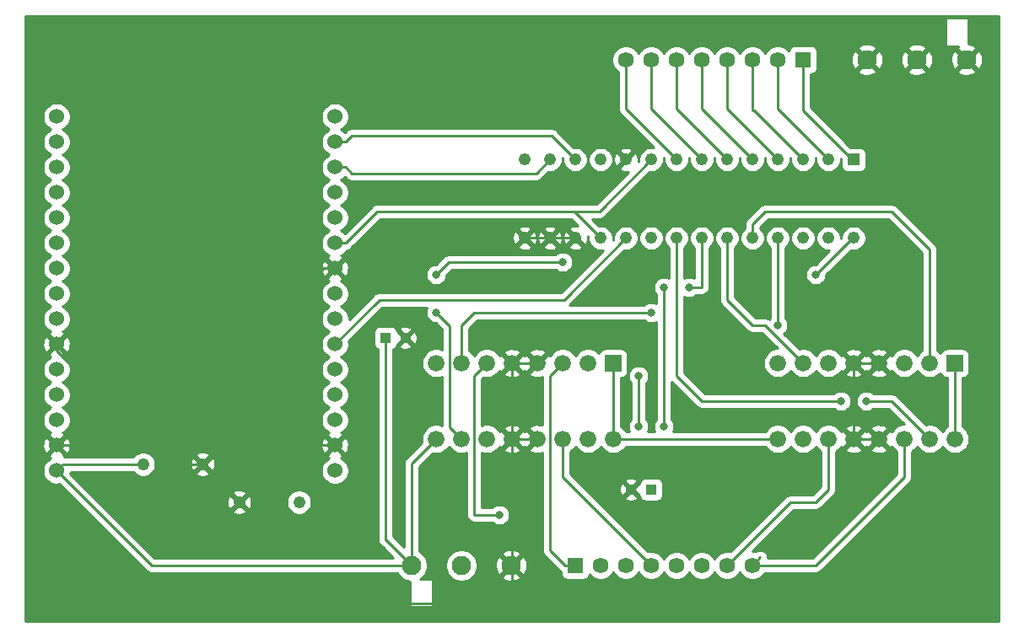
<source format=gbr>
G04 #@! TF.GenerationSoftware,KiCad,Pcbnew,5.1.6-c6e7f7d~86~ubuntu16.04.1*
G04 #@! TF.CreationDate,2020-05-12T14:31:13-06:00*
G04 #@! TF.ProjectId,Turnout-Cntrlr,5475726e-6f75-4742-9d43-6e74726c722e,rev?*
G04 #@! TF.SameCoordinates,Original*
G04 #@! TF.FileFunction,Copper,L2,Bot*
G04 #@! TF.FilePolarity,Positive*
%FSLAX46Y46*%
G04 Gerber Fmt 4.6, Leading zero omitted, Abs format (unit mm)*
G04 Created by KiCad (PCBNEW 5.1.6-c6e7f7d~86~ubuntu16.04.1) date 2020-05-12 14:31:13*
%MOMM*%
%LPD*%
G01*
G04 APERTURE LIST*
G04 #@! TA.AperFunction,ComponentPad*
%ADD10C,1.238000*%
G04 #@! TD*
G04 #@! TA.AperFunction,ComponentPad*
%ADD11C,1.100000*%
G04 #@! TD*
G04 #@! TA.AperFunction,ComponentPad*
%ADD12R,1.100000X1.100000*%
G04 #@! TD*
G04 #@! TA.AperFunction,ComponentPad*
%ADD13R,1.590000X1.590000*%
G04 #@! TD*
G04 #@! TA.AperFunction,ComponentPad*
%ADD14C,1.590000*%
G04 #@! TD*
G04 #@! TA.AperFunction,ComponentPad*
%ADD15C,1.676400*%
G04 #@! TD*
G04 #@! TA.AperFunction,ComponentPad*
%ADD16R,1.676400X1.676400*%
G04 #@! TD*
G04 #@! TA.AperFunction,ComponentPad*
%ADD17C,1.950000*%
G04 #@! TD*
G04 #@! TA.AperFunction,ComponentPad*
%ADD18R,1.230000X1.230000*%
G04 #@! TD*
G04 #@! TA.AperFunction,ComponentPad*
%ADD19C,1.230000*%
G04 #@! TD*
G04 #@! TA.AperFunction,ComponentPad*
%ADD20C,1.524000*%
G04 #@! TD*
G04 #@! TA.AperFunction,ViaPad*
%ADD21C,0.800000*%
G04 #@! TD*
G04 #@! TA.AperFunction,Conductor*
%ADD22C,0.250000*%
G04 #@! TD*
G04 #@! TA.AperFunction,Conductor*
%ADD23C,0.254000*%
G04 #@! TD*
G04 APERTURE END LIST*
D10*
X62940000Y-106680000D03*
X56940000Y-106680000D03*
D11*
X83280000Y-93980000D03*
D12*
X81280000Y-93980000D03*
D10*
X66600000Y-110490000D03*
X72600000Y-110490000D03*
D11*
X105950000Y-109220000D03*
D12*
X107950000Y-109220000D03*
D13*
X100330000Y-116840000D03*
D14*
X102870000Y-116840000D03*
X105410000Y-116840000D03*
X107950000Y-116840000D03*
X110490000Y-116840000D03*
X113030000Y-116840000D03*
X115570000Y-116840000D03*
X118110000Y-116840000D03*
D15*
X138430000Y-104140000D03*
X135890000Y-104140000D03*
X133350000Y-104140000D03*
X130810000Y-104140000D03*
X128270000Y-104140000D03*
X125730000Y-104140000D03*
X123190000Y-104140000D03*
X120650000Y-104140000D03*
X120650000Y-96520000D03*
X123190000Y-96520000D03*
X125730000Y-96520000D03*
X128270000Y-96520000D03*
X130810000Y-96520000D03*
X133350000Y-96520000D03*
X135890000Y-96520000D03*
D16*
X138430000Y-96520000D03*
D17*
X134620000Y-66040000D03*
X139620000Y-66040000D03*
X129620000Y-66040000D03*
X88900000Y-116840000D03*
X83900000Y-116840000D03*
X93900000Y-116840000D03*
D14*
X105410000Y-66040000D03*
X107950000Y-66040000D03*
X110490000Y-66040000D03*
X113030000Y-66040000D03*
X115570000Y-66040000D03*
X118110000Y-66040000D03*
X120650000Y-66040000D03*
D13*
X123190000Y-66040000D03*
D16*
X104140000Y-96520000D03*
D15*
X101600000Y-96520000D03*
X99060000Y-96520000D03*
X96520000Y-96520000D03*
X93980000Y-96520000D03*
X91440000Y-96520000D03*
X88900000Y-96520000D03*
X86360000Y-96520000D03*
X86360000Y-104140000D03*
X88900000Y-104140000D03*
X91440000Y-104140000D03*
X93980000Y-104140000D03*
X96520000Y-104140000D03*
X99060000Y-104140000D03*
X101600000Y-104140000D03*
X104140000Y-104140000D03*
D18*
X128270000Y-76075000D03*
D19*
X125730000Y-76075000D03*
X123190000Y-76075000D03*
X120650000Y-76075000D03*
X118110000Y-76075000D03*
X115570000Y-76075000D03*
X113030000Y-76075000D03*
X110490000Y-76075000D03*
X107950000Y-76075000D03*
X105410000Y-76075000D03*
X102870000Y-76075000D03*
X100330000Y-76075000D03*
X97790000Y-76075000D03*
X95250000Y-76075000D03*
X95250000Y-83945000D03*
X97790000Y-83945000D03*
X100330000Y-83945000D03*
X102870000Y-83945000D03*
X105410000Y-83945000D03*
X107950000Y-83945000D03*
X110490000Y-83945000D03*
X113030000Y-83945000D03*
X115570000Y-83945000D03*
X118110000Y-83945000D03*
X120650000Y-83945000D03*
X123190000Y-83945000D03*
X125730000Y-83945000D03*
X128270000Y-83945000D03*
D20*
X48260000Y-71755000D03*
X48260000Y-74295000D03*
X48260000Y-76835000D03*
X48260000Y-79375000D03*
X48260000Y-81915000D03*
X48260000Y-84455000D03*
X48260000Y-86995000D03*
X48260000Y-89535000D03*
X48260000Y-92075000D03*
X48260000Y-94615000D03*
X48260000Y-97155000D03*
X48260000Y-99695000D03*
X48260000Y-102235000D03*
X48260000Y-104775000D03*
X48260000Y-107315000D03*
X76200000Y-107315000D03*
X76200000Y-104775000D03*
X76200000Y-102235000D03*
X76200000Y-99695000D03*
X76200000Y-97155000D03*
X76200000Y-94615000D03*
X76200000Y-92075000D03*
X76200000Y-89535000D03*
X76200000Y-86995000D03*
X76200000Y-84455000D03*
X76200000Y-81915000D03*
X76200000Y-79375000D03*
X76200000Y-76835000D03*
X76200000Y-74295000D03*
X76200000Y-71755000D03*
D21*
X92710000Y-111760000D03*
X127000000Y-100330000D03*
X129540000Y-100330000D03*
X111760000Y-88900000D03*
X109220000Y-88900000D03*
X109220000Y-102870000D03*
X120650000Y-92710000D03*
X106680000Y-97790000D03*
X106680000Y-102870000D03*
X99060000Y-86360000D03*
X86360000Y-87630000D03*
X86360000Y-91440000D03*
X107950000Y-91440000D03*
X124460000Y-87630000D03*
D22*
X49337630Y-104775000D02*
X76200000Y-104775000D01*
X48260000Y-104775000D02*
X49337630Y-104775000D01*
X95250000Y-83945000D02*
X97790000Y-83945000D01*
X97790000Y-83945000D02*
X100330000Y-83945000D01*
X75122370Y-86995000D02*
X72390000Y-89727370D01*
X76200000Y-86995000D02*
X75122370Y-86995000D01*
X72390000Y-100965000D02*
X76200000Y-104775000D01*
X72390000Y-89727370D02*
X72390000Y-100965000D01*
X58420000Y-104775000D02*
X48260000Y-94615000D01*
X76200000Y-104775000D02*
X58420000Y-104775000D01*
X130810000Y-96520000D02*
X128270000Y-96520000D01*
X128270000Y-96520000D02*
X128270000Y-104140000D01*
X128270000Y-104140000D02*
X130810000Y-104140000D01*
X93980000Y-96520000D02*
X96520000Y-96520000D01*
X93980000Y-96520000D02*
X93980000Y-104140000D01*
X93980000Y-116760000D02*
X93900000Y-116840000D01*
X93980000Y-104140000D02*
X93980000Y-116760000D01*
X93980000Y-104140000D02*
X96520000Y-104140000D01*
X93980000Y-104140000D02*
X93980000Y-118110000D01*
X93980000Y-118110000D02*
X93949999Y-118140001D01*
X49560001Y-118140001D02*
X45720000Y-114300000D01*
X93980000Y-104140000D02*
X93980000Y-120650000D01*
X93980000Y-120650000D02*
X52070000Y-120650000D01*
X52070000Y-120650000D02*
X49530000Y-118110000D01*
X49530000Y-118110000D02*
X45720000Y-114300000D01*
X45720000Y-107315000D02*
X48260000Y-104775000D01*
X45720000Y-114300000D02*
X45720000Y-107315000D01*
X62940000Y-106830000D02*
X62940000Y-106680000D01*
X66600000Y-110490000D02*
X62940000Y-106830000D01*
X62940000Y-106680000D02*
X59690000Y-106680000D01*
X48260000Y-95250000D02*
X48260000Y-94615000D01*
X59690000Y-106680000D02*
X48260000Y-95250000D01*
X57785000Y-116840000D02*
X48260000Y-107315000D01*
X83900000Y-116840000D02*
X57785000Y-116840000D01*
X83900000Y-106600000D02*
X86360000Y-104140000D01*
X83900000Y-116840000D02*
X83900000Y-106600000D01*
X104140000Y-96520000D02*
X104140000Y-104140000D01*
X104140000Y-104140000D02*
X120650000Y-104140000D01*
X138430000Y-96520000D02*
X138430000Y-104140000D01*
X81280000Y-93980000D02*
X81280000Y-114300000D01*
X81360000Y-114300000D02*
X83900000Y-116840000D01*
X81280000Y-114300000D02*
X81360000Y-114300000D01*
X48895000Y-106680000D02*
X48260000Y-107315000D01*
X56940000Y-106680000D02*
X48895000Y-106680000D01*
X80645000Y-90170000D02*
X76200000Y-94615000D01*
X99185000Y-90170000D02*
X80645000Y-90170000D01*
X105410000Y-83945000D02*
X99185000Y-90170000D01*
X77277630Y-84455000D02*
X80452630Y-81280000D01*
X76200000Y-84455000D02*
X77277630Y-84455000D01*
X100205000Y-81280000D02*
X102870000Y-83945000D01*
X80452630Y-81280000D02*
X100205000Y-81280000D01*
X102745000Y-81280000D02*
X107950000Y-76075000D01*
X100205000Y-81280000D02*
X102745000Y-81280000D01*
X77277630Y-76835000D02*
X77912630Y-77470000D01*
X76200000Y-76835000D02*
X77277630Y-76835000D01*
X96395000Y-77470000D02*
X97790000Y-76075000D01*
X77912630Y-77470000D02*
X96395000Y-77470000D01*
X77277630Y-74295000D02*
X77912630Y-73660000D01*
X76200000Y-74295000D02*
X77277630Y-74295000D01*
X97915000Y-73660000D02*
X100330000Y-76075000D01*
X77912630Y-73660000D02*
X97915000Y-73660000D01*
X118904999Y-116045001D02*
X118110000Y-116840000D01*
X133350000Y-104140000D02*
X133350000Y-107950000D01*
X124460000Y-116840000D02*
X118110000Y-116840000D01*
X133350000Y-107950000D02*
X124460000Y-116840000D01*
X125730000Y-104140000D02*
X125730000Y-109220000D01*
X125730000Y-109220000D02*
X124460000Y-110490000D01*
X121920000Y-110490000D02*
X115570000Y-116840000D01*
X124460000Y-110490000D02*
X121920000Y-110490000D01*
X99060000Y-104140000D02*
X99060000Y-107950000D01*
X99060000Y-107950000D02*
X101600000Y-110490000D01*
X101600000Y-110490000D02*
X107950000Y-116840000D01*
X92710000Y-111760000D02*
X90170000Y-111760000D01*
X90170000Y-97790000D02*
X90601801Y-97358199D01*
X90601801Y-97358199D02*
X91440000Y-96520000D01*
X90170000Y-111760000D02*
X90170000Y-97790000D01*
X99060000Y-96520000D02*
X97790000Y-97790000D01*
X97790000Y-115345000D02*
X99285000Y-116840000D01*
X99285000Y-116840000D02*
X100330000Y-116840000D01*
X97790000Y-97790000D02*
X97790000Y-115345000D01*
X128270000Y-76075000D02*
X128270000Y-76200000D01*
X128270000Y-76200000D02*
X123190000Y-71120000D01*
X123190000Y-71120000D02*
X123190000Y-66040000D01*
X120650000Y-70995000D02*
X125730000Y-76075000D01*
X120650000Y-66040000D02*
X120650000Y-70995000D01*
X118110000Y-66040000D02*
X118110000Y-71120000D01*
X118235000Y-71120000D02*
X123190000Y-76075000D01*
X118110000Y-71120000D02*
X118235000Y-71120000D01*
X115570000Y-70995000D02*
X120650000Y-76075000D01*
X115570000Y-66040000D02*
X115570000Y-70995000D01*
X105410000Y-70995000D02*
X110490000Y-76075000D01*
X105410000Y-66040000D02*
X105410000Y-70995000D01*
X107950000Y-70995000D02*
X113030000Y-76075000D01*
X107950000Y-66040000D02*
X107950000Y-70995000D01*
X110490000Y-70995000D02*
X115570000Y-76075000D01*
X110490000Y-66040000D02*
X110490000Y-70995000D01*
X113030000Y-70995000D02*
X118110000Y-76075000D01*
X113030000Y-66040000D02*
X113030000Y-70995000D01*
X110490000Y-83945000D02*
X110490000Y-96520000D01*
X110490000Y-96520000D02*
X110490000Y-97790000D01*
X113030000Y-100330000D02*
X127000000Y-100330000D01*
X110490000Y-97790000D02*
X113030000Y-100330000D01*
X129540000Y-100330000D02*
X132080000Y-100330000D01*
X132080000Y-100330000D02*
X135890000Y-104140000D01*
X113030000Y-83945000D02*
X113030000Y-88900000D01*
X113030000Y-88900000D02*
X111760000Y-88900000D01*
X109220000Y-88900000D02*
X109220000Y-102870000D01*
X115570000Y-83945000D02*
X115570000Y-90170000D01*
X115570000Y-90170000D02*
X118110000Y-92710000D01*
X119380000Y-92710000D02*
X123190000Y-96520000D01*
X118110000Y-92710000D02*
X119380000Y-92710000D01*
X118110000Y-83945000D02*
X118110000Y-82550000D01*
X118110000Y-82550000D02*
X119380000Y-81280000D01*
X119380000Y-81280000D02*
X132080000Y-81280000D01*
X135890000Y-85090000D02*
X135890000Y-96520000D01*
X132080000Y-81280000D02*
X135890000Y-85090000D01*
X120650000Y-83945000D02*
X120650000Y-92710000D01*
X106680000Y-97790000D02*
X106680000Y-102870000D01*
X87630000Y-86360000D02*
X86360000Y-87630000D01*
X99060000Y-86360000D02*
X87630000Y-86360000D01*
X87736799Y-102976799D02*
X88061801Y-103301801D01*
X88061801Y-103301801D02*
X88900000Y-104140000D01*
X87736799Y-92816799D02*
X87736799Y-102976799D01*
X86360000Y-91440000D02*
X87736799Y-92816799D01*
X88900000Y-96520000D02*
X88900000Y-92710000D01*
X90170000Y-91440000D02*
X107950000Y-91440000D01*
X88900000Y-92710000D02*
X90170000Y-91440000D01*
X128145000Y-83945000D02*
X128270000Y-83945000D01*
X124460000Y-87630000D02*
X128145000Y-83945000D01*
D23*
G36*
X142800001Y-122480000D02*
G01*
X45160000Y-122480000D01*
X45160000Y-107177408D01*
X46863000Y-107177408D01*
X46863000Y-107452592D01*
X46916686Y-107722490D01*
X47021995Y-107976727D01*
X47174880Y-108205535D01*
X47369465Y-108400120D01*
X47598273Y-108553005D01*
X47852510Y-108658314D01*
X48122408Y-108712000D01*
X48397592Y-108712000D01*
X48551571Y-108681372D01*
X57221201Y-117351003D01*
X57244999Y-117380001D01*
X57360724Y-117474974D01*
X57492753Y-117545546D01*
X57636014Y-117589003D01*
X57747667Y-117600000D01*
X57747676Y-117600000D01*
X57784999Y-117603676D01*
X57822322Y-117600000D01*
X82472151Y-117600000D01*
X82473237Y-117602621D01*
X82649431Y-117866315D01*
X82873685Y-118090569D01*
X83137379Y-118266763D01*
X83430380Y-118388129D01*
X83741429Y-118450000D01*
X83763810Y-118450000D01*
X83763810Y-121042500D01*
X86036191Y-121042500D01*
X86036191Y-118222500D01*
X84728866Y-118222500D01*
X84926315Y-118090569D01*
X85150569Y-117866315D01*
X85326763Y-117602621D01*
X85448129Y-117309620D01*
X85510000Y-116998571D01*
X85510000Y-116681429D01*
X87290000Y-116681429D01*
X87290000Y-116998571D01*
X87351871Y-117309620D01*
X87473237Y-117602621D01*
X87649431Y-117866315D01*
X87873685Y-118090569D01*
X88137379Y-118266763D01*
X88430380Y-118388129D01*
X88741429Y-118450000D01*
X89058571Y-118450000D01*
X89369620Y-118388129D01*
X89662621Y-118266763D01*
X89926315Y-118090569D01*
X90059300Y-117957584D01*
X92962021Y-117957584D01*
X93054766Y-118219429D01*
X93340120Y-118357820D01*
X93646990Y-118437883D01*
X93963584Y-118456540D01*
X94277733Y-118413074D01*
X94577367Y-118309156D01*
X94745234Y-118219429D01*
X94837979Y-117957584D01*
X93900000Y-117019605D01*
X92962021Y-117957584D01*
X90059300Y-117957584D01*
X90150569Y-117866315D01*
X90326763Y-117602621D01*
X90448129Y-117309620D01*
X90510000Y-116998571D01*
X90510000Y-116903584D01*
X92283460Y-116903584D01*
X92326926Y-117217733D01*
X92430844Y-117517367D01*
X92520571Y-117685234D01*
X92782416Y-117777979D01*
X93720395Y-116840000D01*
X94079605Y-116840000D01*
X95017584Y-117777979D01*
X95279429Y-117685234D01*
X95417820Y-117399880D01*
X95497883Y-117093010D01*
X95516540Y-116776416D01*
X95473074Y-116462267D01*
X95369156Y-116162633D01*
X95279429Y-115994766D01*
X95017584Y-115902021D01*
X94079605Y-116840000D01*
X93720395Y-116840000D01*
X92782416Y-115902021D01*
X92520571Y-115994766D01*
X92382180Y-116280120D01*
X92302117Y-116586990D01*
X92283460Y-116903584D01*
X90510000Y-116903584D01*
X90510000Y-116681429D01*
X90448129Y-116370380D01*
X90326763Y-116077379D01*
X90150569Y-115813685D01*
X90059300Y-115722416D01*
X92962021Y-115722416D01*
X93900000Y-116660395D01*
X94837979Y-115722416D01*
X94745234Y-115460571D01*
X94459880Y-115322180D01*
X94153010Y-115242117D01*
X93836416Y-115223460D01*
X93522267Y-115266926D01*
X93222633Y-115370844D01*
X93054766Y-115460571D01*
X92962021Y-115722416D01*
X90059300Y-115722416D01*
X89926315Y-115589431D01*
X89662621Y-115413237D01*
X89369620Y-115291871D01*
X89058571Y-115230000D01*
X88741429Y-115230000D01*
X88430380Y-115291871D01*
X88137379Y-115413237D01*
X87873685Y-115589431D01*
X87649431Y-115813685D01*
X87473237Y-116077379D01*
X87351871Y-116370380D01*
X87290000Y-116681429D01*
X85510000Y-116681429D01*
X85448129Y-116370380D01*
X85326763Y-116077379D01*
X85150569Y-115813685D01*
X84926315Y-115589431D01*
X84662621Y-115413237D01*
X84660000Y-115412151D01*
X84660000Y-106914801D01*
X86003627Y-105571175D01*
X86214902Y-105613200D01*
X86505098Y-105613200D01*
X86789717Y-105556586D01*
X87057822Y-105445533D01*
X87299110Y-105284309D01*
X87504309Y-105079110D01*
X87630000Y-104891001D01*
X87755691Y-105079110D01*
X87960890Y-105284309D01*
X88202178Y-105445533D01*
X88470283Y-105556586D01*
X88754902Y-105613200D01*
X89045098Y-105613200D01*
X89329717Y-105556586D01*
X89410000Y-105523331D01*
X89410000Y-111722667D01*
X89406323Y-111760000D01*
X89420997Y-111908986D01*
X89464454Y-112052247D01*
X89535026Y-112184276D01*
X89629999Y-112300001D01*
X89745724Y-112394974D01*
X89877753Y-112465546D01*
X90021014Y-112509003D01*
X90170000Y-112523677D01*
X90207333Y-112520000D01*
X92006289Y-112520000D01*
X92050226Y-112563937D01*
X92219744Y-112677205D01*
X92408102Y-112755226D01*
X92608061Y-112795000D01*
X92811939Y-112795000D01*
X93011898Y-112755226D01*
X93200256Y-112677205D01*
X93369774Y-112563937D01*
X93513937Y-112419774D01*
X93627205Y-112250256D01*
X93705226Y-112061898D01*
X93745000Y-111861939D01*
X93745000Y-111658061D01*
X93705226Y-111458102D01*
X93627205Y-111269744D01*
X93513937Y-111100226D01*
X93369774Y-110956063D01*
X93200256Y-110842795D01*
X93011898Y-110764774D01*
X92811939Y-110725000D01*
X92608061Y-110725000D01*
X92408102Y-110764774D01*
X92219744Y-110842795D01*
X92050226Y-110956063D01*
X92006289Y-111000000D01*
X90930000Y-111000000D01*
X90930000Y-105523332D01*
X91010283Y-105556586D01*
X91294902Y-105613200D01*
X91585098Y-105613200D01*
X91869717Y-105556586D01*
X92137822Y-105445533D01*
X92379110Y-105284309D01*
X92503444Y-105159975D01*
X93139630Y-105159975D01*
X93215838Y-105407844D01*
X93477865Y-105532563D01*
X93759189Y-105603768D01*
X94048999Y-105618719D01*
X94336157Y-105576845D01*
X94609628Y-105479754D01*
X94744162Y-105407844D01*
X94820370Y-105159975D01*
X93980000Y-104319605D01*
X93139630Y-105159975D01*
X92503444Y-105159975D01*
X92584309Y-105079110D01*
X92707289Y-104895057D01*
X92712156Y-104904162D01*
X92960025Y-104980370D01*
X93800395Y-104140000D01*
X94159605Y-104140000D01*
X94999975Y-104980370D01*
X95247844Y-104904162D01*
X95249875Y-104899895D01*
X95252156Y-104904162D01*
X95500025Y-104980370D01*
X96340395Y-104140000D01*
X95500025Y-103299630D01*
X95252156Y-103375838D01*
X95250125Y-103380105D01*
X95247844Y-103375838D01*
X94999975Y-103299630D01*
X94159605Y-104140000D01*
X93800395Y-104140000D01*
X92960025Y-103299630D01*
X92712156Y-103375838D01*
X92707601Y-103385408D01*
X92584309Y-103200890D01*
X92503444Y-103120025D01*
X93139630Y-103120025D01*
X93980000Y-103960395D01*
X94820370Y-103120025D01*
X94744162Y-102872156D01*
X94482135Y-102747437D01*
X94200811Y-102676232D01*
X93911001Y-102661281D01*
X93623843Y-102703155D01*
X93350372Y-102800246D01*
X93215838Y-102872156D01*
X93139630Y-103120025D01*
X92503444Y-103120025D01*
X92379110Y-102995691D01*
X92137822Y-102834467D01*
X91869717Y-102723414D01*
X91585098Y-102666800D01*
X91294902Y-102666800D01*
X91010283Y-102723414D01*
X90930000Y-102756668D01*
X90930000Y-98104801D01*
X91083626Y-97951175D01*
X91294902Y-97993200D01*
X91585098Y-97993200D01*
X91869717Y-97936586D01*
X92137822Y-97825533D01*
X92379110Y-97664309D01*
X92503444Y-97539975D01*
X93139630Y-97539975D01*
X93215838Y-97787844D01*
X93477865Y-97912563D01*
X93759189Y-97983768D01*
X94048999Y-97998719D01*
X94336157Y-97956845D01*
X94609628Y-97859754D01*
X94744162Y-97787844D01*
X94820370Y-97539975D01*
X93980000Y-96699605D01*
X93139630Y-97539975D01*
X92503444Y-97539975D01*
X92584309Y-97459110D01*
X92707289Y-97275057D01*
X92712156Y-97284162D01*
X92960025Y-97360370D01*
X93800395Y-96520000D01*
X94159605Y-96520000D01*
X94999975Y-97360370D01*
X95247844Y-97284162D01*
X95249875Y-97279895D01*
X95252156Y-97284162D01*
X95500025Y-97360370D01*
X96340395Y-96520000D01*
X95500025Y-95679630D01*
X95252156Y-95755838D01*
X95250125Y-95760105D01*
X95247844Y-95755838D01*
X94999975Y-95679630D01*
X94159605Y-96520000D01*
X93800395Y-96520000D01*
X92960025Y-95679630D01*
X92712156Y-95755838D01*
X92707601Y-95765408D01*
X92584309Y-95580890D01*
X92503444Y-95500025D01*
X93139630Y-95500025D01*
X93980000Y-96340395D01*
X94820370Y-95500025D01*
X95679630Y-95500025D01*
X96520000Y-96340395D01*
X97360370Y-95500025D01*
X97284162Y-95252156D01*
X97022135Y-95127437D01*
X96740811Y-95056232D01*
X96451001Y-95041281D01*
X96163843Y-95083155D01*
X95890372Y-95180246D01*
X95755838Y-95252156D01*
X95679630Y-95500025D01*
X94820370Y-95500025D01*
X94744162Y-95252156D01*
X94482135Y-95127437D01*
X94200811Y-95056232D01*
X93911001Y-95041281D01*
X93623843Y-95083155D01*
X93350372Y-95180246D01*
X93215838Y-95252156D01*
X93139630Y-95500025D01*
X92503444Y-95500025D01*
X92379110Y-95375691D01*
X92137822Y-95214467D01*
X91869717Y-95103414D01*
X91585098Y-95046800D01*
X91294902Y-95046800D01*
X91010283Y-95103414D01*
X90742178Y-95214467D01*
X90500890Y-95375691D01*
X90295691Y-95580890D01*
X90170000Y-95768999D01*
X90044309Y-95580890D01*
X89839110Y-95375691D01*
X89660000Y-95256013D01*
X89660000Y-93024801D01*
X90484802Y-92200000D01*
X107246289Y-92200000D01*
X107290226Y-92243937D01*
X107459744Y-92357205D01*
X107648102Y-92435226D01*
X107848061Y-92475000D01*
X108051939Y-92475000D01*
X108251898Y-92435226D01*
X108440256Y-92357205D01*
X108460000Y-92344012D01*
X108460001Y-102166288D01*
X108416063Y-102210226D01*
X108302795Y-102379744D01*
X108224774Y-102568102D01*
X108185000Y-102768061D01*
X108185000Y-102971939D01*
X108224774Y-103171898D01*
X108302795Y-103360256D01*
X108315987Y-103380000D01*
X107584013Y-103380000D01*
X107597205Y-103360256D01*
X107675226Y-103171898D01*
X107715000Y-102971939D01*
X107715000Y-102768061D01*
X107675226Y-102568102D01*
X107597205Y-102379744D01*
X107483937Y-102210226D01*
X107440000Y-102166289D01*
X107440000Y-98493711D01*
X107483937Y-98449774D01*
X107597205Y-98280256D01*
X107675226Y-98091898D01*
X107715000Y-97891939D01*
X107715000Y-97688061D01*
X107675226Y-97488102D01*
X107597205Y-97299744D01*
X107483937Y-97130226D01*
X107339774Y-96986063D01*
X107170256Y-96872795D01*
X106981898Y-96794774D01*
X106781939Y-96755000D01*
X106578061Y-96755000D01*
X106378102Y-96794774D01*
X106189744Y-96872795D01*
X106020226Y-96986063D01*
X105876063Y-97130226D01*
X105762795Y-97299744D01*
X105684774Y-97488102D01*
X105645000Y-97688061D01*
X105645000Y-97891939D01*
X105684774Y-98091898D01*
X105762795Y-98280256D01*
X105876063Y-98449774D01*
X105920000Y-98493711D01*
X105920001Y-102166288D01*
X105876063Y-102210226D01*
X105762795Y-102379744D01*
X105684774Y-102568102D01*
X105645000Y-102768061D01*
X105645000Y-102971939D01*
X105684774Y-103171898D01*
X105762795Y-103360256D01*
X105775987Y-103380000D01*
X105403987Y-103380000D01*
X105284309Y-103200890D01*
X105079110Y-102995691D01*
X104900000Y-102876013D01*
X104900000Y-97996272D01*
X104978200Y-97996272D01*
X105102682Y-97984012D01*
X105222380Y-97947702D01*
X105332694Y-97888737D01*
X105429385Y-97809385D01*
X105508737Y-97712694D01*
X105567702Y-97602380D01*
X105604012Y-97482682D01*
X105616272Y-97358200D01*
X105616272Y-95681800D01*
X105604012Y-95557318D01*
X105567702Y-95437620D01*
X105508737Y-95327306D01*
X105429385Y-95230615D01*
X105332694Y-95151263D01*
X105222380Y-95092298D01*
X105102682Y-95055988D01*
X104978200Y-95043728D01*
X103301800Y-95043728D01*
X103177318Y-95055988D01*
X103057620Y-95092298D01*
X102947306Y-95151263D01*
X102850615Y-95230615D01*
X102771263Y-95327306D01*
X102712298Y-95437620D01*
X102686403Y-95522984D01*
X102539110Y-95375691D01*
X102297822Y-95214467D01*
X102029717Y-95103414D01*
X101745098Y-95046800D01*
X101454902Y-95046800D01*
X101170283Y-95103414D01*
X100902178Y-95214467D01*
X100660890Y-95375691D01*
X100455691Y-95580890D01*
X100330000Y-95768999D01*
X100204309Y-95580890D01*
X99999110Y-95375691D01*
X99757822Y-95214467D01*
X99489717Y-95103414D01*
X99205098Y-95046800D01*
X98914902Y-95046800D01*
X98630283Y-95103414D01*
X98362178Y-95214467D01*
X98120890Y-95375691D01*
X97915691Y-95580890D01*
X97792711Y-95764943D01*
X97787844Y-95755838D01*
X97539975Y-95679630D01*
X96699605Y-96520000D01*
X96713748Y-96534143D01*
X96534143Y-96713748D01*
X96520000Y-96699605D01*
X95679630Y-97539975D01*
X95755838Y-97787844D01*
X96017865Y-97912563D01*
X96299189Y-97983768D01*
X96588999Y-97998719D01*
X96876157Y-97956845D01*
X97030000Y-97902226D01*
X97030000Y-102751181D01*
X97022135Y-102747437D01*
X96740811Y-102676232D01*
X96451001Y-102661281D01*
X96163843Y-102703155D01*
X95890372Y-102800246D01*
X95755838Y-102872156D01*
X95679630Y-103120025D01*
X96520000Y-103960395D01*
X96534143Y-103946253D01*
X96713748Y-104125858D01*
X96699605Y-104140000D01*
X96713748Y-104154143D01*
X96534143Y-104333748D01*
X96520000Y-104319605D01*
X95679630Y-105159975D01*
X95755838Y-105407844D01*
X96017865Y-105532563D01*
X96299189Y-105603768D01*
X96588999Y-105618719D01*
X96876157Y-105576845D01*
X97030000Y-105522226D01*
X97030001Y-115307667D01*
X97026324Y-115345000D01*
X97030001Y-115382333D01*
X97040998Y-115493986D01*
X97047210Y-115514463D01*
X97084454Y-115637246D01*
X97155026Y-115769276D01*
X97226201Y-115856002D01*
X97250000Y-115885001D01*
X97278998Y-115908799D01*
X98721201Y-117351003D01*
X98744999Y-117380001D01*
X98860724Y-117474974D01*
X98896928Y-117494326D01*
X98896928Y-117635000D01*
X98909188Y-117759482D01*
X98945498Y-117879180D01*
X99004463Y-117989494D01*
X99083815Y-118086185D01*
X99180506Y-118165537D01*
X99290820Y-118224502D01*
X99410518Y-118260812D01*
X99535000Y-118273072D01*
X101125000Y-118273072D01*
X101249482Y-118260812D01*
X101369180Y-118224502D01*
X101479494Y-118165537D01*
X101576185Y-118086185D01*
X101655537Y-117989494D01*
X101714502Y-117879180D01*
X101750812Y-117759482D01*
X101752575Y-117741586D01*
X101759247Y-117751572D01*
X101958428Y-117950753D01*
X102192641Y-118107249D01*
X102452884Y-118215046D01*
X102729157Y-118270000D01*
X103010843Y-118270000D01*
X103287116Y-118215046D01*
X103547359Y-118107249D01*
X103781572Y-117950753D01*
X103980753Y-117751572D01*
X104137249Y-117517359D01*
X104140000Y-117510718D01*
X104142751Y-117517359D01*
X104299247Y-117751572D01*
X104498428Y-117950753D01*
X104732641Y-118107249D01*
X104992884Y-118215046D01*
X105269157Y-118270000D01*
X105550843Y-118270000D01*
X105827116Y-118215046D01*
X106087359Y-118107249D01*
X106321572Y-117950753D01*
X106520753Y-117751572D01*
X106677249Y-117517359D01*
X106680000Y-117510718D01*
X106682751Y-117517359D01*
X106839247Y-117751572D01*
X107038428Y-117950753D01*
X107272641Y-118107249D01*
X107532884Y-118215046D01*
X107809157Y-118270000D01*
X108090843Y-118270000D01*
X108367116Y-118215046D01*
X108627359Y-118107249D01*
X108861572Y-117950753D01*
X109060753Y-117751572D01*
X109217249Y-117517359D01*
X109220000Y-117510718D01*
X109222751Y-117517359D01*
X109379247Y-117751572D01*
X109578428Y-117950753D01*
X109812641Y-118107249D01*
X110072884Y-118215046D01*
X110349157Y-118270000D01*
X110630843Y-118270000D01*
X110907116Y-118215046D01*
X111167359Y-118107249D01*
X111401572Y-117950753D01*
X111600753Y-117751572D01*
X111757249Y-117517359D01*
X111760000Y-117510718D01*
X111762751Y-117517359D01*
X111919247Y-117751572D01*
X112118428Y-117950753D01*
X112352641Y-118107249D01*
X112612884Y-118215046D01*
X112889157Y-118270000D01*
X113170843Y-118270000D01*
X113447116Y-118215046D01*
X113707359Y-118107249D01*
X113941572Y-117950753D01*
X114140753Y-117751572D01*
X114297249Y-117517359D01*
X114300000Y-117510718D01*
X114302751Y-117517359D01*
X114459247Y-117751572D01*
X114658428Y-117950753D01*
X114892641Y-118107249D01*
X115152884Y-118215046D01*
X115429157Y-118270000D01*
X115710843Y-118270000D01*
X115987116Y-118215046D01*
X116247359Y-118107249D01*
X116481572Y-117950753D01*
X116680753Y-117751572D01*
X116837249Y-117517359D01*
X116840000Y-117510718D01*
X116842751Y-117517359D01*
X116999247Y-117751572D01*
X117198428Y-117950753D01*
X117432641Y-118107249D01*
X117692884Y-118215046D01*
X117969157Y-118270000D01*
X118250843Y-118270000D01*
X118527116Y-118215046D01*
X118787359Y-118107249D01*
X119021572Y-117950753D01*
X119220753Y-117751572D01*
X119322030Y-117600000D01*
X124422678Y-117600000D01*
X124460000Y-117603676D01*
X124497322Y-117600000D01*
X124497333Y-117600000D01*
X124608986Y-117589003D01*
X124752247Y-117545546D01*
X124884276Y-117474974D01*
X125000001Y-117380001D01*
X125023804Y-117350997D01*
X133861003Y-108513799D01*
X133890001Y-108490001D01*
X133984974Y-108374276D01*
X134055546Y-108242247D01*
X134099003Y-108098986D01*
X134110000Y-107987333D01*
X134113677Y-107950000D01*
X134110000Y-107912667D01*
X134110000Y-105403987D01*
X134289110Y-105284309D01*
X134494309Y-105079110D01*
X134620000Y-104891001D01*
X134745691Y-105079110D01*
X134950890Y-105284309D01*
X135192178Y-105445533D01*
X135460283Y-105556586D01*
X135744902Y-105613200D01*
X136035098Y-105613200D01*
X136319717Y-105556586D01*
X136587822Y-105445533D01*
X136829110Y-105284309D01*
X137034309Y-105079110D01*
X137160000Y-104891001D01*
X137285691Y-105079110D01*
X137490890Y-105284309D01*
X137732178Y-105445533D01*
X138000283Y-105556586D01*
X138284902Y-105613200D01*
X138575098Y-105613200D01*
X138859717Y-105556586D01*
X139127822Y-105445533D01*
X139369110Y-105284309D01*
X139574309Y-105079110D01*
X139735533Y-104837822D01*
X139846586Y-104569717D01*
X139903200Y-104285098D01*
X139903200Y-103994902D01*
X139846586Y-103710283D01*
X139735533Y-103442178D01*
X139574309Y-103200890D01*
X139369110Y-102995691D01*
X139190000Y-102876013D01*
X139190000Y-97996272D01*
X139268200Y-97996272D01*
X139392682Y-97984012D01*
X139512380Y-97947702D01*
X139622694Y-97888737D01*
X139719385Y-97809385D01*
X139798737Y-97712694D01*
X139857702Y-97602380D01*
X139894012Y-97482682D01*
X139906272Y-97358200D01*
X139906272Y-95681800D01*
X139894012Y-95557318D01*
X139857702Y-95437620D01*
X139798737Y-95327306D01*
X139719385Y-95230615D01*
X139622694Y-95151263D01*
X139512380Y-95092298D01*
X139392682Y-95055988D01*
X139268200Y-95043728D01*
X137591800Y-95043728D01*
X137467318Y-95055988D01*
X137347620Y-95092298D01*
X137237306Y-95151263D01*
X137140615Y-95230615D01*
X137061263Y-95327306D01*
X137002298Y-95437620D01*
X136976403Y-95522984D01*
X136829110Y-95375691D01*
X136650000Y-95256013D01*
X136650000Y-85127325D01*
X136653676Y-85090000D01*
X136650000Y-85052675D01*
X136650000Y-85052667D01*
X136639003Y-84941014D01*
X136595546Y-84797753D01*
X136524974Y-84665724D01*
X136430001Y-84549999D01*
X136401004Y-84526202D01*
X132643804Y-80769003D01*
X132620001Y-80739999D01*
X132504276Y-80645026D01*
X132372247Y-80574454D01*
X132228986Y-80530997D01*
X132117333Y-80520000D01*
X132117322Y-80520000D01*
X132080000Y-80516324D01*
X132042678Y-80520000D01*
X119417322Y-80520000D01*
X119379999Y-80516324D01*
X119342676Y-80520000D01*
X119342667Y-80520000D01*
X119231014Y-80530997D01*
X119087753Y-80574454D01*
X118955724Y-80645026D01*
X118839999Y-80739999D01*
X118816201Y-80768997D01*
X117598998Y-81986201D01*
X117570000Y-82009999D01*
X117546202Y-82038997D01*
X117546201Y-82038998D01*
X117475026Y-82125724D01*
X117404454Y-82257754D01*
X117360998Y-82401015D01*
X117346324Y-82550000D01*
X117350001Y-82587332D01*
X117350001Y-82949454D01*
X117313172Y-82974062D01*
X117139062Y-83148172D01*
X117002265Y-83352903D01*
X116908037Y-83580389D01*
X116860000Y-83821886D01*
X116860000Y-84068114D01*
X116908037Y-84309611D01*
X117002265Y-84537097D01*
X117139062Y-84741828D01*
X117313172Y-84915938D01*
X117517903Y-85052735D01*
X117745389Y-85146963D01*
X117986886Y-85195000D01*
X118233114Y-85195000D01*
X118474611Y-85146963D01*
X118702097Y-85052735D01*
X118906828Y-84915938D01*
X119080938Y-84741828D01*
X119217735Y-84537097D01*
X119311963Y-84309611D01*
X119360000Y-84068114D01*
X119360000Y-83821886D01*
X119311963Y-83580389D01*
X119217735Y-83352903D01*
X119080938Y-83148172D01*
X118906828Y-82974062D01*
X118870000Y-82949454D01*
X118870000Y-82864801D01*
X119694802Y-82040000D01*
X131765199Y-82040000D01*
X135130000Y-85404802D01*
X135130001Y-95256013D01*
X134950890Y-95375691D01*
X134745691Y-95580890D01*
X134620000Y-95768999D01*
X134494309Y-95580890D01*
X134289110Y-95375691D01*
X134047822Y-95214467D01*
X133779717Y-95103414D01*
X133495098Y-95046800D01*
X133204902Y-95046800D01*
X132920283Y-95103414D01*
X132652178Y-95214467D01*
X132410890Y-95375691D01*
X132205691Y-95580890D01*
X132082711Y-95764943D01*
X132077844Y-95755838D01*
X131829975Y-95679630D01*
X130989605Y-96520000D01*
X131829975Y-97360370D01*
X132077844Y-97284162D01*
X132082399Y-97274592D01*
X132205691Y-97459110D01*
X132410890Y-97664309D01*
X132652178Y-97825533D01*
X132920283Y-97936586D01*
X133204902Y-97993200D01*
X133495098Y-97993200D01*
X133779717Y-97936586D01*
X134047822Y-97825533D01*
X134289110Y-97664309D01*
X134494309Y-97459110D01*
X134620000Y-97271001D01*
X134745691Y-97459110D01*
X134950890Y-97664309D01*
X135192178Y-97825533D01*
X135460283Y-97936586D01*
X135744902Y-97993200D01*
X136035098Y-97993200D01*
X136319717Y-97936586D01*
X136587822Y-97825533D01*
X136829110Y-97664309D01*
X136976403Y-97517016D01*
X137002298Y-97602380D01*
X137061263Y-97712694D01*
X137140615Y-97809385D01*
X137237306Y-97888737D01*
X137347620Y-97947702D01*
X137467318Y-97984012D01*
X137591800Y-97996272D01*
X137670000Y-97996272D01*
X137670001Y-102876013D01*
X137490890Y-102995691D01*
X137285691Y-103200890D01*
X137160000Y-103388999D01*
X137034309Y-103200890D01*
X136829110Y-102995691D01*
X136587822Y-102834467D01*
X136319717Y-102723414D01*
X136035098Y-102666800D01*
X135744902Y-102666800D01*
X135533627Y-102708825D01*
X132643804Y-99819003D01*
X132620001Y-99789999D01*
X132504276Y-99695026D01*
X132372247Y-99624454D01*
X132228986Y-99580997D01*
X132117333Y-99570000D01*
X132117322Y-99570000D01*
X132080000Y-99566324D01*
X132042678Y-99570000D01*
X130243711Y-99570000D01*
X130199774Y-99526063D01*
X130030256Y-99412795D01*
X129841898Y-99334774D01*
X129641939Y-99295000D01*
X129438061Y-99295000D01*
X129238102Y-99334774D01*
X129049744Y-99412795D01*
X128880226Y-99526063D01*
X128736063Y-99670226D01*
X128622795Y-99839744D01*
X128544774Y-100028102D01*
X128505000Y-100228061D01*
X128505000Y-100431939D01*
X128544774Y-100631898D01*
X128622795Y-100820256D01*
X128736063Y-100989774D01*
X128880226Y-101133937D01*
X129049744Y-101247205D01*
X129238102Y-101325226D01*
X129438061Y-101365000D01*
X129641939Y-101365000D01*
X129841898Y-101325226D01*
X130030256Y-101247205D01*
X130199774Y-101133937D01*
X130243711Y-101090000D01*
X131765199Y-101090000D01*
X133341999Y-102666800D01*
X133204902Y-102666800D01*
X132920283Y-102723414D01*
X132652178Y-102834467D01*
X132410890Y-102995691D01*
X132205691Y-103200890D01*
X132082711Y-103384943D01*
X132077844Y-103375838D01*
X131829975Y-103299630D01*
X130989605Y-104140000D01*
X131829975Y-104980370D01*
X132077844Y-104904162D01*
X132082399Y-104894592D01*
X132205691Y-105079110D01*
X132410890Y-105284309D01*
X132590000Y-105403987D01*
X132590001Y-107635197D01*
X124145199Y-116080000D01*
X119665228Y-116080000D01*
X119668675Y-116045002D01*
X119654001Y-115896016D01*
X119610544Y-115752755D01*
X119539972Y-115620726D01*
X119444999Y-115505001D01*
X119329274Y-115410028D01*
X119197245Y-115339456D01*
X119053984Y-115295999D01*
X118904998Y-115281325D01*
X118756012Y-115295999D01*
X118612752Y-115339456D01*
X118480722Y-115410028D01*
X118435902Y-115446811D01*
X118250843Y-115410000D01*
X118074801Y-115410000D01*
X122234802Y-111250000D01*
X124422678Y-111250000D01*
X124460000Y-111253676D01*
X124497322Y-111250000D01*
X124497333Y-111250000D01*
X124608986Y-111239003D01*
X124752247Y-111195546D01*
X124884276Y-111124974D01*
X125000001Y-111030001D01*
X125023804Y-111000997D01*
X126241003Y-109783799D01*
X126270001Y-109760001D01*
X126364974Y-109644276D01*
X126435546Y-109512247D01*
X126479003Y-109368986D01*
X126490000Y-109257333D01*
X126490000Y-109257324D01*
X126493676Y-109220001D01*
X126490000Y-109182678D01*
X126490000Y-105403987D01*
X126669110Y-105284309D01*
X126793444Y-105159975D01*
X127429630Y-105159975D01*
X127505838Y-105407844D01*
X127767865Y-105532563D01*
X128049189Y-105603768D01*
X128338999Y-105618719D01*
X128626157Y-105576845D01*
X128899628Y-105479754D01*
X129034162Y-105407844D01*
X129110370Y-105159975D01*
X129969630Y-105159975D01*
X130045838Y-105407844D01*
X130307865Y-105532563D01*
X130589189Y-105603768D01*
X130878999Y-105618719D01*
X131166157Y-105576845D01*
X131439628Y-105479754D01*
X131574162Y-105407844D01*
X131650370Y-105159975D01*
X130810000Y-104319605D01*
X129969630Y-105159975D01*
X129110370Y-105159975D01*
X128270000Y-104319605D01*
X127429630Y-105159975D01*
X126793444Y-105159975D01*
X126874309Y-105079110D01*
X126997289Y-104895057D01*
X127002156Y-104904162D01*
X127250025Y-104980370D01*
X128090395Y-104140000D01*
X128449605Y-104140000D01*
X129289975Y-104980370D01*
X129537844Y-104904162D01*
X129539875Y-104899895D01*
X129542156Y-104904162D01*
X129790025Y-104980370D01*
X130630395Y-104140000D01*
X129790025Y-103299630D01*
X129542156Y-103375838D01*
X129540125Y-103380105D01*
X129537844Y-103375838D01*
X129289975Y-103299630D01*
X128449605Y-104140000D01*
X128090395Y-104140000D01*
X127250025Y-103299630D01*
X127002156Y-103375838D01*
X126997601Y-103385408D01*
X126874309Y-103200890D01*
X126793444Y-103120025D01*
X127429630Y-103120025D01*
X128270000Y-103960395D01*
X129110370Y-103120025D01*
X129969630Y-103120025D01*
X130810000Y-103960395D01*
X131650370Y-103120025D01*
X131574162Y-102872156D01*
X131312135Y-102747437D01*
X131030811Y-102676232D01*
X130741001Y-102661281D01*
X130453843Y-102703155D01*
X130180372Y-102800246D01*
X130045838Y-102872156D01*
X129969630Y-103120025D01*
X129110370Y-103120025D01*
X129034162Y-102872156D01*
X128772135Y-102747437D01*
X128490811Y-102676232D01*
X128201001Y-102661281D01*
X127913843Y-102703155D01*
X127640372Y-102800246D01*
X127505838Y-102872156D01*
X127429630Y-103120025D01*
X126793444Y-103120025D01*
X126669110Y-102995691D01*
X126427822Y-102834467D01*
X126159717Y-102723414D01*
X125875098Y-102666800D01*
X125584902Y-102666800D01*
X125300283Y-102723414D01*
X125032178Y-102834467D01*
X124790890Y-102995691D01*
X124585691Y-103200890D01*
X124460000Y-103388999D01*
X124334309Y-103200890D01*
X124129110Y-102995691D01*
X123887822Y-102834467D01*
X123619717Y-102723414D01*
X123335098Y-102666800D01*
X123044902Y-102666800D01*
X122760283Y-102723414D01*
X122492178Y-102834467D01*
X122250890Y-102995691D01*
X122045691Y-103200890D01*
X121920000Y-103388999D01*
X121794309Y-103200890D01*
X121589110Y-102995691D01*
X121347822Y-102834467D01*
X121079717Y-102723414D01*
X120795098Y-102666800D01*
X120504902Y-102666800D01*
X120220283Y-102723414D01*
X119952178Y-102834467D01*
X119710890Y-102995691D01*
X119505691Y-103200890D01*
X119386013Y-103380000D01*
X110124013Y-103380000D01*
X110137205Y-103360256D01*
X110215226Y-103171898D01*
X110255000Y-102971939D01*
X110255000Y-102768061D01*
X110215226Y-102568102D01*
X110137205Y-102379744D01*
X110023937Y-102210226D01*
X109980000Y-102166289D01*
X109980000Y-98354801D01*
X112466205Y-100841008D01*
X112489999Y-100870001D01*
X112518992Y-100893795D01*
X112518996Y-100893799D01*
X112589685Y-100951811D01*
X112605724Y-100964974D01*
X112737753Y-101035546D01*
X112881014Y-101079003D01*
X112992667Y-101090000D01*
X112992676Y-101090000D01*
X113029999Y-101093676D01*
X113067322Y-101090000D01*
X126296289Y-101090000D01*
X126340226Y-101133937D01*
X126509744Y-101247205D01*
X126698102Y-101325226D01*
X126898061Y-101365000D01*
X127101939Y-101365000D01*
X127301898Y-101325226D01*
X127490256Y-101247205D01*
X127659774Y-101133937D01*
X127803937Y-100989774D01*
X127917205Y-100820256D01*
X127995226Y-100631898D01*
X128035000Y-100431939D01*
X128035000Y-100228061D01*
X127995226Y-100028102D01*
X127917205Y-99839744D01*
X127803937Y-99670226D01*
X127659774Y-99526063D01*
X127490256Y-99412795D01*
X127301898Y-99334774D01*
X127101939Y-99295000D01*
X126898061Y-99295000D01*
X126698102Y-99334774D01*
X126509744Y-99412795D01*
X126340226Y-99526063D01*
X126296289Y-99570000D01*
X113344803Y-99570000D01*
X111250000Y-97475199D01*
X111250000Y-89804013D01*
X111269744Y-89817205D01*
X111458102Y-89895226D01*
X111658061Y-89935000D01*
X111861939Y-89935000D01*
X112061898Y-89895226D01*
X112250256Y-89817205D01*
X112419774Y-89703937D01*
X112463711Y-89660000D01*
X112992667Y-89660000D01*
X113030000Y-89663677D01*
X113178986Y-89649003D01*
X113322247Y-89605546D01*
X113454276Y-89534974D01*
X113570001Y-89440001D01*
X113664974Y-89324276D01*
X113735546Y-89192247D01*
X113779003Y-89048986D01*
X113790000Y-88937333D01*
X113793677Y-88900000D01*
X113790000Y-88862667D01*
X113790000Y-84940546D01*
X113826828Y-84915938D01*
X114000938Y-84741828D01*
X114137735Y-84537097D01*
X114231963Y-84309611D01*
X114280000Y-84068114D01*
X114280000Y-83821886D01*
X114320000Y-83821886D01*
X114320000Y-84068114D01*
X114368037Y-84309611D01*
X114462265Y-84537097D01*
X114599062Y-84741828D01*
X114773172Y-84915938D01*
X114810000Y-84940546D01*
X114810001Y-90132668D01*
X114806324Y-90170000D01*
X114810001Y-90207333D01*
X114820998Y-90318986D01*
X114834180Y-90362442D01*
X114864454Y-90462246D01*
X114935026Y-90594276D01*
X115002362Y-90676324D01*
X115030000Y-90710001D01*
X115058998Y-90733799D01*
X117546205Y-93221008D01*
X117569999Y-93250001D01*
X117598992Y-93273795D01*
X117598996Y-93273799D01*
X117669685Y-93331811D01*
X117685724Y-93344974D01*
X117817753Y-93415546D01*
X117961014Y-93459003D01*
X118072667Y-93470000D01*
X118072676Y-93470000D01*
X118109999Y-93473676D01*
X118147322Y-93470000D01*
X119065199Y-93470000D01*
X120641999Y-95046800D01*
X120504902Y-95046800D01*
X120220283Y-95103414D01*
X119952178Y-95214467D01*
X119710890Y-95375691D01*
X119505691Y-95580890D01*
X119344467Y-95822178D01*
X119233414Y-96090283D01*
X119176800Y-96374902D01*
X119176800Y-96665098D01*
X119233414Y-96949717D01*
X119344467Y-97217822D01*
X119505691Y-97459110D01*
X119710890Y-97664309D01*
X119952178Y-97825533D01*
X120220283Y-97936586D01*
X120504902Y-97993200D01*
X120795098Y-97993200D01*
X121079717Y-97936586D01*
X121347822Y-97825533D01*
X121589110Y-97664309D01*
X121794309Y-97459110D01*
X121920000Y-97271001D01*
X122045691Y-97459110D01*
X122250890Y-97664309D01*
X122492178Y-97825533D01*
X122760283Y-97936586D01*
X123044902Y-97993200D01*
X123335098Y-97993200D01*
X123619717Y-97936586D01*
X123887822Y-97825533D01*
X124129110Y-97664309D01*
X124334309Y-97459110D01*
X124460000Y-97271001D01*
X124585691Y-97459110D01*
X124790890Y-97664309D01*
X125032178Y-97825533D01*
X125300283Y-97936586D01*
X125584902Y-97993200D01*
X125875098Y-97993200D01*
X126159717Y-97936586D01*
X126427822Y-97825533D01*
X126669110Y-97664309D01*
X126793444Y-97539975D01*
X127429630Y-97539975D01*
X127505838Y-97787844D01*
X127767865Y-97912563D01*
X128049189Y-97983768D01*
X128338999Y-97998719D01*
X128626157Y-97956845D01*
X128899628Y-97859754D01*
X129034162Y-97787844D01*
X129110370Y-97539975D01*
X129969630Y-97539975D01*
X130045838Y-97787844D01*
X130307865Y-97912563D01*
X130589189Y-97983768D01*
X130878999Y-97998719D01*
X131166157Y-97956845D01*
X131439628Y-97859754D01*
X131574162Y-97787844D01*
X131650370Y-97539975D01*
X130810000Y-96699605D01*
X129969630Y-97539975D01*
X129110370Y-97539975D01*
X128270000Y-96699605D01*
X127429630Y-97539975D01*
X126793444Y-97539975D01*
X126874309Y-97459110D01*
X126997289Y-97275057D01*
X127002156Y-97284162D01*
X127250025Y-97360370D01*
X128090395Y-96520000D01*
X128449605Y-96520000D01*
X129289975Y-97360370D01*
X129537844Y-97284162D01*
X129539875Y-97279895D01*
X129542156Y-97284162D01*
X129790025Y-97360370D01*
X130630395Y-96520000D01*
X129790025Y-95679630D01*
X129542156Y-95755838D01*
X129540125Y-95760105D01*
X129537844Y-95755838D01*
X129289975Y-95679630D01*
X128449605Y-96520000D01*
X128090395Y-96520000D01*
X127250025Y-95679630D01*
X127002156Y-95755838D01*
X126997601Y-95765408D01*
X126874309Y-95580890D01*
X126793444Y-95500025D01*
X127429630Y-95500025D01*
X128270000Y-96340395D01*
X129110370Y-95500025D01*
X129969630Y-95500025D01*
X130810000Y-96340395D01*
X131650370Y-95500025D01*
X131574162Y-95252156D01*
X131312135Y-95127437D01*
X131030811Y-95056232D01*
X130741001Y-95041281D01*
X130453843Y-95083155D01*
X130180372Y-95180246D01*
X130045838Y-95252156D01*
X129969630Y-95500025D01*
X129110370Y-95500025D01*
X129034162Y-95252156D01*
X128772135Y-95127437D01*
X128490811Y-95056232D01*
X128201001Y-95041281D01*
X127913843Y-95083155D01*
X127640372Y-95180246D01*
X127505838Y-95252156D01*
X127429630Y-95500025D01*
X126793444Y-95500025D01*
X126669110Y-95375691D01*
X126427822Y-95214467D01*
X126159717Y-95103414D01*
X125875098Y-95046800D01*
X125584902Y-95046800D01*
X125300283Y-95103414D01*
X125032178Y-95214467D01*
X124790890Y-95375691D01*
X124585691Y-95580890D01*
X124460000Y-95768999D01*
X124334309Y-95580890D01*
X124129110Y-95375691D01*
X123887822Y-95214467D01*
X123619717Y-95103414D01*
X123335098Y-95046800D01*
X123044902Y-95046800D01*
X122833627Y-95088825D01*
X121279180Y-93534379D01*
X121309774Y-93513937D01*
X121453937Y-93369774D01*
X121567205Y-93200256D01*
X121645226Y-93011898D01*
X121685000Y-92811939D01*
X121685000Y-92608061D01*
X121645226Y-92408102D01*
X121567205Y-92219744D01*
X121453937Y-92050226D01*
X121410000Y-92006289D01*
X121410000Y-87528061D01*
X123425000Y-87528061D01*
X123425000Y-87731939D01*
X123464774Y-87931898D01*
X123542795Y-88120256D01*
X123656063Y-88289774D01*
X123800226Y-88433937D01*
X123969744Y-88547205D01*
X124158102Y-88625226D01*
X124358061Y-88665000D01*
X124561939Y-88665000D01*
X124761898Y-88625226D01*
X124950256Y-88547205D01*
X125119774Y-88433937D01*
X125263937Y-88289774D01*
X125377205Y-88120256D01*
X125455226Y-87931898D01*
X125495000Y-87731939D01*
X125495000Y-87669801D01*
X127999182Y-85165620D01*
X128146886Y-85195000D01*
X128393114Y-85195000D01*
X128634611Y-85146963D01*
X128862097Y-85052735D01*
X129066828Y-84915938D01*
X129240938Y-84741828D01*
X129377735Y-84537097D01*
X129471963Y-84309611D01*
X129520000Y-84068114D01*
X129520000Y-83821886D01*
X129471963Y-83580389D01*
X129377735Y-83352903D01*
X129240938Y-83148172D01*
X129066828Y-82974062D01*
X128862097Y-82837265D01*
X128634611Y-82743037D01*
X128393114Y-82695000D01*
X128146886Y-82695000D01*
X127905389Y-82743037D01*
X127677903Y-82837265D01*
X127473172Y-82974062D01*
X127299062Y-83148172D01*
X127162265Y-83352903D01*
X127068037Y-83580389D01*
X127020000Y-83821886D01*
X127020000Y-83995198D01*
X126980000Y-84035198D01*
X126980000Y-83821886D01*
X126931963Y-83580389D01*
X126837735Y-83352903D01*
X126700938Y-83148172D01*
X126526828Y-82974062D01*
X126322097Y-82837265D01*
X126094611Y-82743037D01*
X125853114Y-82695000D01*
X125606886Y-82695000D01*
X125365389Y-82743037D01*
X125137903Y-82837265D01*
X124933172Y-82974062D01*
X124759062Y-83148172D01*
X124622265Y-83352903D01*
X124528037Y-83580389D01*
X124480000Y-83821886D01*
X124480000Y-84068114D01*
X124528037Y-84309611D01*
X124622265Y-84537097D01*
X124759062Y-84741828D01*
X124933172Y-84915938D01*
X125137903Y-85052735D01*
X125365389Y-85146963D01*
X125606886Y-85195000D01*
X125820198Y-85195000D01*
X124420199Y-86595000D01*
X124358061Y-86595000D01*
X124158102Y-86634774D01*
X123969744Y-86712795D01*
X123800226Y-86826063D01*
X123656063Y-86970226D01*
X123542795Y-87139744D01*
X123464774Y-87328102D01*
X123425000Y-87528061D01*
X121410000Y-87528061D01*
X121410000Y-84940546D01*
X121446828Y-84915938D01*
X121620938Y-84741828D01*
X121757735Y-84537097D01*
X121851963Y-84309611D01*
X121900000Y-84068114D01*
X121900000Y-83821886D01*
X121940000Y-83821886D01*
X121940000Y-84068114D01*
X121988037Y-84309611D01*
X122082265Y-84537097D01*
X122219062Y-84741828D01*
X122393172Y-84915938D01*
X122597903Y-85052735D01*
X122825389Y-85146963D01*
X123066886Y-85195000D01*
X123313114Y-85195000D01*
X123554611Y-85146963D01*
X123782097Y-85052735D01*
X123986828Y-84915938D01*
X124160938Y-84741828D01*
X124297735Y-84537097D01*
X124391963Y-84309611D01*
X124440000Y-84068114D01*
X124440000Y-83821886D01*
X124391963Y-83580389D01*
X124297735Y-83352903D01*
X124160938Y-83148172D01*
X123986828Y-82974062D01*
X123782097Y-82837265D01*
X123554611Y-82743037D01*
X123313114Y-82695000D01*
X123066886Y-82695000D01*
X122825389Y-82743037D01*
X122597903Y-82837265D01*
X122393172Y-82974062D01*
X122219062Y-83148172D01*
X122082265Y-83352903D01*
X121988037Y-83580389D01*
X121940000Y-83821886D01*
X121900000Y-83821886D01*
X121851963Y-83580389D01*
X121757735Y-83352903D01*
X121620938Y-83148172D01*
X121446828Y-82974062D01*
X121242097Y-82837265D01*
X121014611Y-82743037D01*
X120773114Y-82695000D01*
X120526886Y-82695000D01*
X120285389Y-82743037D01*
X120057903Y-82837265D01*
X119853172Y-82974062D01*
X119679062Y-83148172D01*
X119542265Y-83352903D01*
X119448037Y-83580389D01*
X119400000Y-83821886D01*
X119400000Y-84068114D01*
X119448037Y-84309611D01*
X119542265Y-84537097D01*
X119679062Y-84741828D01*
X119853172Y-84915938D01*
X119890000Y-84940546D01*
X119890001Y-92006288D01*
X119846063Y-92050226D01*
X119820562Y-92088391D01*
X119804276Y-92075026D01*
X119672247Y-92004454D01*
X119528986Y-91960997D01*
X119417333Y-91950000D01*
X119417322Y-91950000D01*
X119380000Y-91946324D01*
X119342678Y-91950000D01*
X118424803Y-91950000D01*
X116330000Y-89855199D01*
X116330000Y-84940546D01*
X116366828Y-84915938D01*
X116540938Y-84741828D01*
X116677735Y-84537097D01*
X116771963Y-84309611D01*
X116820000Y-84068114D01*
X116820000Y-83821886D01*
X116771963Y-83580389D01*
X116677735Y-83352903D01*
X116540938Y-83148172D01*
X116366828Y-82974062D01*
X116162097Y-82837265D01*
X115934611Y-82743037D01*
X115693114Y-82695000D01*
X115446886Y-82695000D01*
X115205389Y-82743037D01*
X114977903Y-82837265D01*
X114773172Y-82974062D01*
X114599062Y-83148172D01*
X114462265Y-83352903D01*
X114368037Y-83580389D01*
X114320000Y-83821886D01*
X114280000Y-83821886D01*
X114231963Y-83580389D01*
X114137735Y-83352903D01*
X114000938Y-83148172D01*
X113826828Y-82974062D01*
X113622097Y-82837265D01*
X113394611Y-82743037D01*
X113153114Y-82695000D01*
X112906886Y-82695000D01*
X112665389Y-82743037D01*
X112437903Y-82837265D01*
X112233172Y-82974062D01*
X112059062Y-83148172D01*
X111922265Y-83352903D01*
X111828037Y-83580389D01*
X111780000Y-83821886D01*
X111780000Y-84068114D01*
X111828037Y-84309611D01*
X111922265Y-84537097D01*
X112059062Y-84741828D01*
X112233172Y-84915938D01*
X112270000Y-84940546D01*
X112270001Y-87995988D01*
X112250256Y-87982795D01*
X112061898Y-87904774D01*
X111861939Y-87865000D01*
X111658061Y-87865000D01*
X111458102Y-87904774D01*
X111269744Y-87982795D01*
X111250000Y-87995987D01*
X111250000Y-84940546D01*
X111286828Y-84915938D01*
X111460938Y-84741828D01*
X111597735Y-84537097D01*
X111691963Y-84309611D01*
X111740000Y-84068114D01*
X111740000Y-83821886D01*
X111691963Y-83580389D01*
X111597735Y-83352903D01*
X111460938Y-83148172D01*
X111286828Y-82974062D01*
X111082097Y-82837265D01*
X110854611Y-82743037D01*
X110613114Y-82695000D01*
X110366886Y-82695000D01*
X110125389Y-82743037D01*
X109897903Y-82837265D01*
X109693172Y-82974062D01*
X109519062Y-83148172D01*
X109382265Y-83352903D01*
X109288037Y-83580389D01*
X109240000Y-83821886D01*
X109240000Y-84068114D01*
X109288037Y-84309611D01*
X109382265Y-84537097D01*
X109519062Y-84741828D01*
X109693172Y-84915938D01*
X109730000Y-84940546D01*
X109730000Y-87995988D01*
X109710256Y-87982795D01*
X109521898Y-87904774D01*
X109321939Y-87865000D01*
X109118061Y-87865000D01*
X108918102Y-87904774D01*
X108729744Y-87982795D01*
X108560226Y-88096063D01*
X108416063Y-88240226D01*
X108302795Y-88409744D01*
X108224774Y-88598102D01*
X108185000Y-88798061D01*
X108185000Y-89001939D01*
X108224774Y-89201898D01*
X108302795Y-89390256D01*
X108416063Y-89559774D01*
X108460000Y-89603711D01*
X108460000Y-90535988D01*
X108440256Y-90522795D01*
X108251898Y-90444774D01*
X108051939Y-90405000D01*
X107848061Y-90405000D01*
X107648102Y-90444774D01*
X107459744Y-90522795D01*
X107290226Y-90636063D01*
X107246289Y-90680000D01*
X99749801Y-90680000D01*
X105243444Y-85186359D01*
X105286886Y-85195000D01*
X105533114Y-85195000D01*
X105774611Y-85146963D01*
X106002097Y-85052735D01*
X106206828Y-84915938D01*
X106380938Y-84741828D01*
X106517735Y-84537097D01*
X106611963Y-84309611D01*
X106660000Y-84068114D01*
X106660000Y-83821886D01*
X106700000Y-83821886D01*
X106700000Y-84068114D01*
X106748037Y-84309611D01*
X106842265Y-84537097D01*
X106979062Y-84741828D01*
X107153172Y-84915938D01*
X107357903Y-85052735D01*
X107585389Y-85146963D01*
X107826886Y-85195000D01*
X108073114Y-85195000D01*
X108314611Y-85146963D01*
X108542097Y-85052735D01*
X108746828Y-84915938D01*
X108920938Y-84741828D01*
X109057735Y-84537097D01*
X109151963Y-84309611D01*
X109200000Y-84068114D01*
X109200000Y-83821886D01*
X109151963Y-83580389D01*
X109057735Y-83352903D01*
X108920938Y-83148172D01*
X108746828Y-82974062D01*
X108542097Y-82837265D01*
X108314611Y-82743037D01*
X108073114Y-82695000D01*
X107826886Y-82695000D01*
X107585389Y-82743037D01*
X107357903Y-82837265D01*
X107153172Y-82974062D01*
X106979062Y-83148172D01*
X106842265Y-83352903D01*
X106748037Y-83580389D01*
X106700000Y-83821886D01*
X106660000Y-83821886D01*
X106611963Y-83580389D01*
X106517735Y-83352903D01*
X106380938Y-83148172D01*
X106206828Y-82974062D01*
X106002097Y-82837265D01*
X105774611Y-82743037D01*
X105533114Y-82695000D01*
X105286886Y-82695000D01*
X105045389Y-82743037D01*
X104817903Y-82837265D01*
X104613172Y-82974062D01*
X104439062Y-83148172D01*
X104302265Y-83352903D01*
X104208037Y-83580389D01*
X104160000Y-83821886D01*
X104160000Y-84068114D01*
X104168641Y-84111556D01*
X104097135Y-84183062D01*
X104120000Y-84068114D01*
X104120000Y-83821886D01*
X104071963Y-83580389D01*
X103977735Y-83352903D01*
X103840938Y-83148172D01*
X103666828Y-82974062D01*
X103462097Y-82837265D01*
X103234611Y-82743037D01*
X102993114Y-82695000D01*
X102746886Y-82695000D01*
X102703443Y-82703641D01*
X102039801Y-82040000D01*
X102707678Y-82040000D01*
X102745000Y-82043676D01*
X102782322Y-82040000D01*
X102782333Y-82040000D01*
X102893986Y-82029003D01*
X103037247Y-81985546D01*
X103169276Y-81914974D01*
X103285001Y-81820001D01*
X103308804Y-81790997D01*
X107783443Y-77316359D01*
X107826886Y-77325000D01*
X108073114Y-77325000D01*
X108314611Y-77276963D01*
X108542097Y-77182735D01*
X108746828Y-77045938D01*
X108920938Y-76871828D01*
X109057735Y-76667097D01*
X109151963Y-76439611D01*
X109200000Y-76198114D01*
X109200000Y-75951886D01*
X109177135Y-75836937D01*
X109248641Y-75908443D01*
X109240000Y-75951886D01*
X109240000Y-76198114D01*
X109288037Y-76439611D01*
X109382265Y-76667097D01*
X109519062Y-76871828D01*
X109693172Y-77045938D01*
X109897903Y-77182735D01*
X110125389Y-77276963D01*
X110366886Y-77325000D01*
X110613114Y-77325000D01*
X110854611Y-77276963D01*
X111082097Y-77182735D01*
X111286828Y-77045938D01*
X111460938Y-76871828D01*
X111597735Y-76667097D01*
X111691963Y-76439611D01*
X111740000Y-76198114D01*
X111740000Y-75951886D01*
X111717135Y-75836937D01*
X111788641Y-75908443D01*
X111780000Y-75951886D01*
X111780000Y-76198114D01*
X111828037Y-76439611D01*
X111922265Y-76667097D01*
X112059062Y-76871828D01*
X112233172Y-77045938D01*
X112437903Y-77182735D01*
X112665389Y-77276963D01*
X112906886Y-77325000D01*
X113153114Y-77325000D01*
X113394611Y-77276963D01*
X113622097Y-77182735D01*
X113826828Y-77045938D01*
X114000938Y-76871828D01*
X114137735Y-76667097D01*
X114231963Y-76439611D01*
X114280000Y-76198114D01*
X114280000Y-75951886D01*
X114257135Y-75836937D01*
X114328641Y-75908443D01*
X114320000Y-75951886D01*
X114320000Y-76198114D01*
X114368037Y-76439611D01*
X114462265Y-76667097D01*
X114599062Y-76871828D01*
X114773172Y-77045938D01*
X114977903Y-77182735D01*
X115205389Y-77276963D01*
X115446886Y-77325000D01*
X115693114Y-77325000D01*
X115934611Y-77276963D01*
X116162097Y-77182735D01*
X116366828Y-77045938D01*
X116540938Y-76871828D01*
X116677735Y-76667097D01*
X116771963Y-76439611D01*
X116820000Y-76198114D01*
X116820000Y-75951886D01*
X116797135Y-75836937D01*
X116868641Y-75908443D01*
X116860000Y-75951886D01*
X116860000Y-76198114D01*
X116908037Y-76439611D01*
X117002265Y-76667097D01*
X117139062Y-76871828D01*
X117313172Y-77045938D01*
X117517903Y-77182735D01*
X117745389Y-77276963D01*
X117986886Y-77325000D01*
X118233114Y-77325000D01*
X118474611Y-77276963D01*
X118702097Y-77182735D01*
X118906828Y-77045938D01*
X119080938Y-76871828D01*
X119217735Y-76667097D01*
X119311963Y-76439611D01*
X119360000Y-76198114D01*
X119360000Y-75951886D01*
X119337135Y-75836937D01*
X119408641Y-75908443D01*
X119400000Y-75951886D01*
X119400000Y-76198114D01*
X119448037Y-76439611D01*
X119542265Y-76667097D01*
X119679062Y-76871828D01*
X119853172Y-77045938D01*
X120057903Y-77182735D01*
X120285389Y-77276963D01*
X120526886Y-77325000D01*
X120773114Y-77325000D01*
X121014611Y-77276963D01*
X121242097Y-77182735D01*
X121446828Y-77045938D01*
X121620938Y-76871828D01*
X121757735Y-76667097D01*
X121851963Y-76439611D01*
X121900000Y-76198114D01*
X121900000Y-75951886D01*
X121877135Y-75836937D01*
X121948641Y-75908443D01*
X121940000Y-75951886D01*
X121940000Y-76198114D01*
X121988037Y-76439611D01*
X122082265Y-76667097D01*
X122219062Y-76871828D01*
X122393172Y-77045938D01*
X122597903Y-77182735D01*
X122825389Y-77276963D01*
X123066886Y-77325000D01*
X123313114Y-77325000D01*
X123554611Y-77276963D01*
X123782097Y-77182735D01*
X123986828Y-77045938D01*
X124160938Y-76871828D01*
X124297735Y-76667097D01*
X124391963Y-76439611D01*
X124440000Y-76198114D01*
X124440000Y-75951886D01*
X124417135Y-75836937D01*
X124488641Y-75908443D01*
X124480000Y-75951886D01*
X124480000Y-76198114D01*
X124528037Y-76439611D01*
X124622265Y-76667097D01*
X124759062Y-76871828D01*
X124933172Y-77045938D01*
X125137903Y-77182735D01*
X125365389Y-77276963D01*
X125606886Y-77325000D01*
X125853114Y-77325000D01*
X126094611Y-77276963D01*
X126322097Y-77182735D01*
X126526828Y-77045938D01*
X126700938Y-76871828D01*
X126837735Y-76667097D01*
X126931963Y-76439611D01*
X126980000Y-76198114D01*
X126980000Y-75984802D01*
X127016928Y-76021730D01*
X127016928Y-76690000D01*
X127029188Y-76814482D01*
X127065498Y-76934180D01*
X127124463Y-77044494D01*
X127203815Y-77141185D01*
X127300506Y-77220537D01*
X127410820Y-77279502D01*
X127530518Y-77315812D01*
X127655000Y-77328072D01*
X128885000Y-77328072D01*
X129009482Y-77315812D01*
X129129180Y-77279502D01*
X129239494Y-77220537D01*
X129336185Y-77141185D01*
X129415537Y-77044494D01*
X129474502Y-76934180D01*
X129510812Y-76814482D01*
X129523072Y-76690000D01*
X129523072Y-75460000D01*
X129510812Y-75335518D01*
X129474502Y-75215820D01*
X129415537Y-75105506D01*
X129336185Y-75008815D01*
X129239494Y-74929463D01*
X129129180Y-74870498D01*
X129009482Y-74834188D01*
X128885000Y-74821928D01*
X127966730Y-74821928D01*
X123950000Y-70805199D01*
X123950000Y-67473072D01*
X123985000Y-67473072D01*
X124109482Y-67460812D01*
X124229180Y-67424502D01*
X124339494Y-67365537D01*
X124436185Y-67286185D01*
X124515537Y-67189494D01*
X124532593Y-67157584D01*
X128682021Y-67157584D01*
X128774766Y-67419429D01*
X129060120Y-67557820D01*
X129366990Y-67637883D01*
X129683584Y-67656540D01*
X129997733Y-67613074D01*
X130297367Y-67509156D01*
X130465234Y-67419429D01*
X130557979Y-67157584D01*
X133682021Y-67157584D01*
X133774766Y-67419429D01*
X134060120Y-67557820D01*
X134366990Y-67637883D01*
X134683584Y-67656540D01*
X134997733Y-67613074D01*
X135297367Y-67509156D01*
X135465234Y-67419429D01*
X135557979Y-67157584D01*
X138682021Y-67157584D01*
X138774766Y-67419429D01*
X139060120Y-67557820D01*
X139366990Y-67637883D01*
X139683584Y-67656540D01*
X139997733Y-67613074D01*
X140297367Y-67509156D01*
X140465234Y-67419429D01*
X140557979Y-67157584D01*
X139620000Y-66219605D01*
X138682021Y-67157584D01*
X135557979Y-67157584D01*
X134620000Y-66219605D01*
X133682021Y-67157584D01*
X130557979Y-67157584D01*
X129620000Y-66219605D01*
X128682021Y-67157584D01*
X124532593Y-67157584D01*
X124574502Y-67079180D01*
X124610812Y-66959482D01*
X124623072Y-66835000D01*
X124623072Y-66103584D01*
X128003460Y-66103584D01*
X128046926Y-66417733D01*
X128150844Y-66717367D01*
X128240571Y-66885234D01*
X128502416Y-66977979D01*
X129440395Y-66040000D01*
X129799605Y-66040000D01*
X130737584Y-66977979D01*
X130999429Y-66885234D01*
X131137820Y-66599880D01*
X131217883Y-66293010D01*
X131229045Y-66103584D01*
X133003460Y-66103584D01*
X133046926Y-66417733D01*
X133150844Y-66717367D01*
X133240571Y-66885234D01*
X133502416Y-66977979D01*
X134440395Y-66040000D01*
X134799605Y-66040000D01*
X135737584Y-66977979D01*
X135999429Y-66885234D01*
X136137820Y-66599880D01*
X136217883Y-66293010D01*
X136229045Y-66103584D01*
X138003460Y-66103584D01*
X138046926Y-66417733D01*
X138150844Y-66717367D01*
X138240571Y-66885234D01*
X138502416Y-66977979D01*
X139440395Y-66040000D01*
X139799605Y-66040000D01*
X140737584Y-66977979D01*
X140999429Y-66885234D01*
X141137820Y-66599880D01*
X141217883Y-66293010D01*
X141236540Y-65976416D01*
X141193074Y-65662267D01*
X141089156Y-65362633D01*
X140999429Y-65194766D01*
X140737584Y-65102021D01*
X139799605Y-66040000D01*
X139440395Y-66040000D01*
X138502416Y-65102021D01*
X138240571Y-65194766D01*
X138102180Y-65480120D01*
X138022117Y-65786990D01*
X138003460Y-66103584D01*
X136229045Y-66103584D01*
X136236540Y-65976416D01*
X136193074Y-65662267D01*
X136089156Y-65362633D01*
X135999429Y-65194766D01*
X135737584Y-65102021D01*
X134799605Y-66040000D01*
X134440395Y-66040000D01*
X133502416Y-65102021D01*
X133240571Y-65194766D01*
X133102180Y-65480120D01*
X133022117Y-65786990D01*
X133003460Y-66103584D01*
X131229045Y-66103584D01*
X131236540Y-65976416D01*
X131193074Y-65662267D01*
X131089156Y-65362633D01*
X130999429Y-65194766D01*
X130737584Y-65102021D01*
X129799605Y-66040000D01*
X129440395Y-66040000D01*
X128502416Y-65102021D01*
X128240571Y-65194766D01*
X128102180Y-65480120D01*
X128022117Y-65786990D01*
X128003460Y-66103584D01*
X124623072Y-66103584D01*
X124623072Y-65245000D01*
X124610812Y-65120518D01*
X124574502Y-65000820D01*
X124532594Y-64922416D01*
X128682021Y-64922416D01*
X129620000Y-65860395D01*
X130557979Y-64922416D01*
X133682021Y-64922416D01*
X134620000Y-65860395D01*
X135557979Y-64922416D01*
X135465234Y-64660571D01*
X135179880Y-64522180D01*
X134873010Y-64442117D01*
X134556416Y-64423460D01*
X134242267Y-64466926D01*
X133942633Y-64570844D01*
X133774766Y-64660571D01*
X133682021Y-64922416D01*
X130557979Y-64922416D01*
X130465234Y-64660571D01*
X130179880Y-64522180D01*
X129873010Y-64442117D01*
X129556416Y-64423460D01*
X129242267Y-64466926D01*
X128942633Y-64570844D01*
X128774766Y-64660571D01*
X128682021Y-64922416D01*
X124532594Y-64922416D01*
X124515537Y-64890506D01*
X124436185Y-64793815D01*
X124339494Y-64714463D01*
X124229180Y-64655498D01*
X124109482Y-64619188D01*
X123985000Y-64606928D01*
X122395000Y-64606928D01*
X122270518Y-64619188D01*
X122150820Y-64655498D01*
X122040506Y-64714463D01*
X121943815Y-64793815D01*
X121864463Y-64890506D01*
X121805498Y-65000820D01*
X121769188Y-65120518D01*
X121767425Y-65138414D01*
X121760753Y-65128428D01*
X121561572Y-64929247D01*
X121327359Y-64772751D01*
X121067116Y-64664954D01*
X120790843Y-64610000D01*
X120509157Y-64610000D01*
X120232884Y-64664954D01*
X119972641Y-64772751D01*
X119738428Y-64929247D01*
X119539247Y-65128428D01*
X119382751Y-65362641D01*
X119380000Y-65369282D01*
X119377249Y-65362641D01*
X119220753Y-65128428D01*
X119021572Y-64929247D01*
X118787359Y-64772751D01*
X118527116Y-64664954D01*
X118250843Y-64610000D01*
X117969157Y-64610000D01*
X117692884Y-64664954D01*
X117432641Y-64772751D01*
X117198428Y-64929247D01*
X116999247Y-65128428D01*
X116842751Y-65362641D01*
X116840000Y-65369282D01*
X116837249Y-65362641D01*
X116680753Y-65128428D01*
X116481572Y-64929247D01*
X116247359Y-64772751D01*
X115987116Y-64664954D01*
X115710843Y-64610000D01*
X115429157Y-64610000D01*
X115152884Y-64664954D01*
X114892641Y-64772751D01*
X114658428Y-64929247D01*
X114459247Y-65128428D01*
X114302751Y-65362641D01*
X114300000Y-65369282D01*
X114297249Y-65362641D01*
X114140753Y-65128428D01*
X113941572Y-64929247D01*
X113707359Y-64772751D01*
X113447116Y-64664954D01*
X113170843Y-64610000D01*
X112889157Y-64610000D01*
X112612884Y-64664954D01*
X112352641Y-64772751D01*
X112118428Y-64929247D01*
X111919247Y-65128428D01*
X111762751Y-65362641D01*
X111760000Y-65369282D01*
X111757249Y-65362641D01*
X111600753Y-65128428D01*
X111401572Y-64929247D01*
X111167359Y-64772751D01*
X110907116Y-64664954D01*
X110630843Y-64610000D01*
X110349157Y-64610000D01*
X110072884Y-64664954D01*
X109812641Y-64772751D01*
X109578428Y-64929247D01*
X109379247Y-65128428D01*
X109222751Y-65362641D01*
X109220000Y-65369282D01*
X109217249Y-65362641D01*
X109060753Y-65128428D01*
X108861572Y-64929247D01*
X108627359Y-64772751D01*
X108367116Y-64664954D01*
X108090843Y-64610000D01*
X107809157Y-64610000D01*
X107532884Y-64664954D01*
X107272641Y-64772751D01*
X107038428Y-64929247D01*
X106839247Y-65128428D01*
X106682751Y-65362641D01*
X106680000Y-65369282D01*
X106677249Y-65362641D01*
X106520753Y-65128428D01*
X106321572Y-64929247D01*
X106087359Y-64772751D01*
X105827116Y-64664954D01*
X105550843Y-64610000D01*
X105269157Y-64610000D01*
X104992884Y-64664954D01*
X104732641Y-64772751D01*
X104498428Y-64929247D01*
X104299247Y-65128428D01*
X104142751Y-65362641D01*
X104034954Y-65622884D01*
X103980000Y-65899157D01*
X103980000Y-66180843D01*
X104034954Y-66457116D01*
X104142751Y-66717359D01*
X104299247Y-66951572D01*
X104498428Y-67150753D01*
X104650000Y-67252030D01*
X104650001Y-70957668D01*
X104646324Y-70995000D01*
X104650001Y-71032333D01*
X104660998Y-71143986D01*
X104665047Y-71157333D01*
X104704454Y-71287246D01*
X104775026Y-71419276D01*
X104846201Y-71506002D01*
X104870000Y-71535001D01*
X104898998Y-71558799D01*
X108188063Y-74847865D01*
X108073114Y-74825000D01*
X107826886Y-74825000D01*
X107585389Y-74873037D01*
X107357903Y-74967265D01*
X107153172Y-75104062D01*
X106979062Y-75278172D01*
X106842265Y-75482903D01*
X106748037Y-75710389D01*
X106700000Y-75951886D01*
X106700000Y-76198114D01*
X106708641Y-76241557D01*
X106638522Y-76311676D01*
X106654731Y-76243225D01*
X106663634Y-75997157D01*
X106624359Y-75754082D01*
X106538417Y-75523339D01*
X106495605Y-75443243D01*
X106270495Y-75394110D01*
X105589605Y-76075000D01*
X105603748Y-76089143D01*
X105424143Y-76268748D01*
X105410000Y-76254605D01*
X104729110Y-76935495D01*
X104778243Y-77160605D01*
X105002173Y-77262995D01*
X105241775Y-77319731D01*
X105487843Y-77328634D01*
X105647334Y-77302864D01*
X102430199Y-80520000D01*
X100242322Y-80520000D01*
X100205000Y-80516324D01*
X100167678Y-80520000D01*
X80489952Y-80520000D01*
X80452629Y-80516324D01*
X80415306Y-80520000D01*
X80415297Y-80520000D01*
X80303644Y-80530997D01*
X80169508Y-80571686D01*
X80160383Y-80574454D01*
X80028353Y-80645026D01*
X79944713Y-80713668D01*
X79912629Y-80739999D01*
X79888831Y-80768997D01*
X77189242Y-83468587D01*
X77090535Y-83369880D01*
X76861727Y-83216995D01*
X76784485Y-83185000D01*
X76861727Y-83153005D01*
X77090535Y-83000120D01*
X77285120Y-82805535D01*
X77438005Y-82576727D01*
X77543314Y-82322490D01*
X77597000Y-82052592D01*
X77597000Y-81777408D01*
X77543314Y-81507510D01*
X77438005Y-81253273D01*
X77285120Y-81024465D01*
X77090535Y-80829880D01*
X76861727Y-80676995D01*
X76784485Y-80645000D01*
X76861727Y-80613005D01*
X77090535Y-80460120D01*
X77285120Y-80265535D01*
X77438005Y-80036727D01*
X77543314Y-79782490D01*
X77597000Y-79512592D01*
X77597000Y-79237408D01*
X77543314Y-78967510D01*
X77438005Y-78713273D01*
X77285120Y-78484465D01*
X77090535Y-78289880D01*
X76861727Y-78136995D01*
X76784485Y-78105000D01*
X76861727Y-78073005D01*
X77090535Y-77920120D01*
X77189242Y-77821413D01*
X77348830Y-77981002D01*
X77372629Y-78010001D01*
X77401627Y-78033799D01*
X77488354Y-78104974D01*
X77620383Y-78175546D01*
X77763644Y-78219003D01*
X77912630Y-78233677D01*
X77949963Y-78230000D01*
X96357678Y-78230000D01*
X96395000Y-78233676D01*
X96432322Y-78230000D01*
X96432333Y-78230000D01*
X96543986Y-78219003D01*
X96687247Y-78175546D01*
X96819276Y-78104974D01*
X96935001Y-78010001D01*
X96958804Y-77980997D01*
X97623443Y-77316359D01*
X97666886Y-77325000D01*
X97913114Y-77325000D01*
X98154611Y-77276963D01*
X98382097Y-77182735D01*
X98586828Y-77045938D01*
X98760938Y-76871828D01*
X98897735Y-76667097D01*
X98991963Y-76439611D01*
X99040000Y-76198114D01*
X99040000Y-75951886D01*
X99017135Y-75836937D01*
X99088641Y-75908443D01*
X99080000Y-75951886D01*
X99080000Y-76198114D01*
X99128037Y-76439611D01*
X99222265Y-76667097D01*
X99359062Y-76871828D01*
X99533172Y-77045938D01*
X99737903Y-77182735D01*
X99965389Y-77276963D01*
X100206886Y-77325000D01*
X100453114Y-77325000D01*
X100694611Y-77276963D01*
X100922097Y-77182735D01*
X101126828Y-77045938D01*
X101300938Y-76871828D01*
X101437735Y-76667097D01*
X101531963Y-76439611D01*
X101580000Y-76198114D01*
X101580000Y-75951886D01*
X101620000Y-75951886D01*
X101620000Y-76198114D01*
X101668037Y-76439611D01*
X101762265Y-76667097D01*
X101899062Y-76871828D01*
X102073172Y-77045938D01*
X102277903Y-77182735D01*
X102505389Y-77276963D01*
X102746886Y-77325000D01*
X102993114Y-77325000D01*
X103234611Y-77276963D01*
X103462097Y-77182735D01*
X103666828Y-77045938D01*
X103840938Y-76871828D01*
X103977735Y-76667097D01*
X104071963Y-76439611D01*
X104120000Y-76198114D01*
X104120000Y-76152843D01*
X104156366Y-76152843D01*
X104195641Y-76395918D01*
X104281583Y-76626661D01*
X104324395Y-76706757D01*
X104549505Y-76755890D01*
X105230395Y-76075000D01*
X104549505Y-75394110D01*
X104324395Y-75443243D01*
X104222005Y-75667173D01*
X104165269Y-75906775D01*
X104156366Y-76152843D01*
X104120000Y-76152843D01*
X104120000Y-75951886D01*
X104071963Y-75710389D01*
X103977735Y-75482903D01*
X103840938Y-75278172D01*
X103777271Y-75214505D01*
X104729110Y-75214505D01*
X105410000Y-75895395D01*
X106090890Y-75214505D01*
X106041757Y-74989395D01*
X105817827Y-74887005D01*
X105578225Y-74830269D01*
X105332157Y-74821366D01*
X105089082Y-74860641D01*
X104858339Y-74946583D01*
X104778243Y-74989395D01*
X104729110Y-75214505D01*
X103777271Y-75214505D01*
X103666828Y-75104062D01*
X103462097Y-74967265D01*
X103234611Y-74873037D01*
X102993114Y-74825000D01*
X102746886Y-74825000D01*
X102505389Y-74873037D01*
X102277903Y-74967265D01*
X102073172Y-75104062D01*
X101899062Y-75278172D01*
X101762265Y-75482903D01*
X101668037Y-75710389D01*
X101620000Y-75951886D01*
X101580000Y-75951886D01*
X101531963Y-75710389D01*
X101437735Y-75482903D01*
X101300938Y-75278172D01*
X101126828Y-75104062D01*
X100922097Y-74967265D01*
X100694611Y-74873037D01*
X100453114Y-74825000D01*
X100206886Y-74825000D01*
X100163443Y-74833641D01*
X98478804Y-73149003D01*
X98455001Y-73119999D01*
X98339276Y-73025026D01*
X98207247Y-72954454D01*
X98063986Y-72910997D01*
X97952333Y-72900000D01*
X97952322Y-72900000D01*
X97915000Y-72896324D01*
X97877678Y-72900000D01*
X77949963Y-72900000D01*
X77912630Y-72896323D01*
X77875297Y-72900000D01*
X77763644Y-72910997D01*
X77620383Y-72954454D01*
X77488354Y-73025026D01*
X77372629Y-73119999D01*
X77348830Y-73148998D01*
X77189242Y-73308587D01*
X77090535Y-73209880D01*
X76861727Y-73056995D01*
X76784485Y-73025000D01*
X76861727Y-72993005D01*
X77090535Y-72840120D01*
X77285120Y-72645535D01*
X77438005Y-72416727D01*
X77543314Y-72162490D01*
X77597000Y-71892592D01*
X77597000Y-71617408D01*
X77543314Y-71347510D01*
X77438005Y-71093273D01*
X77285120Y-70864465D01*
X77090535Y-70669880D01*
X76861727Y-70516995D01*
X76607490Y-70411686D01*
X76337592Y-70358000D01*
X76062408Y-70358000D01*
X75792510Y-70411686D01*
X75538273Y-70516995D01*
X75309465Y-70669880D01*
X75114880Y-70864465D01*
X74961995Y-71093273D01*
X74856686Y-71347510D01*
X74803000Y-71617408D01*
X74803000Y-71892592D01*
X74856686Y-72162490D01*
X74961995Y-72416727D01*
X75114880Y-72645535D01*
X75309465Y-72840120D01*
X75538273Y-72993005D01*
X75615515Y-73025000D01*
X75538273Y-73056995D01*
X75309465Y-73209880D01*
X75114880Y-73404465D01*
X74961995Y-73633273D01*
X74856686Y-73887510D01*
X74803000Y-74157408D01*
X74803000Y-74432592D01*
X74856686Y-74702490D01*
X74961995Y-74956727D01*
X75114880Y-75185535D01*
X75309465Y-75380120D01*
X75538273Y-75533005D01*
X75615515Y-75565000D01*
X75538273Y-75596995D01*
X75309465Y-75749880D01*
X75114880Y-75944465D01*
X74961995Y-76173273D01*
X74856686Y-76427510D01*
X74803000Y-76697408D01*
X74803000Y-76972592D01*
X74856686Y-77242490D01*
X74961995Y-77496727D01*
X75114880Y-77725535D01*
X75309465Y-77920120D01*
X75538273Y-78073005D01*
X75615515Y-78105000D01*
X75538273Y-78136995D01*
X75309465Y-78289880D01*
X75114880Y-78484465D01*
X74961995Y-78713273D01*
X74856686Y-78967510D01*
X74803000Y-79237408D01*
X74803000Y-79512592D01*
X74856686Y-79782490D01*
X74961995Y-80036727D01*
X75114880Y-80265535D01*
X75309465Y-80460120D01*
X75538273Y-80613005D01*
X75615515Y-80645000D01*
X75538273Y-80676995D01*
X75309465Y-80829880D01*
X75114880Y-81024465D01*
X74961995Y-81253273D01*
X74856686Y-81507510D01*
X74803000Y-81777408D01*
X74803000Y-82052592D01*
X74856686Y-82322490D01*
X74961995Y-82576727D01*
X75114880Y-82805535D01*
X75309465Y-83000120D01*
X75538273Y-83153005D01*
X75615515Y-83185000D01*
X75538273Y-83216995D01*
X75309465Y-83369880D01*
X75114880Y-83564465D01*
X74961995Y-83793273D01*
X74856686Y-84047510D01*
X74803000Y-84317408D01*
X74803000Y-84592592D01*
X74856686Y-84862490D01*
X74961995Y-85116727D01*
X75114880Y-85345535D01*
X75309465Y-85540120D01*
X75538273Y-85693005D01*
X75609943Y-85722692D01*
X75596977Y-85727364D01*
X75481020Y-85789344D01*
X75414040Y-86029435D01*
X76200000Y-86815395D01*
X76985960Y-86029435D01*
X76918980Y-85789344D01*
X76783240Y-85725515D01*
X76861727Y-85693005D01*
X77090535Y-85540120D01*
X77285120Y-85345535D01*
X77376383Y-85208951D01*
X77426616Y-85204003D01*
X77569877Y-85160546D01*
X77701906Y-85089974D01*
X77817631Y-84995001D01*
X77841434Y-84965997D01*
X78001936Y-84805495D01*
X94569110Y-84805495D01*
X94618243Y-85030605D01*
X94842173Y-85132995D01*
X95081775Y-85189731D01*
X95327843Y-85198634D01*
X95570918Y-85159359D01*
X95801661Y-85073417D01*
X95881757Y-85030605D01*
X95930890Y-84805495D01*
X97109110Y-84805495D01*
X97158243Y-85030605D01*
X97382173Y-85132995D01*
X97621775Y-85189731D01*
X97867843Y-85198634D01*
X98110918Y-85159359D01*
X98341661Y-85073417D01*
X98421757Y-85030605D01*
X98470890Y-84805495D01*
X99649110Y-84805495D01*
X99698243Y-85030605D01*
X99922173Y-85132995D01*
X100161775Y-85189731D01*
X100407843Y-85198634D01*
X100650918Y-85159359D01*
X100881661Y-85073417D01*
X100961757Y-85030605D01*
X101010890Y-84805495D01*
X100330000Y-84124605D01*
X99649110Y-84805495D01*
X98470890Y-84805495D01*
X97790000Y-84124605D01*
X97109110Y-84805495D01*
X95930890Y-84805495D01*
X95250000Y-84124605D01*
X94569110Y-84805495D01*
X78001936Y-84805495D01*
X78784588Y-84022843D01*
X93996366Y-84022843D01*
X94035641Y-84265918D01*
X94121583Y-84496661D01*
X94164395Y-84576757D01*
X94389505Y-84625890D01*
X95070395Y-83945000D01*
X95429605Y-83945000D01*
X96110495Y-84625890D01*
X96335605Y-84576757D01*
X96437995Y-84352827D01*
X96494731Y-84113225D01*
X96498001Y-84022843D01*
X96536366Y-84022843D01*
X96575641Y-84265918D01*
X96661583Y-84496661D01*
X96704395Y-84576757D01*
X96929505Y-84625890D01*
X97610395Y-83945000D01*
X97969605Y-83945000D01*
X98650495Y-84625890D01*
X98875605Y-84576757D01*
X98977995Y-84352827D01*
X99034731Y-84113225D01*
X99038001Y-84022843D01*
X99076366Y-84022843D01*
X99115641Y-84265918D01*
X99201583Y-84496661D01*
X99244395Y-84576757D01*
X99469505Y-84625890D01*
X100150395Y-83945000D01*
X99469505Y-83264110D01*
X99244395Y-83313243D01*
X99142005Y-83537173D01*
X99085269Y-83776775D01*
X99076366Y-84022843D01*
X99038001Y-84022843D01*
X99043634Y-83867157D01*
X99004359Y-83624082D01*
X98918417Y-83393339D01*
X98875605Y-83313243D01*
X98650495Y-83264110D01*
X97969605Y-83945000D01*
X97610395Y-83945000D01*
X96929505Y-83264110D01*
X96704395Y-83313243D01*
X96602005Y-83537173D01*
X96545269Y-83776775D01*
X96536366Y-84022843D01*
X96498001Y-84022843D01*
X96503634Y-83867157D01*
X96464359Y-83624082D01*
X96378417Y-83393339D01*
X96335605Y-83313243D01*
X96110495Y-83264110D01*
X95429605Y-83945000D01*
X95070395Y-83945000D01*
X94389505Y-83264110D01*
X94164395Y-83313243D01*
X94062005Y-83537173D01*
X94005269Y-83776775D01*
X93996366Y-84022843D01*
X78784588Y-84022843D01*
X79722926Y-83084505D01*
X94569110Y-83084505D01*
X95250000Y-83765395D01*
X95930890Y-83084505D01*
X97109110Y-83084505D01*
X97790000Y-83765395D01*
X98470890Y-83084505D01*
X98421757Y-82859395D01*
X98197827Y-82757005D01*
X97958225Y-82700269D01*
X97712157Y-82691366D01*
X97469082Y-82730641D01*
X97238339Y-82816583D01*
X97158243Y-82859395D01*
X97109110Y-83084505D01*
X95930890Y-83084505D01*
X95881757Y-82859395D01*
X95657827Y-82757005D01*
X95418225Y-82700269D01*
X95172157Y-82691366D01*
X94929082Y-82730641D01*
X94698339Y-82816583D01*
X94618243Y-82859395D01*
X94569110Y-83084505D01*
X79722926Y-83084505D01*
X80767432Y-82040000D01*
X99890199Y-82040000D01*
X100566676Y-82716478D01*
X100498225Y-82700269D01*
X100252157Y-82691366D01*
X100009082Y-82730641D01*
X99778339Y-82816583D01*
X99698243Y-82859395D01*
X99649110Y-83084505D01*
X100330000Y-83765395D01*
X100344143Y-83751253D01*
X100523748Y-83930858D01*
X100509605Y-83945000D01*
X101190495Y-84625890D01*
X101415605Y-84576757D01*
X101517995Y-84352827D01*
X101574731Y-84113225D01*
X101583634Y-83867157D01*
X101557864Y-83707666D01*
X101628641Y-83778443D01*
X101620000Y-83821886D01*
X101620000Y-84068114D01*
X101668037Y-84309611D01*
X101762265Y-84537097D01*
X101899062Y-84741828D01*
X102073172Y-84915938D01*
X102277903Y-85052735D01*
X102505389Y-85146963D01*
X102746886Y-85195000D01*
X102993114Y-85195000D01*
X103108062Y-85172135D01*
X98870199Y-89410000D01*
X80682322Y-89410000D01*
X80644999Y-89406324D01*
X80607676Y-89410000D01*
X80607667Y-89410000D01*
X80496014Y-89420997D01*
X80352753Y-89464454D01*
X80220724Y-89535026D01*
X80104999Y-89629999D01*
X80081201Y-89658997D01*
X77597000Y-92143199D01*
X77597000Y-91937408D01*
X77543314Y-91667510D01*
X77438005Y-91413273D01*
X77285120Y-91184465D01*
X77090535Y-90989880D01*
X76861727Y-90836995D01*
X76784485Y-90805000D01*
X76861727Y-90773005D01*
X77090535Y-90620120D01*
X77285120Y-90425535D01*
X77438005Y-90196727D01*
X77543314Y-89942490D01*
X77597000Y-89672592D01*
X77597000Y-89397408D01*
X77543314Y-89127510D01*
X77438005Y-88873273D01*
X77285120Y-88644465D01*
X77090535Y-88449880D01*
X76861727Y-88296995D01*
X76790057Y-88267308D01*
X76803023Y-88262636D01*
X76918980Y-88200656D01*
X76985960Y-87960565D01*
X76200000Y-87174605D01*
X75414040Y-87960565D01*
X75481020Y-88200656D01*
X75616760Y-88264485D01*
X75538273Y-88296995D01*
X75309465Y-88449880D01*
X75114880Y-88644465D01*
X74961995Y-88873273D01*
X74856686Y-89127510D01*
X74803000Y-89397408D01*
X74803000Y-89672592D01*
X74856686Y-89942490D01*
X74961995Y-90196727D01*
X75114880Y-90425535D01*
X75309465Y-90620120D01*
X75538273Y-90773005D01*
X75615515Y-90805000D01*
X75538273Y-90836995D01*
X75309465Y-90989880D01*
X75114880Y-91184465D01*
X74961995Y-91413273D01*
X74856686Y-91667510D01*
X74803000Y-91937408D01*
X74803000Y-92212592D01*
X74856686Y-92482490D01*
X74961995Y-92736727D01*
X75114880Y-92965535D01*
X75309465Y-93160120D01*
X75538273Y-93313005D01*
X75615515Y-93345000D01*
X75538273Y-93376995D01*
X75309465Y-93529880D01*
X75114880Y-93724465D01*
X74961995Y-93953273D01*
X74856686Y-94207510D01*
X74803000Y-94477408D01*
X74803000Y-94752592D01*
X74856686Y-95022490D01*
X74961995Y-95276727D01*
X75114880Y-95505535D01*
X75309465Y-95700120D01*
X75538273Y-95853005D01*
X75615515Y-95885000D01*
X75538273Y-95916995D01*
X75309465Y-96069880D01*
X75114880Y-96264465D01*
X74961995Y-96493273D01*
X74856686Y-96747510D01*
X74803000Y-97017408D01*
X74803000Y-97292592D01*
X74856686Y-97562490D01*
X74961995Y-97816727D01*
X75114880Y-98045535D01*
X75309465Y-98240120D01*
X75538273Y-98393005D01*
X75615515Y-98425000D01*
X75538273Y-98456995D01*
X75309465Y-98609880D01*
X75114880Y-98804465D01*
X74961995Y-99033273D01*
X74856686Y-99287510D01*
X74803000Y-99557408D01*
X74803000Y-99832592D01*
X74856686Y-100102490D01*
X74961995Y-100356727D01*
X75114880Y-100585535D01*
X75309465Y-100780120D01*
X75538273Y-100933005D01*
X75615515Y-100965000D01*
X75538273Y-100996995D01*
X75309465Y-101149880D01*
X75114880Y-101344465D01*
X74961995Y-101573273D01*
X74856686Y-101827510D01*
X74803000Y-102097408D01*
X74803000Y-102372592D01*
X74856686Y-102642490D01*
X74961995Y-102896727D01*
X75114880Y-103125535D01*
X75309465Y-103320120D01*
X75538273Y-103473005D01*
X75609943Y-103502692D01*
X75596977Y-103507364D01*
X75481020Y-103569344D01*
X75414040Y-103809435D01*
X76200000Y-104595395D01*
X76985960Y-103809435D01*
X76918980Y-103569344D01*
X76783240Y-103505515D01*
X76861727Y-103473005D01*
X77090535Y-103320120D01*
X77285120Y-103125535D01*
X77438005Y-102896727D01*
X77543314Y-102642490D01*
X77597000Y-102372592D01*
X77597000Y-102097408D01*
X77543314Y-101827510D01*
X77438005Y-101573273D01*
X77285120Y-101344465D01*
X77090535Y-101149880D01*
X76861727Y-100996995D01*
X76784485Y-100965000D01*
X76861727Y-100933005D01*
X77090535Y-100780120D01*
X77285120Y-100585535D01*
X77438005Y-100356727D01*
X77543314Y-100102490D01*
X77597000Y-99832592D01*
X77597000Y-99557408D01*
X77543314Y-99287510D01*
X77438005Y-99033273D01*
X77285120Y-98804465D01*
X77090535Y-98609880D01*
X76861727Y-98456995D01*
X76784485Y-98425000D01*
X76861727Y-98393005D01*
X77090535Y-98240120D01*
X77285120Y-98045535D01*
X77438005Y-97816727D01*
X77543314Y-97562490D01*
X77597000Y-97292592D01*
X77597000Y-97017408D01*
X77543314Y-96747510D01*
X77438005Y-96493273D01*
X77285120Y-96264465D01*
X77090535Y-96069880D01*
X76861727Y-95916995D01*
X76784485Y-95885000D01*
X76861727Y-95853005D01*
X77090535Y-95700120D01*
X77285120Y-95505535D01*
X77438005Y-95276727D01*
X77543314Y-95022490D01*
X77597000Y-94752592D01*
X77597000Y-94477408D01*
X77566372Y-94323429D01*
X80959802Y-90930000D01*
X85455987Y-90930000D01*
X85442795Y-90949744D01*
X85364774Y-91138102D01*
X85325000Y-91338061D01*
X85325000Y-91541939D01*
X85364774Y-91741898D01*
X85442795Y-91930256D01*
X85556063Y-92099774D01*
X85700226Y-92243937D01*
X85869744Y-92357205D01*
X86058102Y-92435226D01*
X86258061Y-92475000D01*
X86320199Y-92475000D01*
X86976799Y-93131601D01*
X86976799Y-95180906D01*
X86789717Y-95103414D01*
X86505098Y-95046800D01*
X86214902Y-95046800D01*
X85930283Y-95103414D01*
X85662178Y-95214467D01*
X85420890Y-95375691D01*
X85215691Y-95580890D01*
X85054467Y-95822178D01*
X84943414Y-96090283D01*
X84886800Y-96374902D01*
X84886800Y-96665098D01*
X84943414Y-96949717D01*
X85054467Y-97217822D01*
X85215691Y-97459110D01*
X85420890Y-97664309D01*
X85662178Y-97825533D01*
X85930283Y-97936586D01*
X86214902Y-97993200D01*
X86505098Y-97993200D01*
X86789717Y-97936586D01*
X86976799Y-97859094D01*
X86976800Y-102800906D01*
X86789717Y-102723414D01*
X86505098Y-102666800D01*
X86214902Y-102666800D01*
X85930283Y-102723414D01*
X85662178Y-102834467D01*
X85420890Y-102995691D01*
X85215691Y-103200890D01*
X85054467Y-103442178D01*
X84943414Y-103710283D01*
X84886800Y-103994902D01*
X84886800Y-104285098D01*
X84928825Y-104496373D01*
X83388998Y-106036201D01*
X83360000Y-106059999D01*
X83336202Y-106088997D01*
X83336201Y-106088998D01*
X83265026Y-106175724D01*
X83194454Y-106307754D01*
X83170188Y-106387753D01*
X83159052Y-106424465D01*
X83150998Y-106451015D01*
X83136324Y-106600000D01*
X83140001Y-106637332D01*
X83140000Y-115005198D01*
X82040000Y-113905199D01*
X82040000Y-95129870D01*
X82074180Y-95119502D01*
X82184494Y-95060537D01*
X82281185Y-94981185D01*
X82360537Y-94884494D01*
X82408919Y-94793979D01*
X82645626Y-94793979D01*
X82686841Y-95012478D01*
X82899665Y-95108359D01*
X83127105Y-95160878D01*
X83360421Y-95168016D01*
X83590646Y-95129500D01*
X83808934Y-95046808D01*
X83873159Y-95012478D01*
X83914374Y-94793979D01*
X83280000Y-94159605D01*
X82645626Y-94793979D01*
X82408919Y-94793979D01*
X82419502Y-94774180D01*
X82455812Y-94654482D01*
X82459876Y-94613215D01*
X82466021Y-94614374D01*
X83100395Y-93980000D01*
X83459605Y-93980000D01*
X84093979Y-94614374D01*
X84312478Y-94573159D01*
X84408359Y-94360335D01*
X84460878Y-94132895D01*
X84468016Y-93899579D01*
X84429500Y-93669354D01*
X84346808Y-93451066D01*
X84312478Y-93386841D01*
X84093979Y-93345626D01*
X83459605Y-93980000D01*
X83100395Y-93980000D01*
X82466021Y-93345626D01*
X82459876Y-93346785D01*
X82455812Y-93305518D01*
X82419502Y-93185820D01*
X82408920Y-93166021D01*
X82645626Y-93166021D01*
X83280000Y-93800395D01*
X83914374Y-93166021D01*
X83873159Y-92947522D01*
X83660335Y-92851641D01*
X83432895Y-92799122D01*
X83199579Y-92791984D01*
X82969354Y-92830500D01*
X82751066Y-92913192D01*
X82686841Y-92947522D01*
X82645626Y-93166021D01*
X82408920Y-93166021D01*
X82360537Y-93075506D01*
X82281185Y-92978815D01*
X82184494Y-92899463D01*
X82074180Y-92840498D01*
X81954482Y-92804188D01*
X81830000Y-92791928D01*
X80730000Y-92791928D01*
X80605518Y-92804188D01*
X80485820Y-92840498D01*
X80375506Y-92899463D01*
X80278815Y-92978815D01*
X80199463Y-93075506D01*
X80140498Y-93185820D01*
X80104188Y-93305518D01*
X80091928Y-93430000D01*
X80091928Y-94530000D01*
X80104188Y-94654482D01*
X80140498Y-94774180D01*
X80199463Y-94884494D01*
X80278815Y-94981185D01*
X80375506Y-95060537D01*
X80485820Y-95119502D01*
X80520000Y-95129870D01*
X80520001Y-114262657D01*
X80516323Y-114300000D01*
X80530997Y-114448986D01*
X80574454Y-114592247D01*
X80645026Y-114724276D01*
X80739999Y-114840001D01*
X80855724Y-114934974D01*
X80987753Y-115005546D01*
X80992048Y-115006849D01*
X82065198Y-116080000D01*
X58099802Y-116080000D01*
X53373159Y-111353357D01*
X65916248Y-111353357D01*
X65965867Y-111578874D01*
X66190481Y-111681665D01*
X66430832Y-111738661D01*
X66677685Y-111747671D01*
X66921551Y-111708349D01*
X67153061Y-111622208D01*
X67234133Y-111578874D01*
X67283752Y-111353357D01*
X66600000Y-110669605D01*
X65916248Y-111353357D01*
X53373159Y-111353357D01*
X52587487Y-110567685D01*
X65342329Y-110567685D01*
X65381651Y-110811551D01*
X65467792Y-111043061D01*
X65511126Y-111124133D01*
X65736643Y-111173752D01*
X66420395Y-110490000D01*
X66779605Y-110490000D01*
X67463357Y-111173752D01*
X67688874Y-111124133D01*
X67791665Y-110899519D01*
X67848661Y-110659168D01*
X67857671Y-110412315D01*
X67850283Y-110366492D01*
X71346000Y-110366492D01*
X71346000Y-110613508D01*
X71394190Y-110855778D01*
X71488719Y-111083992D01*
X71625954Y-111289379D01*
X71800621Y-111464046D01*
X72006008Y-111601281D01*
X72234222Y-111695810D01*
X72476492Y-111744000D01*
X72723508Y-111744000D01*
X72965778Y-111695810D01*
X73193992Y-111601281D01*
X73399379Y-111464046D01*
X73574046Y-111289379D01*
X73711281Y-111083992D01*
X73805810Y-110855778D01*
X73854000Y-110613508D01*
X73854000Y-110366492D01*
X73805810Y-110124222D01*
X73711281Y-109896008D01*
X73574046Y-109690621D01*
X73399379Y-109515954D01*
X73193992Y-109378719D01*
X72965778Y-109284190D01*
X72723508Y-109236000D01*
X72476492Y-109236000D01*
X72234222Y-109284190D01*
X72006008Y-109378719D01*
X71800621Y-109515954D01*
X71625954Y-109690621D01*
X71488719Y-109896008D01*
X71394190Y-110124222D01*
X71346000Y-110366492D01*
X67850283Y-110366492D01*
X67818349Y-110168449D01*
X67732208Y-109936939D01*
X67688874Y-109855867D01*
X67463357Y-109806248D01*
X66779605Y-110490000D01*
X66420395Y-110490000D01*
X65736643Y-109806248D01*
X65511126Y-109855867D01*
X65408335Y-110080481D01*
X65351339Y-110320832D01*
X65342329Y-110567685D01*
X52587487Y-110567685D01*
X51646445Y-109626643D01*
X65916248Y-109626643D01*
X66600000Y-110310395D01*
X67283752Y-109626643D01*
X67234133Y-109401126D01*
X67009519Y-109298335D01*
X66769168Y-109241339D01*
X66522315Y-109232329D01*
X66278449Y-109271651D01*
X66046939Y-109357792D01*
X65965867Y-109401126D01*
X65916248Y-109626643D01*
X51646445Y-109626643D01*
X49626372Y-107606571D01*
X49657000Y-107452592D01*
X49657000Y-107440000D01*
X55939642Y-107440000D01*
X55965954Y-107479379D01*
X56140621Y-107654046D01*
X56346008Y-107791281D01*
X56574222Y-107885810D01*
X56816492Y-107934000D01*
X57063508Y-107934000D01*
X57305778Y-107885810D01*
X57533992Y-107791281D01*
X57739379Y-107654046D01*
X57850068Y-107543357D01*
X62256248Y-107543357D01*
X62305867Y-107768874D01*
X62530481Y-107871665D01*
X62770832Y-107928661D01*
X63017685Y-107937671D01*
X63261551Y-107898349D01*
X63493061Y-107812208D01*
X63574133Y-107768874D01*
X63623752Y-107543357D01*
X62940000Y-106859605D01*
X62256248Y-107543357D01*
X57850068Y-107543357D01*
X57914046Y-107479379D01*
X58051281Y-107273992D01*
X58145810Y-107045778D01*
X58194000Y-106803508D01*
X58194000Y-106757685D01*
X61682329Y-106757685D01*
X61721651Y-107001551D01*
X61807792Y-107233061D01*
X61851126Y-107314133D01*
X62076643Y-107363752D01*
X62760395Y-106680000D01*
X63119605Y-106680000D01*
X63803357Y-107363752D01*
X64028874Y-107314133D01*
X64091444Y-107177408D01*
X74803000Y-107177408D01*
X74803000Y-107452592D01*
X74856686Y-107722490D01*
X74961995Y-107976727D01*
X75114880Y-108205535D01*
X75309465Y-108400120D01*
X75538273Y-108553005D01*
X75792510Y-108658314D01*
X76062408Y-108712000D01*
X76337592Y-108712000D01*
X76607490Y-108658314D01*
X76861727Y-108553005D01*
X77090535Y-108400120D01*
X77285120Y-108205535D01*
X77438005Y-107976727D01*
X77543314Y-107722490D01*
X77597000Y-107452592D01*
X77597000Y-107177408D01*
X77543314Y-106907510D01*
X77438005Y-106653273D01*
X77285120Y-106424465D01*
X77090535Y-106229880D01*
X76861727Y-106076995D01*
X76790057Y-106047308D01*
X76803023Y-106042636D01*
X76918980Y-105980656D01*
X76985960Y-105740565D01*
X76200000Y-104954605D01*
X75414040Y-105740565D01*
X75481020Y-105980656D01*
X75616760Y-106044485D01*
X75538273Y-106076995D01*
X75309465Y-106229880D01*
X75114880Y-106424465D01*
X74961995Y-106653273D01*
X74856686Y-106907510D01*
X74803000Y-107177408D01*
X64091444Y-107177408D01*
X64131665Y-107089519D01*
X64188661Y-106849168D01*
X64197671Y-106602315D01*
X64158349Y-106358449D01*
X64072208Y-106126939D01*
X64028874Y-106045867D01*
X63803357Y-105996248D01*
X63119605Y-106680000D01*
X62760395Y-106680000D01*
X62076643Y-105996248D01*
X61851126Y-106045867D01*
X61748335Y-106270481D01*
X61691339Y-106510832D01*
X61682329Y-106757685D01*
X58194000Y-106757685D01*
X58194000Y-106556492D01*
X58145810Y-106314222D01*
X58051281Y-106086008D01*
X57914046Y-105880621D01*
X57850068Y-105816643D01*
X62256248Y-105816643D01*
X62940000Y-106500395D01*
X63623752Y-105816643D01*
X63574133Y-105591126D01*
X63349519Y-105488335D01*
X63109168Y-105431339D01*
X62862315Y-105422329D01*
X62618449Y-105461651D01*
X62386939Y-105547792D01*
X62305867Y-105591126D01*
X62256248Y-105816643D01*
X57850068Y-105816643D01*
X57739379Y-105705954D01*
X57533992Y-105568719D01*
X57305778Y-105474190D01*
X57063508Y-105426000D01*
X56816492Y-105426000D01*
X56574222Y-105474190D01*
X56346008Y-105568719D01*
X56140621Y-105705954D01*
X55965954Y-105880621D01*
X55939642Y-105920000D01*
X48995902Y-105920000D01*
X49045960Y-105740565D01*
X48260000Y-104954605D01*
X47474040Y-105740565D01*
X47541020Y-105980656D01*
X47676760Y-106044485D01*
X47598273Y-106076995D01*
X47369465Y-106229880D01*
X47174880Y-106424465D01*
X47021995Y-106653273D01*
X46916686Y-106907510D01*
X46863000Y-107177408D01*
X45160000Y-107177408D01*
X45160000Y-104847017D01*
X46858090Y-104847017D01*
X46899078Y-105119133D01*
X46992364Y-105378023D01*
X47054344Y-105493980D01*
X47294435Y-105560960D01*
X48080395Y-104775000D01*
X48439605Y-104775000D01*
X49225565Y-105560960D01*
X49465656Y-105493980D01*
X49582756Y-105244952D01*
X49649023Y-104977865D01*
X49655157Y-104847017D01*
X74798090Y-104847017D01*
X74839078Y-105119133D01*
X74932364Y-105378023D01*
X74994344Y-105493980D01*
X75234435Y-105560960D01*
X76020395Y-104775000D01*
X76379605Y-104775000D01*
X77165565Y-105560960D01*
X77405656Y-105493980D01*
X77522756Y-105244952D01*
X77589023Y-104977865D01*
X77601910Y-104702983D01*
X77560922Y-104430867D01*
X77467636Y-104171977D01*
X77405656Y-104056020D01*
X77165565Y-103989040D01*
X76379605Y-104775000D01*
X76020395Y-104775000D01*
X75234435Y-103989040D01*
X74994344Y-104056020D01*
X74877244Y-104305048D01*
X74810977Y-104572135D01*
X74798090Y-104847017D01*
X49655157Y-104847017D01*
X49661910Y-104702983D01*
X49620922Y-104430867D01*
X49527636Y-104171977D01*
X49465656Y-104056020D01*
X49225565Y-103989040D01*
X48439605Y-104775000D01*
X48080395Y-104775000D01*
X47294435Y-103989040D01*
X47054344Y-104056020D01*
X46937244Y-104305048D01*
X46870977Y-104572135D01*
X46858090Y-104847017D01*
X45160000Y-104847017D01*
X45160000Y-97017408D01*
X46863000Y-97017408D01*
X46863000Y-97292592D01*
X46916686Y-97562490D01*
X47021995Y-97816727D01*
X47174880Y-98045535D01*
X47369465Y-98240120D01*
X47598273Y-98393005D01*
X47675515Y-98425000D01*
X47598273Y-98456995D01*
X47369465Y-98609880D01*
X47174880Y-98804465D01*
X47021995Y-99033273D01*
X46916686Y-99287510D01*
X46863000Y-99557408D01*
X46863000Y-99832592D01*
X46916686Y-100102490D01*
X47021995Y-100356727D01*
X47174880Y-100585535D01*
X47369465Y-100780120D01*
X47598273Y-100933005D01*
X47675515Y-100965000D01*
X47598273Y-100996995D01*
X47369465Y-101149880D01*
X47174880Y-101344465D01*
X47021995Y-101573273D01*
X46916686Y-101827510D01*
X46863000Y-102097408D01*
X46863000Y-102372592D01*
X46916686Y-102642490D01*
X47021995Y-102896727D01*
X47174880Y-103125535D01*
X47369465Y-103320120D01*
X47598273Y-103473005D01*
X47669943Y-103502692D01*
X47656977Y-103507364D01*
X47541020Y-103569344D01*
X47474040Y-103809435D01*
X48260000Y-104595395D01*
X49045960Y-103809435D01*
X48978980Y-103569344D01*
X48843240Y-103505515D01*
X48921727Y-103473005D01*
X49150535Y-103320120D01*
X49345120Y-103125535D01*
X49498005Y-102896727D01*
X49603314Y-102642490D01*
X49657000Y-102372592D01*
X49657000Y-102097408D01*
X49603314Y-101827510D01*
X49498005Y-101573273D01*
X49345120Y-101344465D01*
X49150535Y-101149880D01*
X48921727Y-100996995D01*
X48844485Y-100965000D01*
X48921727Y-100933005D01*
X49150535Y-100780120D01*
X49345120Y-100585535D01*
X49498005Y-100356727D01*
X49603314Y-100102490D01*
X49657000Y-99832592D01*
X49657000Y-99557408D01*
X49603314Y-99287510D01*
X49498005Y-99033273D01*
X49345120Y-98804465D01*
X49150535Y-98609880D01*
X48921727Y-98456995D01*
X48844485Y-98425000D01*
X48921727Y-98393005D01*
X49150535Y-98240120D01*
X49345120Y-98045535D01*
X49498005Y-97816727D01*
X49603314Y-97562490D01*
X49657000Y-97292592D01*
X49657000Y-97017408D01*
X49603314Y-96747510D01*
X49498005Y-96493273D01*
X49345120Y-96264465D01*
X49150535Y-96069880D01*
X48921727Y-95916995D01*
X48850057Y-95887308D01*
X48863023Y-95882636D01*
X48978980Y-95820656D01*
X49045960Y-95580565D01*
X48260000Y-94794605D01*
X47474040Y-95580565D01*
X47541020Y-95820656D01*
X47676760Y-95884485D01*
X47598273Y-95916995D01*
X47369465Y-96069880D01*
X47174880Y-96264465D01*
X47021995Y-96493273D01*
X46916686Y-96747510D01*
X46863000Y-97017408D01*
X45160000Y-97017408D01*
X45160000Y-94687017D01*
X46858090Y-94687017D01*
X46899078Y-94959133D01*
X46992364Y-95218023D01*
X47054344Y-95333980D01*
X47294435Y-95400960D01*
X48080395Y-94615000D01*
X48439605Y-94615000D01*
X49225565Y-95400960D01*
X49465656Y-95333980D01*
X49582756Y-95084952D01*
X49649023Y-94817865D01*
X49661910Y-94542983D01*
X49620922Y-94270867D01*
X49527636Y-94011977D01*
X49465656Y-93896020D01*
X49225565Y-93829040D01*
X48439605Y-94615000D01*
X48080395Y-94615000D01*
X47294435Y-93829040D01*
X47054344Y-93896020D01*
X46937244Y-94145048D01*
X46870977Y-94412135D01*
X46858090Y-94687017D01*
X45160000Y-94687017D01*
X45160000Y-71617408D01*
X46863000Y-71617408D01*
X46863000Y-71892592D01*
X46916686Y-72162490D01*
X47021995Y-72416727D01*
X47174880Y-72645535D01*
X47369465Y-72840120D01*
X47598273Y-72993005D01*
X47675515Y-73025000D01*
X47598273Y-73056995D01*
X47369465Y-73209880D01*
X47174880Y-73404465D01*
X47021995Y-73633273D01*
X46916686Y-73887510D01*
X46863000Y-74157408D01*
X46863000Y-74432592D01*
X46916686Y-74702490D01*
X47021995Y-74956727D01*
X47174880Y-75185535D01*
X47369465Y-75380120D01*
X47598273Y-75533005D01*
X47675515Y-75565000D01*
X47598273Y-75596995D01*
X47369465Y-75749880D01*
X47174880Y-75944465D01*
X47021995Y-76173273D01*
X46916686Y-76427510D01*
X46863000Y-76697408D01*
X46863000Y-76972592D01*
X46916686Y-77242490D01*
X47021995Y-77496727D01*
X47174880Y-77725535D01*
X47369465Y-77920120D01*
X47598273Y-78073005D01*
X47675515Y-78105000D01*
X47598273Y-78136995D01*
X47369465Y-78289880D01*
X47174880Y-78484465D01*
X47021995Y-78713273D01*
X46916686Y-78967510D01*
X46863000Y-79237408D01*
X46863000Y-79512592D01*
X46916686Y-79782490D01*
X47021995Y-80036727D01*
X47174880Y-80265535D01*
X47369465Y-80460120D01*
X47598273Y-80613005D01*
X47675515Y-80645000D01*
X47598273Y-80676995D01*
X47369465Y-80829880D01*
X47174880Y-81024465D01*
X47021995Y-81253273D01*
X46916686Y-81507510D01*
X46863000Y-81777408D01*
X46863000Y-82052592D01*
X46916686Y-82322490D01*
X47021995Y-82576727D01*
X47174880Y-82805535D01*
X47369465Y-83000120D01*
X47598273Y-83153005D01*
X47675515Y-83185000D01*
X47598273Y-83216995D01*
X47369465Y-83369880D01*
X47174880Y-83564465D01*
X47021995Y-83793273D01*
X46916686Y-84047510D01*
X46863000Y-84317408D01*
X46863000Y-84592592D01*
X46916686Y-84862490D01*
X47021995Y-85116727D01*
X47174880Y-85345535D01*
X47369465Y-85540120D01*
X47598273Y-85693005D01*
X47675515Y-85725000D01*
X47598273Y-85756995D01*
X47369465Y-85909880D01*
X47174880Y-86104465D01*
X47021995Y-86333273D01*
X46916686Y-86587510D01*
X46863000Y-86857408D01*
X46863000Y-87132592D01*
X46916686Y-87402490D01*
X47021995Y-87656727D01*
X47174880Y-87885535D01*
X47369465Y-88080120D01*
X47598273Y-88233005D01*
X47675515Y-88265000D01*
X47598273Y-88296995D01*
X47369465Y-88449880D01*
X47174880Y-88644465D01*
X47021995Y-88873273D01*
X46916686Y-89127510D01*
X46863000Y-89397408D01*
X46863000Y-89672592D01*
X46916686Y-89942490D01*
X47021995Y-90196727D01*
X47174880Y-90425535D01*
X47369465Y-90620120D01*
X47598273Y-90773005D01*
X47675515Y-90805000D01*
X47598273Y-90836995D01*
X47369465Y-90989880D01*
X47174880Y-91184465D01*
X47021995Y-91413273D01*
X46916686Y-91667510D01*
X46863000Y-91937408D01*
X46863000Y-92212592D01*
X46916686Y-92482490D01*
X47021995Y-92736727D01*
X47174880Y-92965535D01*
X47369465Y-93160120D01*
X47598273Y-93313005D01*
X47669943Y-93342692D01*
X47656977Y-93347364D01*
X47541020Y-93409344D01*
X47474040Y-93649435D01*
X48260000Y-94435395D01*
X49045960Y-93649435D01*
X48978980Y-93409344D01*
X48843240Y-93345515D01*
X48921727Y-93313005D01*
X49150535Y-93160120D01*
X49345120Y-92965535D01*
X49498005Y-92736727D01*
X49603314Y-92482490D01*
X49657000Y-92212592D01*
X49657000Y-91937408D01*
X49603314Y-91667510D01*
X49498005Y-91413273D01*
X49345120Y-91184465D01*
X49150535Y-90989880D01*
X48921727Y-90836995D01*
X48844485Y-90805000D01*
X48921727Y-90773005D01*
X49150535Y-90620120D01*
X49345120Y-90425535D01*
X49498005Y-90196727D01*
X49603314Y-89942490D01*
X49657000Y-89672592D01*
X49657000Y-89397408D01*
X49603314Y-89127510D01*
X49498005Y-88873273D01*
X49345120Y-88644465D01*
X49150535Y-88449880D01*
X48921727Y-88296995D01*
X48844485Y-88265000D01*
X48921727Y-88233005D01*
X49150535Y-88080120D01*
X49345120Y-87885535D01*
X49498005Y-87656727D01*
X49603314Y-87402490D01*
X49657000Y-87132592D01*
X49657000Y-87067017D01*
X74798090Y-87067017D01*
X74839078Y-87339133D01*
X74932364Y-87598023D01*
X74994344Y-87713980D01*
X75234435Y-87780960D01*
X76020395Y-86995000D01*
X76379605Y-86995000D01*
X77165565Y-87780960D01*
X77405656Y-87713980D01*
X77493080Y-87528061D01*
X85325000Y-87528061D01*
X85325000Y-87731939D01*
X85364774Y-87931898D01*
X85442795Y-88120256D01*
X85556063Y-88289774D01*
X85700226Y-88433937D01*
X85869744Y-88547205D01*
X86058102Y-88625226D01*
X86258061Y-88665000D01*
X86461939Y-88665000D01*
X86661898Y-88625226D01*
X86850256Y-88547205D01*
X87019774Y-88433937D01*
X87163937Y-88289774D01*
X87277205Y-88120256D01*
X87355226Y-87931898D01*
X87395000Y-87731939D01*
X87395000Y-87669801D01*
X87944802Y-87120000D01*
X98356289Y-87120000D01*
X98400226Y-87163937D01*
X98569744Y-87277205D01*
X98758102Y-87355226D01*
X98958061Y-87395000D01*
X99161939Y-87395000D01*
X99361898Y-87355226D01*
X99550256Y-87277205D01*
X99719774Y-87163937D01*
X99863937Y-87019774D01*
X99977205Y-86850256D01*
X100055226Y-86661898D01*
X100095000Y-86461939D01*
X100095000Y-86258061D01*
X100055226Y-86058102D01*
X99977205Y-85869744D01*
X99863937Y-85700226D01*
X99719774Y-85556063D01*
X99550256Y-85442795D01*
X99361898Y-85364774D01*
X99161939Y-85325000D01*
X98958061Y-85325000D01*
X98758102Y-85364774D01*
X98569744Y-85442795D01*
X98400226Y-85556063D01*
X98356289Y-85600000D01*
X87667322Y-85600000D01*
X87629999Y-85596324D01*
X87592676Y-85600000D01*
X87592667Y-85600000D01*
X87481014Y-85610997D01*
X87337753Y-85654454D01*
X87205724Y-85725026D01*
X87089999Y-85819999D01*
X87066201Y-85848997D01*
X86320199Y-86595000D01*
X86258061Y-86595000D01*
X86058102Y-86634774D01*
X85869744Y-86712795D01*
X85700226Y-86826063D01*
X85556063Y-86970226D01*
X85442795Y-87139744D01*
X85364774Y-87328102D01*
X85325000Y-87528061D01*
X77493080Y-87528061D01*
X77522756Y-87464952D01*
X77589023Y-87197865D01*
X77601910Y-86922983D01*
X77560922Y-86650867D01*
X77467636Y-86391977D01*
X77405656Y-86276020D01*
X77165565Y-86209040D01*
X76379605Y-86995000D01*
X76020395Y-86995000D01*
X75234435Y-86209040D01*
X74994344Y-86276020D01*
X74877244Y-86525048D01*
X74810977Y-86792135D01*
X74798090Y-87067017D01*
X49657000Y-87067017D01*
X49657000Y-86857408D01*
X49603314Y-86587510D01*
X49498005Y-86333273D01*
X49345120Y-86104465D01*
X49150535Y-85909880D01*
X48921727Y-85756995D01*
X48844485Y-85725000D01*
X48921727Y-85693005D01*
X49150535Y-85540120D01*
X49345120Y-85345535D01*
X49498005Y-85116727D01*
X49603314Y-84862490D01*
X49657000Y-84592592D01*
X49657000Y-84317408D01*
X49603314Y-84047510D01*
X49498005Y-83793273D01*
X49345120Y-83564465D01*
X49150535Y-83369880D01*
X48921727Y-83216995D01*
X48844485Y-83185000D01*
X48921727Y-83153005D01*
X49150535Y-83000120D01*
X49345120Y-82805535D01*
X49498005Y-82576727D01*
X49603314Y-82322490D01*
X49657000Y-82052592D01*
X49657000Y-81777408D01*
X49603314Y-81507510D01*
X49498005Y-81253273D01*
X49345120Y-81024465D01*
X49150535Y-80829880D01*
X48921727Y-80676995D01*
X48844485Y-80645000D01*
X48921727Y-80613005D01*
X49150535Y-80460120D01*
X49345120Y-80265535D01*
X49498005Y-80036727D01*
X49603314Y-79782490D01*
X49657000Y-79512592D01*
X49657000Y-79237408D01*
X49603314Y-78967510D01*
X49498005Y-78713273D01*
X49345120Y-78484465D01*
X49150535Y-78289880D01*
X48921727Y-78136995D01*
X48844485Y-78105000D01*
X48921727Y-78073005D01*
X49150535Y-77920120D01*
X49345120Y-77725535D01*
X49498005Y-77496727D01*
X49603314Y-77242490D01*
X49657000Y-76972592D01*
X49657000Y-76697408D01*
X49603314Y-76427510D01*
X49498005Y-76173273D01*
X49345120Y-75944465D01*
X49150535Y-75749880D01*
X48921727Y-75596995D01*
X48844485Y-75565000D01*
X48921727Y-75533005D01*
X49150535Y-75380120D01*
X49345120Y-75185535D01*
X49498005Y-74956727D01*
X49603314Y-74702490D01*
X49657000Y-74432592D01*
X49657000Y-74157408D01*
X49603314Y-73887510D01*
X49498005Y-73633273D01*
X49345120Y-73404465D01*
X49150535Y-73209880D01*
X48921727Y-73056995D01*
X48844485Y-73025000D01*
X48921727Y-72993005D01*
X49150535Y-72840120D01*
X49345120Y-72645535D01*
X49498005Y-72416727D01*
X49603314Y-72162490D01*
X49657000Y-71892592D01*
X49657000Y-71617408D01*
X49603314Y-71347510D01*
X49498005Y-71093273D01*
X49345120Y-70864465D01*
X49150535Y-70669880D01*
X48921727Y-70516995D01*
X48667490Y-70411686D01*
X48397592Y-70358000D01*
X48122408Y-70358000D01*
X47852510Y-70411686D01*
X47598273Y-70516995D01*
X47369465Y-70669880D01*
X47174880Y-70864465D01*
X47021995Y-71093273D01*
X46916686Y-71347510D01*
X46863000Y-71617408D01*
X45160000Y-71617408D01*
X45160000Y-61837500D01*
X137483809Y-61837500D01*
X137483809Y-64657500D01*
X138780511Y-64657500D01*
X138774766Y-64660571D01*
X138682021Y-64922416D01*
X139620000Y-65860395D01*
X140557979Y-64922416D01*
X140465234Y-64660571D01*
X140179880Y-64522180D01*
X139873010Y-64442117D01*
X139756190Y-64435233D01*
X139756190Y-61837500D01*
X137483809Y-61837500D01*
X45160000Y-61837500D01*
X45160000Y-61670000D01*
X142800000Y-61670000D01*
X142800001Y-122480000D01*
G37*
X142800001Y-122480000D02*
X45160000Y-122480000D01*
X45160000Y-107177408D01*
X46863000Y-107177408D01*
X46863000Y-107452592D01*
X46916686Y-107722490D01*
X47021995Y-107976727D01*
X47174880Y-108205535D01*
X47369465Y-108400120D01*
X47598273Y-108553005D01*
X47852510Y-108658314D01*
X48122408Y-108712000D01*
X48397592Y-108712000D01*
X48551571Y-108681372D01*
X57221201Y-117351003D01*
X57244999Y-117380001D01*
X57360724Y-117474974D01*
X57492753Y-117545546D01*
X57636014Y-117589003D01*
X57747667Y-117600000D01*
X57747676Y-117600000D01*
X57784999Y-117603676D01*
X57822322Y-117600000D01*
X82472151Y-117600000D01*
X82473237Y-117602621D01*
X82649431Y-117866315D01*
X82873685Y-118090569D01*
X83137379Y-118266763D01*
X83430380Y-118388129D01*
X83741429Y-118450000D01*
X83763810Y-118450000D01*
X83763810Y-121042500D01*
X86036191Y-121042500D01*
X86036191Y-118222500D01*
X84728866Y-118222500D01*
X84926315Y-118090569D01*
X85150569Y-117866315D01*
X85326763Y-117602621D01*
X85448129Y-117309620D01*
X85510000Y-116998571D01*
X85510000Y-116681429D01*
X87290000Y-116681429D01*
X87290000Y-116998571D01*
X87351871Y-117309620D01*
X87473237Y-117602621D01*
X87649431Y-117866315D01*
X87873685Y-118090569D01*
X88137379Y-118266763D01*
X88430380Y-118388129D01*
X88741429Y-118450000D01*
X89058571Y-118450000D01*
X89369620Y-118388129D01*
X89662621Y-118266763D01*
X89926315Y-118090569D01*
X90059300Y-117957584D01*
X92962021Y-117957584D01*
X93054766Y-118219429D01*
X93340120Y-118357820D01*
X93646990Y-118437883D01*
X93963584Y-118456540D01*
X94277733Y-118413074D01*
X94577367Y-118309156D01*
X94745234Y-118219429D01*
X94837979Y-117957584D01*
X93900000Y-117019605D01*
X92962021Y-117957584D01*
X90059300Y-117957584D01*
X90150569Y-117866315D01*
X90326763Y-117602621D01*
X90448129Y-117309620D01*
X90510000Y-116998571D01*
X90510000Y-116903584D01*
X92283460Y-116903584D01*
X92326926Y-117217733D01*
X92430844Y-117517367D01*
X92520571Y-117685234D01*
X92782416Y-117777979D01*
X93720395Y-116840000D01*
X94079605Y-116840000D01*
X95017584Y-117777979D01*
X95279429Y-117685234D01*
X95417820Y-117399880D01*
X95497883Y-117093010D01*
X95516540Y-116776416D01*
X95473074Y-116462267D01*
X95369156Y-116162633D01*
X95279429Y-115994766D01*
X95017584Y-115902021D01*
X94079605Y-116840000D01*
X93720395Y-116840000D01*
X92782416Y-115902021D01*
X92520571Y-115994766D01*
X92382180Y-116280120D01*
X92302117Y-116586990D01*
X92283460Y-116903584D01*
X90510000Y-116903584D01*
X90510000Y-116681429D01*
X90448129Y-116370380D01*
X90326763Y-116077379D01*
X90150569Y-115813685D01*
X90059300Y-115722416D01*
X92962021Y-115722416D01*
X93900000Y-116660395D01*
X94837979Y-115722416D01*
X94745234Y-115460571D01*
X94459880Y-115322180D01*
X94153010Y-115242117D01*
X93836416Y-115223460D01*
X93522267Y-115266926D01*
X93222633Y-115370844D01*
X93054766Y-115460571D01*
X92962021Y-115722416D01*
X90059300Y-115722416D01*
X89926315Y-115589431D01*
X89662621Y-115413237D01*
X89369620Y-115291871D01*
X89058571Y-115230000D01*
X88741429Y-115230000D01*
X88430380Y-115291871D01*
X88137379Y-115413237D01*
X87873685Y-115589431D01*
X87649431Y-115813685D01*
X87473237Y-116077379D01*
X87351871Y-116370380D01*
X87290000Y-116681429D01*
X85510000Y-116681429D01*
X85448129Y-116370380D01*
X85326763Y-116077379D01*
X85150569Y-115813685D01*
X84926315Y-115589431D01*
X84662621Y-115413237D01*
X84660000Y-115412151D01*
X84660000Y-106914801D01*
X86003627Y-105571175D01*
X86214902Y-105613200D01*
X86505098Y-105613200D01*
X86789717Y-105556586D01*
X87057822Y-105445533D01*
X87299110Y-105284309D01*
X87504309Y-105079110D01*
X87630000Y-104891001D01*
X87755691Y-105079110D01*
X87960890Y-105284309D01*
X88202178Y-105445533D01*
X88470283Y-105556586D01*
X88754902Y-105613200D01*
X89045098Y-105613200D01*
X89329717Y-105556586D01*
X89410000Y-105523331D01*
X89410000Y-111722667D01*
X89406323Y-111760000D01*
X89420997Y-111908986D01*
X89464454Y-112052247D01*
X89535026Y-112184276D01*
X89629999Y-112300001D01*
X89745724Y-112394974D01*
X89877753Y-112465546D01*
X90021014Y-112509003D01*
X90170000Y-112523677D01*
X90207333Y-112520000D01*
X92006289Y-112520000D01*
X92050226Y-112563937D01*
X92219744Y-112677205D01*
X92408102Y-112755226D01*
X92608061Y-112795000D01*
X92811939Y-112795000D01*
X93011898Y-112755226D01*
X93200256Y-112677205D01*
X93369774Y-112563937D01*
X93513937Y-112419774D01*
X93627205Y-112250256D01*
X93705226Y-112061898D01*
X93745000Y-111861939D01*
X93745000Y-111658061D01*
X93705226Y-111458102D01*
X93627205Y-111269744D01*
X93513937Y-111100226D01*
X93369774Y-110956063D01*
X93200256Y-110842795D01*
X93011898Y-110764774D01*
X92811939Y-110725000D01*
X92608061Y-110725000D01*
X92408102Y-110764774D01*
X92219744Y-110842795D01*
X92050226Y-110956063D01*
X92006289Y-111000000D01*
X90930000Y-111000000D01*
X90930000Y-105523332D01*
X91010283Y-105556586D01*
X91294902Y-105613200D01*
X91585098Y-105613200D01*
X91869717Y-105556586D01*
X92137822Y-105445533D01*
X92379110Y-105284309D01*
X92503444Y-105159975D01*
X93139630Y-105159975D01*
X93215838Y-105407844D01*
X93477865Y-105532563D01*
X93759189Y-105603768D01*
X94048999Y-105618719D01*
X94336157Y-105576845D01*
X94609628Y-105479754D01*
X94744162Y-105407844D01*
X94820370Y-105159975D01*
X93980000Y-104319605D01*
X93139630Y-105159975D01*
X92503444Y-105159975D01*
X92584309Y-105079110D01*
X92707289Y-104895057D01*
X92712156Y-104904162D01*
X92960025Y-104980370D01*
X93800395Y-104140000D01*
X94159605Y-104140000D01*
X94999975Y-104980370D01*
X95247844Y-104904162D01*
X95249875Y-104899895D01*
X95252156Y-104904162D01*
X95500025Y-104980370D01*
X96340395Y-104140000D01*
X95500025Y-103299630D01*
X95252156Y-103375838D01*
X95250125Y-103380105D01*
X95247844Y-103375838D01*
X94999975Y-103299630D01*
X94159605Y-104140000D01*
X93800395Y-104140000D01*
X92960025Y-103299630D01*
X92712156Y-103375838D01*
X92707601Y-103385408D01*
X92584309Y-103200890D01*
X92503444Y-103120025D01*
X93139630Y-103120025D01*
X93980000Y-103960395D01*
X94820370Y-103120025D01*
X94744162Y-102872156D01*
X94482135Y-102747437D01*
X94200811Y-102676232D01*
X93911001Y-102661281D01*
X93623843Y-102703155D01*
X93350372Y-102800246D01*
X93215838Y-102872156D01*
X93139630Y-103120025D01*
X92503444Y-103120025D01*
X92379110Y-102995691D01*
X92137822Y-102834467D01*
X91869717Y-102723414D01*
X91585098Y-102666800D01*
X91294902Y-102666800D01*
X91010283Y-102723414D01*
X90930000Y-102756668D01*
X90930000Y-98104801D01*
X91083626Y-97951175D01*
X91294902Y-97993200D01*
X91585098Y-97993200D01*
X91869717Y-97936586D01*
X92137822Y-97825533D01*
X92379110Y-97664309D01*
X92503444Y-97539975D01*
X93139630Y-97539975D01*
X93215838Y-97787844D01*
X93477865Y-97912563D01*
X93759189Y-97983768D01*
X94048999Y-97998719D01*
X94336157Y-97956845D01*
X94609628Y-97859754D01*
X94744162Y-97787844D01*
X94820370Y-97539975D01*
X93980000Y-96699605D01*
X93139630Y-97539975D01*
X92503444Y-97539975D01*
X92584309Y-97459110D01*
X92707289Y-97275057D01*
X92712156Y-97284162D01*
X92960025Y-97360370D01*
X93800395Y-96520000D01*
X94159605Y-96520000D01*
X94999975Y-97360370D01*
X95247844Y-97284162D01*
X95249875Y-97279895D01*
X95252156Y-97284162D01*
X95500025Y-97360370D01*
X96340395Y-96520000D01*
X95500025Y-95679630D01*
X95252156Y-95755838D01*
X95250125Y-95760105D01*
X95247844Y-95755838D01*
X94999975Y-95679630D01*
X94159605Y-96520000D01*
X93800395Y-96520000D01*
X92960025Y-95679630D01*
X92712156Y-95755838D01*
X92707601Y-95765408D01*
X92584309Y-95580890D01*
X92503444Y-95500025D01*
X93139630Y-95500025D01*
X93980000Y-96340395D01*
X94820370Y-95500025D01*
X95679630Y-95500025D01*
X96520000Y-96340395D01*
X97360370Y-95500025D01*
X97284162Y-95252156D01*
X97022135Y-95127437D01*
X96740811Y-95056232D01*
X96451001Y-95041281D01*
X96163843Y-95083155D01*
X95890372Y-95180246D01*
X95755838Y-95252156D01*
X95679630Y-95500025D01*
X94820370Y-95500025D01*
X94744162Y-95252156D01*
X94482135Y-95127437D01*
X94200811Y-95056232D01*
X93911001Y-95041281D01*
X93623843Y-95083155D01*
X93350372Y-95180246D01*
X93215838Y-95252156D01*
X93139630Y-95500025D01*
X92503444Y-95500025D01*
X92379110Y-95375691D01*
X92137822Y-95214467D01*
X91869717Y-95103414D01*
X91585098Y-95046800D01*
X91294902Y-95046800D01*
X91010283Y-95103414D01*
X90742178Y-95214467D01*
X90500890Y-95375691D01*
X90295691Y-95580890D01*
X90170000Y-95768999D01*
X90044309Y-95580890D01*
X89839110Y-95375691D01*
X89660000Y-95256013D01*
X89660000Y-93024801D01*
X90484802Y-92200000D01*
X107246289Y-92200000D01*
X107290226Y-92243937D01*
X107459744Y-92357205D01*
X107648102Y-92435226D01*
X107848061Y-92475000D01*
X108051939Y-92475000D01*
X108251898Y-92435226D01*
X108440256Y-92357205D01*
X108460000Y-92344012D01*
X108460001Y-102166288D01*
X108416063Y-102210226D01*
X108302795Y-102379744D01*
X108224774Y-102568102D01*
X108185000Y-102768061D01*
X108185000Y-102971939D01*
X108224774Y-103171898D01*
X108302795Y-103360256D01*
X108315987Y-103380000D01*
X107584013Y-103380000D01*
X107597205Y-103360256D01*
X107675226Y-103171898D01*
X107715000Y-102971939D01*
X107715000Y-102768061D01*
X107675226Y-102568102D01*
X107597205Y-102379744D01*
X107483937Y-102210226D01*
X107440000Y-102166289D01*
X107440000Y-98493711D01*
X107483937Y-98449774D01*
X107597205Y-98280256D01*
X107675226Y-98091898D01*
X107715000Y-97891939D01*
X107715000Y-97688061D01*
X107675226Y-97488102D01*
X107597205Y-97299744D01*
X107483937Y-97130226D01*
X107339774Y-96986063D01*
X107170256Y-96872795D01*
X106981898Y-96794774D01*
X106781939Y-96755000D01*
X106578061Y-96755000D01*
X106378102Y-96794774D01*
X106189744Y-96872795D01*
X106020226Y-96986063D01*
X105876063Y-97130226D01*
X105762795Y-97299744D01*
X105684774Y-97488102D01*
X105645000Y-97688061D01*
X105645000Y-97891939D01*
X105684774Y-98091898D01*
X105762795Y-98280256D01*
X105876063Y-98449774D01*
X105920000Y-98493711D01*
X105920001Y-102166288D01*
X105876063Y-102210226D01*
X105762795Y-102379744D01*
X105684774Y-102568102D01*
X105645000Y-102768061D01*
X105645000Y-102971939D01*
X105684774Y-103171898D01*
X105762795Y-103360256D01*
X105775987Y-103380000D01*
X105403987Y-103380000D01*
X105284309Y-103200890D01*
X105079110Y-102995691D01*
X104900000Y-102876013D01*
X104900000Y-97996272D01*
X104978200Y-97996272D01*
X105102682Y-97984012D01*
X105222380Y-97947702D01*
X105332694Y-97888737D01*
X105429385Y-97809385D01*
X105508737Y-97712694D01*
X105567702Y-97602380D01*
X105604012Y-97482682D01*
X105616272Y-97358200D01*
X105616272Y-95681800D01*
X105604012Y-95557318D01*
X105567702Y-95437620D01*
X105508737Y-95327306D01*
X105429385Y-95230615D01*
X105332694Y-95151263D01*
X105222380Y-95092298D01*
X105102682Y-95055988D01*
X104978200Y-95043728D01*
X103301800Y-95043728D01*
X103177318Y-95055988D01*
X103057620Y-95092298D01*
X102947306Y-95151263D01*
X102850615Y-95230615D01*
X102771263Y-95327306D01*
X102712298Y-95437620D01*
X102686403Y-95522984D01*
X102539110Y-95375691D01*
X102297822Y-95214467D01*
X102029717Y-95103414D01*
X101745098Y-95046800D01*
X101454902Y-95046800D01*
X101170283Y-95103414D01*
X100902178Y-95214467D01*
X100660890Y-95375691D01*
X100455691Y-95580890D01*
X100330000Y-95768999D01*
X100204309Y-95580890D01*
X99999110Y-95375691D01*
X99757822Y-95214467D01*
X99489717Y-95103414D01*
X99205098Y-95046800D01*
X98914902Y-95046800D01*
X98630283Y-95103414D01*
X98362178Y-95214467D01*
X98120890Y-95375691D01*
X97915691Y-95580890D01*
X97792711Y-95764943D01*
X97787844Y-95755838D01*
X97539975Y-95679630D01*
X96699605Y-96520000D01*
X96713748Y-96534143D01*
X96534143Y-96713748D01*
X96520000Y-96699605D01*
X95679630Y-97539975D01*
X95755838Y-97787844D01*
X96017865Y-97912563D01*
X96299189Y-97983768D01*
X96588999Y-97998719D01*
X96876157Y-97956845D01*
X97030000Y-97902226D01*
X97030000Y-102751181D01*
X97022135Y-102747437D01*
X96740811Y-102676232D01*
X96451001Y-102661281D01*
X96163843Y-102703155D01*
X95890372Y-102800246D01*
X95755838Y-102872156D01*
X95679630Y-103120025D01*
X96520000Y-103960395D01*
X96534143Y-103946253D01*
X96713748Y-104125858D01*
X96699605Y-104140000D01*
X96713748Y-104154143D01*
X96534143Y-104333748D01*
X96520000Y-104319605D01*
X95679630Y-105159975D01*
X95755838Y-105407844D01*
X96017865Y-105532563D01*
X96299189Y-105603768D01*
X96588999Y-105618719D01*
X96876157Y-105576845D01*
X97030000Y-105522226D01*
X97030001Y-115307667D01*
X97026324Y-115345000D01*
X97030001Y-115382333D01*
X97040998Y-115493986D01*
X97047210Y-115514463D01*
X97084454Y-115637246D01*
X97155026Y-115769276D01*
X97226201Y-115856002D01*
X97250000Y-115885001D01*
X97278998Y-115908799D01*
X98721201Y-117351003D01*
X98744999Y-117380001D01*
X98860724Y-117474974D01*
X98896928Y-117494326D01*
X98896928Y-117635000D01*
X98909188Y-117759482D01*
X98945498Y-117879180D01*
X99004463Y-117989494D01*
X99083815Y-118086185D01*
X99180506Y-118165537D01*
X99290820Y-118224502D01*
X99410518Y-118260812D01*
X99535000Y-118273072D01*
X101125000Y-118273072D01*
X101249482Y-118260812D01*
X101369180Y-118224502D01*
X101479494Y-118165537D01*
X101576185Y-118086185D01*
X101655537Y-117989494D01*
X101714502Y-117879180D01*
X101750812Y-117759482D01*
X101752575Y-117741586D01*
X101759247Y-117751572D01*
X101958428Y-117950753D01*
X102192641Y-118107249D01*
X102452884Y-118215046D01*
X102729157Y-118270000D01*
X103010843Y-118270000D01*
X103287116Y-118215046D01*
X103547359Y-118107249D01*
X103781572Y-117950753D01*
X103980753Y-117751572D01*
X104137249Y-117517359D01*
X104140000Y-117510718D01*
X104142751Y-117517359D01*
X104299247Y-117751572D01*
X104498428Y-117950753D01*
X104732641Y-118107249D01*
X104992884Y-118215046D01*
X105269157Y-118270000D01*
X105550843Y-118270000D01*
X105827116Y-118215046D01*
X106087359Y-118107249D01*
X106321572Y-117950753D01*
X106520753Y-117751572D01*
X106677249Y-117517359D01*
X106680000Y-117510718D01*
X106682751Y-117517359D01*
X106839247Y-117751572D01*
X107038428Y-117950753D01*
X107272641Y-118107249D01*
X107532884Y-118215046D01*
X107809157Y-118270000D01*
X108090843Y-118270000D01*
X108367116Y-118215046D01*
X108627359Y-118107249D01*
X108861572Y-117950753D01*
X109060753Y-117751572D01*
X109217249Y-117517359D01*
X109220000Y-117510718D01*
X109222751Y-117517359D01*
X109379247Y-117751572D01*
X109578428Y-117950753D01*
X109812641Y-118107249D01*
X110072884Y-118215046D01*
X110349157Y-118270000D01*
X110630843Y-118270000D01*
X110907116Y-118215046D01*
X111167359Y-118107249D01*
X111401572Y-117950753D01*
X111600753Y-117751572D01*
X111757249Y-117517359D01*
X111760000Y-117510718D01*
X111762751Y-117517359D01*
X111919247Y-117751572D01*
X112118428Y-117950753D01*
X112352641Y-118107249D01*
X112612884Y-118215046D01*
X112889157Y-118270000D01*
X113170843Y-118270000D01*
X113447116Y-118215046D01*
X113707359Y-118107249D01*
X113941572Y-117950753D01*
X114140753Y-117751572D01*
X114297249Y-117517359D01*
X114300000Y-117510718D01*
X114302751Y-117517359D01*
X114459247Y-117751572D01*
X114658428Y-117950753D01*
X114892641Y-118107249D01*
X115152884Y-118215046D01*
X115429157Y-118270000D01*
X115710843Y-118270000D01*
X115987116Y-118215046D01*
X116247359Y-118107249D01*
X116481572Y-117950753D01*
X116680753Y-117751572D01*
X116837249Y-117517359D01*
X116840000Y-117510718D01*
X116842751Y-117517359D01*
X116999247Y-117751572D01*
X117198428Y-117950753D01*
X117432641Y-118107249D01*
X117692884Y-118215046D01*
X117969157Y-118270000D01*
X118250843Y-118270000D01*
X118527116Y-118215046D01*
X118787359Y-118107249D01*
X119021572Y-117950753D01*
X119220753Y-117751572D01*
X119322030Y-117600000D01*
X124422678Y-117600000D01*
X124460000Y-117603676D01*
X124497322Y-117600000D01*
X124497333Y-117600000D01*
X124608986Y-117589003D01*
X124752247Y-117545546D01*
X124884276Y-117474974D01*
X125000001Y-117380001D01*
X125023804Y-117350997D01*
X133861003Y-108513799D01*
X133890001Y-108490001D01*
X133984974Y-108374276D01*
X134055546Y-108242247D01*
X134099003Y-108098986D01*
X134110000Y-107987333D01*
X134113677Y-107950000D01*
X134110000Y-107912667D01*
X134110000Y-105403987D01*
X134289110Y-105284309D01*
X134494309Y-105079110D01*
X134620000Y-104891001D01*
X134745691Y-105079110D01*
X134950890Y-105284309D01*
X135192178Y-105445533D01*
X135460283Y-105556586D01*
X135744902Y-105613200D01*
X136035098Y-105613200D01*
X136319717Y-105556586D01*
X136587822Y-105445533D01*
X136829110Y-105284309D01*
X137034309Y-105079110D01*
X137160000Y-104891001D01*
X137285691Y-105079110D01*
X137490890Y-105284309D01*
X137732178Y-105445533D01*
X138000283Y-105556586D01*
X138284902Y-105613200D01*
X138575098Y-105613200D01*
X138859717Y-105556586D01*
X139127822Y-105445533D01*
X139369110Y-105284309D01*
X139574309Y-105079110D01*
X139735533Y-104837822D01*
X139846586Y-104569717D01*
X139903200Y-104285098D01*
X139903200Y-103994902D01*
X139846586Y-103710283D01*
X139735533Y-103442178D01*
X139574309Y-103200890D01*
X139369110Y-102995691D01*
X139190000Y-102876013D01*
X139190000Y-97996272D01*
X139268200Y-97996272D01*
X139392682Y-97984012D01*
X139512380Y-97947702D01*
X139622694Y-97888737D01*
X139719385Y-97809385D01*
X139798737Y-97712694D01*
X139857702Y-97602380D01*
X139894012Y-97482682D01*
X139906272Y-97358200D01*
X139906272Y-95681800D01*
X139894012Y-95557318D01*
X139857702Y-95437620D01*
X139798737Y-95327306D01*
X139719385Y-95230615D01*
X139622694Y-95151263D01*
X139512380Y-95092298D01*
X139392682Y-95055988D01*
X139268200Y-95043728D01*
X137591800Y-95043728D01*
X137467318Y-95055988D01*
X137347620Y-95092298D01*
X137237306Y-95151263D01*
X137140615Y-95230615D01*
X137061263Y-95327306D01*
X137002298Y-95437620D01*
X136976403Y-95522984D01*
X136829110Y-95375691D01*
X136650000Y-95256013D01*
X136650000Y-85127325D01*
X136653676Y-85090000D01*
X136650000Y-85052675D01*
X136650000Y-85052667D01*
X136639003Y-84941014D01*
X136595546Y-84797753D01*
X136524974Y-84665724D01*
X136430001Y-84549999D01*
X136401004Y-84526202D01*
X132643804Y-80769003D01*
X132620001Y-80739999D01*
X132504276Y-80645026D01*
X132372247Y-80574454D01*
X132228986Y-80530997D01*
X132117333Y-80520000D01*
X132117322Y-80520000D01*
X132080000Y-80516324D01*
X132042678Y-80520000D01*
X119417322Y-80520000D01*
X119379999Y-80516324D01*
X119342676Y-80520000D01*
X119342667Y-80520000D01*
X119231014Y-80530997D01*
X119087753Y-80574454D01*
X118955724Y-80645026D01*
X118839999Y-80739999D01*
X118816201Y-80768997D01*
X117598998Y-81986201D01*
X117570000Y-82009999D01*
X117546202Y-82038997D01*
X117546201Y-82038998D01*
X117475026Y-82125724D01*
X117404454Y-82257754D01*
X117360998Y-82401015D01*
X117346324Y-82550000D01*
X117350001Y-82587332D01*
X117350001Y-82949454D01*
X117313172Y-82974062D01*
X117139062Y-83148172D01*
X117002265Y-83352903D01*
X116908037Y-83580389D01*
X116860000Y-83821886D01*
X116860000Y-84068114D01*
X116908037Y-84309611D01*
X117002265Y-84537097D01*
X117139062Y-84741828D01*
X117313172Y-84915938D01*
X117517903Y-85052735D01*
X117745389Y-85146963D01*
X117986886Y-85195000D01*
X118233114Y-85195000D01*
X118474611Y-85146963D01*
X118702097Y-85052735D01*
X118906828Y-84915938D01*
X119080938Y-84741828D01*
X119217735Y-84537097D01*
X119311963Y-84309611D01*
X119360000Y-84068114D01*
X119360000Y-83821886D01*
X119311963Y-83580389D01*
X119217735Y-83352903D01*
X119080938Y-83148172D01*
X118906828Y-82974062D01*
X118870000Y-82949454D01*
X118870000Y-82864801D01*
X119694802Y-82040000D01*
X131765199Y-82040000D01*
X135130000Y-85404802D01*
X135130001Y-95256013D01*
X134950890Y-95375691D01*
X134745691Y-95580890D01*
X134620000Y-95768999D01*
X134494309Y-95580890D01*
X134289110Y-95375691D01*
X134047822Y-95214467D01*
X133779717Y-95103414D01*
X133495098Y-95046800D01*
X133204902Y-95046800D01*
X132920283Y-95103414D01*
X132652178Y-95214467D01*
X132410890Y-95375691D01*
X132205691Y-95580890D01*
X132082711Y-95764943D01*
X132077844Y-95755838D01*
X131829975Y-95679630D01*
X130989605Y-96520000D01*
X131829975Y-97360370D01*
X132077844Y-97284162D01*
X132082399Y-97274592D01*
X132205691Y-97459110D01*
X132410890Y-97664309D01*
X132652178Y-97825533D01*
X132920283Y-97936586D01*
X133204902Y-97993200D01*
X133495098Y-97993200D01*
X133779717Y-97936586D01*
X134047822Y-97825533D01*
X134289110Y-97664309D01*
X134494309Y-97459110D01*
X134620000Y-97271001D01*
X134745691Y-97459110D01*
X134950890Y-97664309D01*
X135192178Y-97825533D01*
X135460283Y-97936586D01*
X135744902Y-97993200D01*
X136035098Y-97993200D01*
X136319717Y-97936586D01*
X136587822Y-97825533D01*
X136829110Y-97664309D01*
X136976403Y-97517016D01*
X137002298Y-97602380D01*
X137061263Y-97712694D01*
X137140615Y-97809385D01*
X137237306Y-97888737D01*
X137347620Y-97947702D01*
X137467318Y-97984012D01*
X137591800Y-97996272D01*
X137670000Y-97996272D01*
X137670001Y-102876013D01*
X137490890Y-102995691D01*
X137285691Y-103200890D01*
X137160000Y-103388999D01*
X137034309Y-103200890D01*
X136829110Y-102995691D01*
X136587822Y-102834467D01*
X136319717Y-102723414D01*
X136035098Y-102666800D01*
X135744902Y-102666800D01*
X135533627Y-102708825D01*
X132643804Y-99819003D01*
X132620001Y-99789999D01*
X132504276Y-99695026D01*
X132372247Y-99624454D01*
X132228986Y-99580997D01*
X132117333Y-99570000D01*
X132117322Y-99570000D01*
X132080000Y-99566324D01*
X132042678Y-99570000D01*
X130243711Y-99570000D01*
X130199774Y-99526063D01*
X130030256Y-99412795D01*
X129841898Y-99334774D01*
X129641939Y-99295000D01*
X129438061Y-99295000D01*
X129238102Y-99334774D01*
X129049744Y-99412795D01*
X128880226Y-99526063D01*
X128736063Y-99670226D01*
X128622795Y-99839744D01*
X128544774Y-100028102D01*
X128505000Y-100228061D01*
X128505000Y-100431939D01*
X128544774Y-100631898D01*
X128622795Y-100820256D01*
X128736063Y-100989774D01*
X128880226Y-101133937D01*
X129049744Y-101247205D01*
X129238102Y-101325226D01*
X129438061Y-101365000D01*
X129641939Y-101365000D01*
X129841898Y-101325226D01*
X130030256Y-101247205D01*
X130199774Y-101133937D01*
X130243711Y-101090000D01*
X131765199Y-101090000D01*
X133341999Y-102666800D01*
X133204902Y-102666800D01*
X132920283Y-102723414D01*
X132652178Y-102834467D01*
X132410890Y-102995691D01*
X132205691Y-103200890D01*
X132082711Y-103384943D01*
X132077844Y-103375838D01*
X131829975Y-103299630D01*
X130989605Y-104140000D01*
X131829975Y-104980370D01*
X132077844Y-104904162D01*
X132082399Y-104894592D01*
X132205691Y-105079110D01*
X132410890Y-105284309D01*
X132590000Y-105403987D01*
X132590001Y-107635197D01*
X124145199Y-116080000D01*
X119665228Y-116080000D01*
X119668675Y-116045002D01*
X119654001Y-115896016D01*
X119610544Y-115752755D01*
X119539972Y-115620726D01*
X119444999Y-115505001D01*
X119329274Y-115410028D01*
X119197245Y-115339456D01*
X119053984Y-115295999D01*
X118904998Y-115281325D01*
X118756012Y-115295999D01*
X118612752Y-115339456D01*
X118480722Y-115410028D01*
X118435902Y-115446811D01*
X118250843Y-115410000D01*
X118074801Y-115410000D01*
X122234802Y-111250000D01*
X124422678Y-111250000D01*
X124460000Y-111253676D01*
X124497322Y-111250000D01*
X124497333Y-111250000D01*
X124608986Y-111239003D01*
X124752247Y-111195546D01*
X124884276Y-111124974D01*
X125000001Y-111030001D01*
X125023804Y-111000997D01*
X126241003Y-109783799D01*
X126270001Y-109760001D01*
X126364974Y-109644276D01*
X126435546Y-109512247D01*
X126479003Y-109368986D01*
X126490000Y-109257333D01*
X126490000Y-109257324D01*
X126493676Y-109220001D01*
X126490000Y-109182678D01*
X126490000Y-105403987D01*
X126669110Y-105284309D01*
X126793444Y-105159975D01*
X127429630Y-105159975D01*
X127505838Y-105407844D01*
X127767865Y-105532563D01*
X128049189Y-105603768D01*
X128338999Y-105618719D01*
X128626157Y-105576845D01*
X128899628Y-105479754D01*
X129034162Y-105407844D01*
X129110370Y-105159975D01*
X129969630Y-105159975D01*
X130045838Y-105407844D01*
X130307865Y-105532563D01*
X130589189Y-105603768D01*
X130878999Y-105618719D01*
X131166157Y-105576845D01*
X131439628Y-105479754D01*
X131574162Y-105407844D01*
X131650370Y-105159975D01*
X130810000Y-104319605D01*
X129969630Y-105159975D01*
X129110370Y-105159975D01*
X128270000Y-104319605D01*
X127429630Y-105159975D01*
X126793444Y-105159975D01*
X126874309Y-105079110D01*
X126997289Y-104895057D01*
X127002156Y-104904162D01*
X127250025Y-104980370D01*
X128090395Y-104140000D01*
X128449605Y-104140000D01*
X129289975Y-104980370D01*
X129537844Y-104904162D01*
X129539875Y-104899895D01*
X129542156Y-104904162D01*
X129790025Y-104980370D01*
X130630395Y-104140000D01*
X129790025Y-103299630D01*
X129542156Y-103375838D01*
X129540125Y-103380105D01*
X129537844Y-103375838D01*
X129289975Y-103299630D01*
X128449605Y-104140000D01*
X128090395Y-104140000D01*
X127250025Y-103299630D01*
X127002156Y-103375838D01*
X126997601Y-103385408D01*
X126874309Y-103200890D01*
X126793444Y-103120025D01*
X127429630Y-103120025D01*
X128270000Y-103960395D01*
X129110370Y-103120025D01*
X129969630Y-103120025D01*
X130810000Y-103960395D01*
X131650370Y-103120025D01*
X131574162Y-102872156D01*
X131312135Y-102747437D01*
X131030811Y-102676232D01*
X130741001Y-102661281D01*
X130453843Y-102703155D01*
X130180372Y-102800246D01*
X130045838Y-102872156D01*
X129969630Y-103120025D01*
X129110370Y-103120025D01*
X129034162Y-102872156D01*
X128772135Y-102747437D01*
X128490811Y-102676232D01*
X128201001Y-102661281D01*
X127913843Y-102703155D01*
X127640372Y-102800246D01*
X127505838Y-102872156D01*
X127429630Y-103120025D01*
X126793444Y-103120025D01*
X126669110Y-102995691D01*
X126427822Y-102834467D01*
X126159717Y-102723414D01*
X125875098Y-102666800D01*
X125584902Y-102666800D01*
X125300283Y-102723414D01*
X125032178Y-102834467D01*
X124790890Y-102995691D01*
X124585691Y-103200890D01*
X124460000Y-103388999D01*
X124334309Y-103200890D01*
X124129110Y-102995691D01*
X123887822Y-102834467D01*
X123619717Y-102723414D01*
X123335098Y-102666800D01*
X123044902Y-102666800D01*
X122760283Y-102723414D01*
X122492178Y-102834467D01*
X122250890Y-102995691D01*
X122045691Y-103200890D01*
X121920000Y-103388999D01*
X121794309Y-103200890D01*
X121589110Y-102995691D01*
X121347822Y-102834467D01*
X121079717Y-102723414D01*
X120795098Y-102666800D01*
X120504902Y-102666800D01*
X120220283Y-102723414D01*
X119952178Y-102834467D01*
X119710890Y-102995691D01*
X119505691Y-103200890D01*
X119386013Y-103380000D01*
X110124013Y-103380000D01*
X110137205Y-103360256D01*
X110215226Y-103171898D01*
X110255000Y-102971939D01*
X110255000Y-102768061D01*
X110215226Y-102568102D01*
X110137205Y-102379744D01*
X110023937Y-102210226D01*
X109980000Y-102166289D01*
X109980000Y-98354801D01*
X112466205Y-100841008D01*
X112489999Y-100870001D01*
X112518992Y-100893795D01*
X112518996Y-100893799D01*
X112589685Y-100951811D01*
X112605724Y-100964974D01*
X112737753Y-101035546D01*
X112881014Y-101079003D01*
X112992667Y-101090000D01*
X112992676Y-101090000D01*
X113029999Y-101093676D01*
X113067322Y-101090000D01*
X126296289Y-101090000D01*
X126340226Y-101133937D01*
X126509744Y-101247205D01*
X126698102Y-101325226D01*
X126898061Y-101365000D01*
X127101939Y-101365000D01*
X127301898Y-101325226D01*
X127490256Y-101247205D01*
X127659774Y-101133937D01*
X127803937Y-100989774D01*
X127917205Y-100820256D01*
X127995226Y-100631898D01*
X128035000Y-100431939D01*
X128035000Y-100228061D01*
X127995226Y-100028102D01*
X127917205Y-99839744D01*
X127803937Y-99670226D01*
X127659774Y-99526063D01*
X127490256Y-99412795D01*
X127301898Y-99334774D01*
X127101939Y-99295000D01*
X126898061Y-99295000D01*
X126698102Y-99334774D01*
X126509744Y-99412795D01*
X126340226Y-99526063D01*
X126296289Y-99570000D01*
X113344803Y-99570000D01*
X111250000Y-97475199D01*
X111250000Y-89804013D01*
X111269744Y-89817205D01*
X111458102Y-89895226D01*
X111658061Y-89935000D01*
X111861939Y-89935000D01*
X112061898Y-89895226D01*
X112250256Y-89817205D01*
X112419774Y-89703937D01*
X112463711Y-89660000D01*
X112992667Y-89660000D01*
X113030000Y-89663677D01*
X113178986Y-89649003D01*
X113322247Y-89605546D01*
X113454276Y-89534974D01*
X113570001Y-89440001D01*
X113664974Y-89324276D01*
X113735546Y-89192247D01*
X113779003Y-89048986D01*
X113790000Y-88937333D01*
X113793677Y-88900000D01*
X113790000Y-88862667D01*
X113790000Y-84940546D01*
X113826828Y-84915938D01*
X114000938Y-84741828D01*
X114137735Y-84537097D01*
X114231963Y-84309611D01*
X114280000Y-84068114D01*
X114280000Y-83821886D01*
X114320000Y-83821886D01*
X114320000Y-84068114D01*
X114368037Y-84309611D01*
X114462265Y-84537097D01*
X114599062Y-84741828D01*
X114773172Y-84915938D01*
X114810000Y-84940546D01*
X114810001Y-90132668D01*
X114806324Y-90170000D01*
X114810001Y-90207333D01*
X114820998Y-90318986D01*
X114834180Y-90362442D01*
X114864454Y-90462246D01*
X114935026Y-90594276D01*
X115002362Y-90676324D01*
X115030000Y-90710001D01*
X115058998Y-90733799D01*
X117546205Y-93221008D01*
X117569999Y-93250001D01*
X117598992Y-93273795D01*
X117598996Y-93273799D01*
X117669685Y-93331811D01*
X117685724Y-93344974D01*
X117817753Y-93415546D01*
X117961014Y-93459003D01*
X118072667Y-93470000D01*
X118072676Y-93470000D01*
X118109999Y-93473676D01*
X118147322Y-93470000D01*
X119065199Y-93470000D01*
X120641999Y-95046800D01*
X120504902Y-95046800D01*
X120220283Y-95103414D01*
X119952178Y-95214467D01*
X119710890Y-95375691D01*
X119505691Y-95580890D01*
X119344467Y-95822178D01*
X119233414Y-96090283D01*
X119176800Y-96374902D01*
X119176800Y-96665098D01*
X119233414Y-96949717D01*
X119344467Y-97217822D01*
X119505691Y-97459110D01*
X119710890Y-97664309D01*
X119952178Y-97825533D01*
X120220283Y-97936586D01*
X120504902Y-97993200D01*
X120795098Y-97993200D01*
X121079717Y-97936586D01*
X121347822Y-97825533D01*
X121589110Y-97664309D01*
X121794309Y-97459110D01*
X121920000Y-97271001D01*
X122045691Y-97459110D01*
X122250890Y-97664309D01*
X122492178Y-97825533D01*
X122760283Y-97936586D01*
X123044902Y-97993200D01*
X123335098Y-97993200D01*
X123619717Y-97936586D01*
X123887822Y-97825533D01*
X124129110Y-97664309D01*
X124334309Y-97459110D01*
X124460000Y-97271001D01*
X124585691Y-97459110D01*
X124790890Y-97664309D01*
X125032178Y-97825533D01*
X125300283Y-97936586D01*
X125584902Y-97993200D01*
X125875098Y-97993200D01*
X126159717Y-97936586D01*
X126427822Y-97825533D01*
X126669110Y-97664309D01*
X126793444Y-97539975D01*
X127429630Y-97539975D01*
X127505838Y-97787844D01*
X127767865Y-97912563D01*
X128049189Y-97983768D01*
X128338999Y-97998719D01*
X128626157Y-97956845D01*
X128899628Y-97859754D01*
X129034162Y-97787844D01*
X129110370Y-97539975D01*
X129969630Y-97539975D01*
X130045838Y-97787844D01*
X130307865Y-97912563D01*
X130589189Y-97983768D01*
X130878999Y-97998719D01*
X131166157Y-97956845D01*
X131439628Y-97859754D01*
X131574162Y-97787844D01*
X131650370Y-97539975D01*
X130810000Y-96699605D01*
X129969630Y-97539975D01*
X129110370Y-97539975D01*
X128270000Y-96699605D01*
X127429630Y-97539975D01*
X126793444Y-97539975D01*
X126874309Y-97459110D01*
X126997289Y-97275057D01*
X127002156Y-97284162D01*
X127250025Y-97360370D01*
X128090395Y-96520000D01*
X128449605Y-96520000D01*
X129289975Y-97360370D01*
X129537844Y-97284162D01*
X129539875Y-97279895D01*
X129542156Y-97284162D01*
X129790025Y-97360370D01*
X130630395Y-96520000D01*
X129790025Y-95679630D01*
X129542156Y-95755838D01*
X129540125Y-95760105D01*
X129537844Y-95755838D01*
X129289975Y-95679630D01*
X128449605Y-96520000D01*
X128090395Y-96520000D01*
X127250025Y-95679630D01*
X127002156Y-95755838D01*
X126997601Y-95765408D01*
X126874309Y-95580890D01*
X126793444Y-95500025D01*
X127429630Y-95500025D01*
X128270000Y-96340395D01*
X129110370Y-95500025D01*
X129969630Y-95500025D01*
X130810000Y-96340395D01*
X131650370Y-95500025D01*
X131574162Y-95252156D01*
X131312135Y-95127437D01*
X131030811Y-95056232D01*
X130741001Y-95041281D01*
X130453843Y-95083155D01*
X130180372Y-95180246D01*
X130045838Y-95252156D01*
X129969630Y-95500025D01*
X129110370Y-95500025D01*
X129034162Y-95252156D01*
X128772135Y-95127437D01*
X128490811Y-95056232D01*
X128201001Y-95041281D01*
X127913843Y-95083155D01*
X127640372Y-95180246D01*
X127505838Y-95252156D01*
X127429630Y-95500025D01*
X126793444Y-95500025D01*
X126669110Y-95375691D01*
X126427822Y-95214467D01*
X126159717Y-95103414D01*
X125875098Y-95046800D01*
X125584902Y-95046800D01*
X125300283Y-95103414D01*
X125032178Y-95214467D01*
X124790890Y-95375691D01*
X124585691Y-95580890D01*
X124460000Y-95768999D01*
X124334309Y-95580890D01*
X124129110Y-95375691D01*
X123887822Y-95214467D01*
X123619717Y-95103414D01*
X123335098Y-95046800D01*
X123044902Y-95046800D01*
X122833627Y-95088825D01*
X121279180Y-93534379D01*
X121309774Y-93513937D01*
X121453937Y-93369774D01*
X121567205Y-93200256D01*
X121645226Y-93011898D01*
X121685000Y-92811939D01*
X121685000Y-92608061D01*
X121645226Y-92408102D01*
X121567205Y-92219744D01*
X121453937Y-92050226D01*
X121410000Y-92006289D01*
X121410000Y-87528061D01*
X123425000Y-87528061D01*
X123425000Y-87731939D01*
X123464774Y-87931898D01*
X123542795Y-88120256D01*
X123656063Y-88289774D01*
X123800226Y-88433937D01*
X123969744Y-88547205D01*
X124158102Y-88625226D01*
X124358061Y-88665000D01*
X124561939Y-88665000D01*
X124761898Y-88625226D01*
X124950256Y-88547205D01*
X125119774Y-88433937D01*
X125263937Y-88289774D01*
X125377205Y-88120256D01*
X125455226Y-87931898D01*
X125495000Y-87731939D01*
X125495000Y-87669801D01*
X127999182Y-85165620D01*
X128146886Y-85195000D01*
X128393114Y-85195000D01*
X128634611Y-85146963D01*
X128862097Y-85052735D01*
X129066828Y-84915938D01*
X129240938Y-84741828D01*
X129377735Y-84537097D01*
X129471963Y-84309611D01*
X129520000Y-84068114D01*
X129520000Y-83821886D01*
X129471963Y-83580389D01*
X129377735Y-83352903D01*
X129240938Y-83148172D01*
X129066828Y-82974062D01*
X128862097Y-82837265D01*
X128634611Y-82743037D01*
X128393114Y-82695000D01*
X128146886Y-82695000D01*
X127905389Y-82743037D01*
X127677903Y-82837265D01*
X127473172Y-82974062D01*
X127299062Y-83148172D01*
X127162265Y-83352903D01*
X127068037Y-83580389D01*
X127020000Y-83821886D01*
X127020000Y-83995198D01*
X126980000Y-84035198D01*
X126980000Y-83821886D01*
X126931963Y-83580389D01*
X126837735Y-83352903D01*
X126700938Y-83148172D01*
X126526828Y-82974062D01*
X126322097Y-82837265D01*
X126094611Y-82743037D01*
X125853114Y-82695000D01*
X125606886Y-82695000D01*
X125365389Y-82743037D01*
X125137903Y-82837265D01*
X124933172Y-82974062D01*
X124759062Y-83148172D01*
X124622265Y-83352903D01*
X124528037Y-83580389D01*
X124480000Y-83821886D01*
X124480000Y-84068114D01*
X124528037Y-84309611D01*
X124622265Y-84537097D01*
X124759062Y-84741828D01*
X124933172Y-84915938D01*
X125137903Y-85052735D01*
X125365389Y-85146963D01*
X125606886Y-85195000D01*
X125820198Y-85195000D01*
X124420199Y-86595000D01*
X124358061Y-86595000D01*
X124158102Y-86634774D01*
X123969744Y-86712795D01*
X123800226Y-86826063D01*
X123656063Y-86970226D01*
X123542795Y-87139744D01*
X123464774Y-87328102D01*
X123425000Y-87528061D01*
X121410000Y-87528061D01*
X121410000Y-84940546D01*
X121446828Y-84915938D01*
X121620938Y-84741828D01*
X121757735Y-84537097D01*
X121851963Y-84309611D01*
X121900000Y-84068114D01*
X121900000Y-83821886D01*
X121940000Y-83821886D01*
X121940000Y-84068114D01*
X121988037Y-84309611D01*
X122082265Y-84537097D01*
X122219062Y-84741828D01*
X122393172Y-84915938D01*
X122597903Y-85052735D01*
X122825389Y-85146963D01*
X123066886Y-85195000D01*
X123313114Y-85195000D01*
X123554611Y-85146963D01*
X123782097Y-85052735D01*
X123986828Y-84915938D01*
X124160938Y-84741828D01*
X124297735Y-84537097D01*
X124391963Y-84309611D01*
X124440000Y-84068114D01*
X124440000Y-83821886D01*
X124391963Y-83580389D01*
X124297735Y-83352903D01*
X124160938Y-83148172D01*
X123986828Y-82974062D01*
X123782097Y-82837265D01*
X123554611Y-82743037D01*
X123313114Y-82695000D01*
X123066886Y-82695000D01*
X122825389Y-82743037D01*
X122597903Y-82837265D01*
X122393172Y-82974062D01*
X122219062Y-83148172D01*
X122082265Y-83352903D01*
X121988037Y-83580389D01*
X121940000Y-83821886D01*
X121900000Y-83821886D01*
X121851963Y-83580389D01*
X121757735Y-83352903D01*
X121620938Y-83148172D01*
X121446828Y-82974062D01*
X121242097Y-82837265D01*
X121014611Y-82743037D01*
X120773114Y-82695000D01*
X120526886Y-82695000D01*
X120285389Y-82743037D01*
X120057903Y-82837265D01*
X119853172Y-82974062D01*
X119679062Y-83148172D01*
X119542265Y-83352903D01*
X119448037Y-83580389D01*
X119400000Y-83821886D01*
X119400000Y-84068114D01*
X119448037Y-84309611D01*
X119542265Y-84537097D01*
X119679062Y-84741828D01*
X119853172Y-84915938D01*
X119890000Y-84940546D01*
X119890001Y-92006288D01*
X119846063Y-92050226D01*
X119820562Y-92088391D01*
X119804276Y-92075026D01*
X119672247Y-92004454D01*
X119528986Y-91960997D01*
X119417333Y-91950000D01*
X119417322Y-91950000D01*
X119380000Y-91946324D01*
X119342678Y-91950000D01*
X118424803Y-91950000D01*
X116330000Y-89855199D01*
X116330000Y-84940546D01*
X116366828Y-84915938D01*
X116540938Y-84741828D01*
X116677735Y-84537097D01*
X116771963Y-84309611D01*
X116820000Y-84068114D01*
X116820000Y-83821886D01*
X116771963Y-83580389D01*
X116677735Y-83352903D01*
X116540938Y-83148172D01*
X116366828Y-82974062D01*
X116162097Y-82837265D01*
X115934611Y-82743037D01*
X115693114Y-82695000D01*
X115446886Y-82695000D01*
X115205389Y-82743037D01*
X114977903Y-82837265D01*
X114773172Y-82974062D01*
X114599062Y-83148172D01*
X114462265Y-83352903D01*
X114368037Y-83580389D01*
X114320000Y-83821886D01*
X114280000Y-83821886D01*
X114231963Y-83580389D01*
X114137735Y-83352903D01*
X114000938Y-83148172D01*
X113826828Y-82974062D01*
X113622097Y-82837265D01*
X113394611Y-82743037D01*
X113153114Y-82695000D01*
X112906886Y-82695000D01*
X112665389Y-82743037D01*
X112437903Y-82837265D01*
X112233172Y-82974062D01*
X112059062Y-83148172D01*
X111922265Y-83352903D01*
X111828037Y-83580389D01*
X111780000Y-83821886D01*
X111780000Y-84068114D01*
X111828037Y-84309611D01*
X111922265Y-84537097D01*
X112059062Y-84741828D01*
X112233172Y-84915938D01*
X112270000Y-84940546D01*
X112270001Y-87995988D01*
X112250256Y-87982795D01*
X112061898Y-87904774D01*
X111861939Y-87865000D01*
X111658061Y-87865000D01*
X111458102Y-87904774D01*
X111269744Y-87982795D01*
X111250000Y-87995987D01*
X111250000Y-84940546D01*
X111286828Y-84915938D01*
X111460938Y-84741828D01*
X111597735Y-84537097D01*
X111691963Y-84309611D01*
X111740000Y-84068114D01*
X111740000Y-83821886D01*
X111691963Y-83580389D01*
X111597735Y-83352903D01*
X111460938Y-83148172D01*
X111286828Y-82974062D01*
X111082097Y-82837265D01*
X110854611Y-82743037D01*
X110613114Y-82695000D01*
X110366886Y-82695000D01*
X110125389Y-82743037D01*
X109897903Y-82837265D01*
X109693172Y-82974062D01*
X109519062Y-83148172D01*
X109382265Y-83352903D01*
X109288037Y-83580389D01*
X109240000Y-83821886D01*
X109240000Y-84068114D01*
X109288037Y-84309611D01*
X109382265Y-84537097D01*
X109519062Y-84741828D01*
X109693172Y-84915938D01*
X109730000Y-84940546D01*
X109730000Y-87995988D01*
X109710256Y-87982795D01*
X109521898Y-87904774D01*
X109321939Y-87865000D01*
X109118061Y-87865000D01*
X108918102Y-87904774D01*
X108729744Y-87982795D01*
X108560226Y-88096063D01*
X108416063Y-88240226D01*
X108302795Y-88409744D01*
X108224774Y-88598102D01*
X108185000Y-88798061D01*
X108185000Y-89001939D01*
X108224774Y-89201898D01*
X108302795Y-89390256D01*
X108416063Y-89559774D01*
X108460000Y-89603711D01*
X108460000Y-90535988D01*
X108440256Y-90522795D01*
X108251898Y-90444774D01*
X108051939Y-90405000D01*
X107848061Y-90405000D01*
X107648102Y-90444774D01*
X107459744Y-90522795D01*
X107290226Y-90636063D01*
X107246289Y-90680000D01*
X99749801Y-90680000D01*
X105243444Y-85186359D01*
X105286886Y-85195000D01*
X105533114Y-85195000D01*
X105774611Y-85146963D01*
X106002097Y-85052735D01*
X106206828Y-84915938D01*
X106380938Y-84741828D01*
X106517735Y-84537097D01*
X106611963Y-84309611D01*
X106660000Y-84068114D01*
X106660000Y-83821886D01*
X106700000Y-83821886D01*
X106700000Y-84068114D01*
X106748037Y-84309611D01*
X106842265Y-84537097D01*
X106979062Y-84741828D01*
X107153172Y-84915938D01*
X107357903Y-85052735D01*
X107585389Y-85146963D01*
X107826886Y-85195000D01*
X108073114Y-85195000D01*
X108314611Y-85146963D01*
X108542097Y-85052735D01*
X108746828Y-84915938D01*
X108920938Y-84741828D01*
X109057735Y-84537097D01*
X109151963Y-84309611D01*
X109200000Y-84068114D01*
X109200000Y-83821886D01*
X109151963Y-83580389D01*
X109057735Y-83352903D01*
X108920938Y-83148172D01*
X108746828Y-82974062D01*
X108542097Y-82837265D01*
X108314611Y-82743037D01*
X108073114Y-82695000D01*
X107826886Y-82695000D01*
X107585389Y-82743037D01*
X107357903Y-82837265D01*
X107153172Y-82974062D01*
X106979062Y-83148172D01*
X106842265Y-83352903D01*
X106748037Y-83580389D01*
X106700000Y-83821886D01*
X106660000Y-83821886D01*
X106611963Y-83580389D01*
X106517735Y-83352903D01*
X106380938Y-83148172D01*
X106206828Y-82974062D01*
X106002097Y-82837265D01*
X105774611Y-82743037D01*
X105533114Y-82695000D01*
X105286886Y-82695000D01*
X105045389Y-82743037D01*
X104817903Y-82837265D01*
X104613172Y-82974062D01*
X104439062Y-83148172D01*
X104302265Y-83352903D01*
X104208037Y-83580389D01*
X104160000Y-83821886D01*
X104160000Y-84068114D01*
X104168641Y-84111556D01*
X104097135Y-84183062D01*
X104120000Y-84068114D01*
X104120000Y-83821886D01*
X104071963Y-83580389D01*
X103977735Y-83352903D01*
X103840938Y-83148172D01*
X103666828Y-82974062D01*
X103462097Y-82837265D01*
X103234611Y-82743037D01*
X102993114Y-82695000D01*
X102746886Y-82695000D01*
X102703443Y-82703641D01*
X102039801Y-82040000D01*
X102707678Y-82040000D01*
X102745000Y-82043676D01*
X102782322Y-82040000D01*
X102782333Y-82040000D01*
X102893986Y-82029003D01*
X103037247Y-81985546D01*
X103169276Y-81914974D01*
X103285001Y-81820001D01*
X103308804Y-81790997D01*
X107783443Y-77316359D01*
X107826886Y-77325000D01*
X108073114Y-77325000D01*
X108314611Y-77276963D01*
X108542097Y-77182735D01*
X108746828Y-77045938D01*
X108920938Y-76871828D01*
X109057735Y-76667097D01*
X109151963Y-76439611D01*
X109200000Y-76198114D01*
X109200000Y-75951886D01*
X109177135Y-75836937D01*
X109248641Y-75908443D01*
X109240000Y-75951886D01*
X109240000Y-76198114D01*
X109288037Y-76439611D01*
X109382265Y-76667097D01*
X109519062Y-76871828D01*
X109693172Y-77045938D01*
X109897903Y-77182735D01*
X110125389Y-77276963D01*
X110366886Y-77325000D01*
X110613114Y-77325000D01*
X110854611Y-77276963D01*
X111082097Y-77182735D01*
X111286828Y-77045938D01*
X111460938Y-76871828D01*
X111597735Y-76667097D01*
X111691963Y-76439611D01*
X111740000Y-76198114D01*
X111740000Y-75951886D01*
X111717135Y-75836937D01*
X111788641Y-75908443D01*
X111780000Y-75951886D01*
X111780000Y-76198114D01*
X111828037Y-76439611D01*
X111922265Y-76667097D01*
X112059062Y-76871828D01*
X112233172Y-77045938D01*
X112437903Y-77182735D01*
X112665389Y-77276963D01*
X112906886Y-77325000D01*
X113153114Y-77325000D01*
X113394611Y-77276963D01*
X113622097Y-77182735D01*
X113826828Y-77045938D01*
X114000938Y-76871828D01*
X114137735Y-76667097D01*
X114231963Y-76439611D01*
X114280000Y-76198114D01*
X114280000Y-75951886D01*
X114257135Y-75836937D01*
X114328641Y-75908443D01*
X114320000Y-75951886D01*
X114320000Y-76198114D01*
X114368037Y-76439611D01*
X114462265Y-76667097D01*
X114599062Y-76871828D01*
X114773172Y-77045938D01*
X114977903Y-77182735D01*
X115205389Y-77276963D01*
X115446886Y-77325000D01*
X115693114Y-77325000D01*
X115934611Y-77276963D01*
X116162097Y-77182735D01*
X116366828Y-77045938D01*
X116540938Y-76871828D01*
X116677735Y-76667097D01*
X116771963Y-76439611D01*
X116820000Y-76198114D01*
X116820000Y-75951886D01*
X116797135Y-75836937D01*
X116868641Y-75908443D01*
X116860000Y-75951886D01*
X116860000Y-76198114D01*
X116908037Y-76439611D01*
X117002265Y-76667097D01*
X117139062Y-76871828D01*
X117313172Y-77045938D01*
X117517903Y-77182735D01*
X117745389Y-77276963D01*
X117986886Y-77325000D01*
X118233114Y-77325000D01*
X118474611Y-77276963D01*
X118702097Y-77182735D01*
X118906828Y-77045938D01*
X119080938Y-76871828D01*
X119217735Y-76667097D01*
X119311963Y-76439611D01*
X119360000Y-76198114D01*
X119360000Y-75951886D01*
X119337135Y-75836937D01*
X119408641Y-75908443D01*
X119400000Y-75951886D01*
X119400000Y-76198114D01*
X119448037Y-76439611D01*
X119542265Y-76667097D01*
X119679062Y-76871828D01*
X119853172Y-77045938D01*
X120057903Y-77182735D01*
X120285389Y-77276963D01*
X120526886Y-77325000D01*
X120773114Y-77325000D01*
X121014611Y-77276963D01*
X121242097Y-77182735D01*
X121446828Y-77045938D01*
X121620938Y-76871828D01*
X121757735Y-76667097D01*
X121851963Y-76439611D01*
X121900000Y-76198114D01*
X121900000Y-75951886D01*
X121877135Y-75836937D01*
X121948641Y-75908443D01*
X121940000Y-75951886D01*
X121940000Y-76198114D01*
X121988037Y-76439611D01*
X122082265Y-76667097D01*
X122219062Y-76871828D01*
X122393172Y-77045938D01*
X122597903Y-77182735D01*
X122825389Y-77276963D01*
X123066886Y-77325000D01*
X123313114Y-77325000D01*
X123554611Y-77276963D01*
X123782097Y-77182735D01*
X123986828Y-77045938D01*
X124160938Y-76871828D01*
X124297735Y-76667097D01*
X124391963Y-76439611D01*
X124440000Y-76198114D01*
X124440000Y-75951886D01*
X124417135Y-75836937D01*
X124488641Y-75908443D01*
X124480000Y-75951886D01*
X124480000Y-76198114D01*
X124528037Y-76439611D01*
X124622265Y-76667097D01*
X124759062Y-76871828D01*
X124933172Y-77045938D01*
X125137903Y-77182735D01*
X125365389Y-77276963D01*
X125606886Y-77325000D01*
X125853114Y-77325000D01*
X126094611Y-77276963D01*
X126322097Y-77182735D01*
X126526828Y-77045938D01*
X126700938Y-76871828D01*
X126837735Y-76667097D01*
X126931963Y-76439611D01*
X126980000Y-76198114D01*
X126980000Y-75984802D01*
X127016928Y-76021730D01*
X127016928Y-76690000D01*
X127029188Y-76814482D01*
X127065498Y-76934180D01*
X127124463Y-77044494D01*
X127203815Y-77141185D01*
X127300506Y-77220537D01*
X127410820Y-77279502D01*
X127530518Y-77315812D01*
X127655000Y-77328072D01*
X128885000Y-77328072D01*
X129009482Y-77315812D01*
X129129180Y-77279502D01*
X129239494Y-77220537D01*
X129336185Y-77141185D01*
X129415537Y-77044494D01*
X129474502Y-76934180D01*
X129510812Y-76814482D01*
X129523072Y-76690000D01*
X129523072Y-75460000D01*
X129510812Y-75335518D01*
X129474502Y-75215820D01*
X129415537Y-75105506D01*
X129336185Y-75008815D01*
X129239494Y-74929463D01*
X129129180Y-74870498D01*
X129009482Y-74834188D01*
X128885000Y-74821928D01*
X127966730Y-74821928D01*
X123950000Y-70805199D01*
X123950000Y-67473072D01*
X123985000Y-67473072D01*
X124109482Y-67460812D01*
X124229180Y-67424502D01*
X124339494Y-67365537D01*
X124436185Y-67286185D01*
X124515537Y-67189494D01*
X124532593Y-67157584D01*
X128682021Y-67157584D01*
X128774766Y-67419429D01*
X129060120Y-67557820D01*
X129366990Y-67637883D01*
X129683584Y-67656540D01*
X129997733Y-67613074D01*
X130297367Y-67509156D01*
X130465234Y-67419429D01*
X130557979Y-67157584D01*
X133682021Y-67157584D01*
X133774766Y-67419429D01*
X134060120Y-67557820D01*
X134366990Y-67637883D01*
X134683584Y-67656540D01*
X134997733Y-67613074D01*
X135297367Y-67509156D01*
X135465234Y-67419429D01*
X135557979Y-67157584D01*
X138682021Y-67157584D01*
X138774766Y-67419429D01*
X139060120Y-67557820D01*
X139366990Y-67637883D01*
X139683584Y-67656540D01*
X139997733Y-67613074D01*
X140297367Y-67509156D01*
X140465234Y-67419429D01*
X140557979Y-67157584D01*
X139620000Y-66219605D01*
X138682021Y-67157584D01*
X135557979Y-67157584D01*
X134620000Y-66219605D01*
X133682021Y-67157584D01*
X130557979Y-67157584D01*
X129620000Y-66219605D01*
X128682021Y-67157584D01*
X124532593Y-67157584D01*
X124574502Y-67079180D01*
X124610812Y-66959482D01*
X124623072Y-66835000D01*
X124623072Y-66103584D01*
X128003460Y-66103584D01*
X128046926Y-66417733D01*
X128150844Y-66717367D01*
X128240571Y-66885234D01*
X128502416Y-66977979D01*
X129440395Y-66040000D01*
X129799605Y-66040000D01*
X130737584Y-66977979D01*
X130999429Y-66885234D01*
X131137820Y-66599880D01*
X131217883Y-66293010D01*
X131229045Y-66103584D01*
X133003460Y-66103584D01*
X133046926Y-66417733D01*
X133150844Y-66717367D01*
X133240571Y-66885234D01*
X133502416Y-66977979D01*
X134440395Y-66040000D01*
X134799605Y-66040000D01*
X135737584Y-66977979D01*
X135999429Y-66885234D01*
X136137820Y-66599880D01*
X136217883Y-66293010D01*
X136229045Y-66103584D01*
X138003460Y-66103584D01*
X138046926Y-66417733D01*
X138150844Y-66717367D01*
X138240571Y-66885234D01*
X138502416Y-66977979D01*
X139440395Y-66040000D01*
X139799605Y-66040000D01*
X140737584Y-66977979D01*
X140999429Y-66885234D01*
X141137820Y-66599880D01*
X141217883Y-66293010D01*
X141236540Y-65976416D01*
X141193074Y-65662267D01*
X141089156Y-65362633D01*
X140999429Y-65194766D01*
X140737584Y-65102021D01*
X139799605Y-66040000D01*
X139440395Y-66040000D01*
X138502416Y-65102021D01*
X138240571Y-65194766D01*
X138102180Y-65480120D01*
X138022117Y-65786990D01*
X138003460Y-66103584D01*
X136229045Y-66103584D01*
X136236540Y-65976416D01*
X136193074Y-65662267D01*
X136089156Y-65362633D01*
X135999429Y-65194766D01*
X135737584Y-65102021D01*
X134799605Y-66040000D01*
X134440395Y-66040000D01*
X133502416Y-65102021D01*
X133240571Y-65194766D01*
X133102180Y-65480120D01*
X133022117Y-65786990D01*
X133003460Y-66103584D01*
X131229045Y-66103584D01*
X131236540Y-65976416D01*
X131193074Y-65662267D01*
X131089156Y-65362633D01*
X130999429Y-65194766D01*
X130737584Y-65102021D01*
X129799605Y-66040000D01*
X129440395Y-66040000D01*
X128502416Y-65102021D01*
X128240571Y-65194766D01*
X128102180Y-65480120D01*
X128022117Y-65786990D01*
X128003460Y-66103584D01*
X124623072Y-66103584D01*
X124623072Y-65245000D01*
X124610812Y-65120518D01*
X124574502Y-65000820D01*
X124532594Y-64922416D01*
X128682021Y-64922416D01*
X129620000Y-65860395D01*
X130557979Y-64922416D01*
X133682021Y-64922416D01*
X134620000Y-65860395D01*
X135557979Y-64922416D01*
X135465234Y-64660571D01*
X135179880Y-64522180D01*
X134873010Y-64442117D01*
X134556416Y-64423460D01*
X134242267Y-64466926D01*
X133942633Y-64570844D01*
X133774766Y-64660571D01*
X133682021Y-64922416D01*
X130557979Y-64922416D01*
X130465234Y-64660571D01*
X130179880Y-64522180D01*
X129873010Y-64442117D01*
X129556416Y-64423460D01*
X129242267Y-64466926D01*
X128942633Y-64570844D01*
X128774766Y-64660571D01*
X128682021Y-64922416D01*
X124532594Y-64922416D01*
X124515537Y-64890506D01*
X124436185Y-64793815D01*
X124339494Y-64714463D01*
X124229180Y-64655498D01*
X124109482Y-64619188D01*
X123985000Y-64606928D01*
X122395000Y-64606928D01*
X122270518Y-64619188D01*
X122150820Y-64655498D01*
X122040506Y-64714463D01*
X121943815Y-64793815D01*
X121864463Y-64890506D01*
X121805498Y-65000820D01*
X121769188Y-65120518D01*
X121767425Y-65138414D01*
X121760753Y-65128428D01*
X121561572Y-64929247D01*
X121327359Y-64772751D01*
X121067116Y-64664954D01*
X120790843Y-64610000D01*
X120509157Y-64610000D01*
X120232884Y-64664954D01*
X119972641Y-64772751D01*
X119738428Y-64929247D01*
X119539247Y-65128428D01*
X119382751Y-65362641D01*
X119380000Y-65369282D01*
X119377249Y-65362641D01*
X119220753Y-65128428D01*
X119021572Y-64929247D01*
X118787359Y-64772751D01*
X118527116Y-64664954D01*
X118250843Y-64610000D01*
X117969157Y-64610000D01*
X117692884Y-64664954D01*
X117432641Y-64772751D01*
X117198428Y-64929247D01*
X116999247Y-65128428D01*
X116842751Y-65362641D01*
X116840000Y-65369282D01*
X116837249Y-65362641D01*
X116680753Y-65128428D01*
X116481572Y-64929247D01*
X116247359Y-64772751D01*
X115987116Y-64664954D01*
X115710843Y-64610000D01*
X115429157Y-64610000D01*
X115152884Y-64664954D01*
X114892641Y-64772751D01*
X114658428Y-64929247D01*
X114459247Y-65128428D01*
X114302751Y-65362641D01*
X114300000Y-65369282D01*
X114297249Y-65362641D01*
X114140753Y-65128428D01*
X113941572Y-64929247D01*
X113707359Y-64772751D01*
X113447116Y-64664954D01*
X113170843Y-64610000D01*
X112889157Y-64610000D01*
X112612884Y-64664954D01*
X112352641Y-64772751D01*
X112118428Y-64929247D01*
X111919247Y-65128428D01*
X111762751Y-65362641D01*
X111760000Y-65369282D01*
X111757249Y-65362641D01*
X111600753Y-65128428D01*
X111401572Y-64929247D01*
X111167359Y-64772751D01*
X110907116Y-64664954D01*
X110630843Y-64610000D01*
X110349157Y-64610000D01*
X110072884Y-64664954D01*
X109812641Y-64772751D01*
X109578428Y-64929247D01*
X109379247Y-65128428D01*
X109222751Y-65362641D01*
X109220000Y-65369282D01*
X109217249Y-65362641D01*
X109060753Y-65128428D01*
X108861572Y-64929247D01*
X108627359Y-64772751D01*
X108367116Y-64664954D01*
X108090843Y-64610000D01*
X107809157Y-64610000D01*
X107532884Y-64664954D01*
X107272641Y-64772751D01*
X107038428Y-64929247D01*
X106839247Y-65128428D01*
X106682751Y-65362641D01*
X106680000Y-65369282D01*
X106677249Y-65362641D01*
X106520753Y-65128428D01*
X106321572Y-64929247D01*
X106087359Y-64772751D01*
X105827116Y-64664954D01*
X105550843Y-64610000D01*
X105269157Y-64610000D01*
X104992884Y-64664954D01*
X104732641Y-64772751D01*
X104498428Y-64929247D01*
X104299247Y-65128428D01*
X104142751Y-65362641D01*
X104034954Y-65622884D01*
X103980000Y-65899157D01*
X103980000Y-66180843D01*
X104034954Y-66457116D01*
X104142751Y-66717359D01*
X104299247Y-66951572D01*
X104498428Y-67150753D01*
X104650000Y-67252030D01*
X104650001Y-70957668D01*
X104646324Y-70995000D01*
X104650001Y-71032333D01*
X104660998Y-71143986D01*
X104665047Y-71157333D01*
X104704454Y-71287246D01*
X104775026Y-71419276D01*
X104846201Y-71506002D01*
X104870000Y-71535001D01*
X104898998Y-71558799D01*
X108188063Y-74847865D01*
X108073114Y-74825000D01*
X107826886Y-74825000D01*
X107585389Y-74873037D01*
X107357903Y-74967265D01*
X107153172Y-75104062D01*
X106979062Y-75278172D01*
X106842265Y-75482903D01*
X106748037Y-75710389D01*
X106700000Y-75951886D01*
X106700000Y-76198114D01*
X106708641Y-76241557D01*
X106638522Y-76311676D01*
X106654731Y-76243225D01*
X106663634Y-75997157D01*
X106624359Y-75754082D01*
X106538417Y-75523339D01*
X106495605Y-75443243D01*
X106270495Y-75394110D01*
X105589605Y-76075000D01*
X105603748Y-76089143D01*
X105424143Y-76268748D01*
X105410000Y-76254605D01*
X104729110Y-76935495D01*
X104778243Y-77160605D01*
X105002173Y-77262995D01*
X105241775Y-77319731D01*
X105487843Y-77328634D01*
X105647334Y-77302864D01*
X102430199Y-80520000D01*
X100242322Y-80520000D01*
X100205000Y-80516324D01*
X100167678Y-80520000D01*
X80489952Y-80520000D01*
X80452629Y-80516324D01*
X80415306Y-80520000D01*
X80415297Y-80520000D01*
X80303644Y-80530997D01*
X80169508Y-80571686D01*
X80160383Y-80574454D01*
X80028353Y-80645026D01*
X79944713Y-80713668D01*
X79912629Y-80739999D01*
X79888831Y-80768997D01*
X77189242Y-83468587D01*
X77090535Y-83369880D01*
X76861727Y-83216995D01*
X76784485Y-83185000D01*
X76861727Y-83153005D01*
X77090535Y-83000120D01*
X77285120Y-82805535D01*
X77438005Y-82576727D01*
X77543314Y-82322490D01*
X77597000Y-82052592D01*
X77597000Y-81777408D01*
X77543314Y-81507510D01*
X77438005Y-81253273D01*
X77285120Y-81024465D01*
X77090535Y-80829880D01*
X76861727Y-80676995D01*
X76784485Y-80645000D01*
X76861727Y-80613005D01*
X77090535Y-80460120D01*
X77285120Y-80265535D01*
X77438005Y-80036727D01*
X77543314Y-79782490D01*
X77597000Y-79512592D01*
X77597000Y-79237408D01*
X77543314Y-78967510D01*
X77438005Y-78713273D01*
X77285120Y-78484465D01*
X77090535Y-78289880D01*
X76861727Y-78136995D01*
X76784485Y-78105000D01*
X76861727Y-78073005D01*
X77090535Y-77920120D01*
X77189242Y-77821413D01*
X77348830Y-77981002D01*
X77372629Y-78010001D01*
X77401627Y-78033799D01*
X77488354Y-78104974D01*
X77620383Y-78175546D01*
X77763644Y-78219003D01*
X77912630Y-78233677D01*
X77949963Y-78230000D01*
X96357678Y-78230000D01*
X96395000Y-78233676D01*
X96432322Y-78230000D01*
X96432333Y-78230000D01*
X96543986Y-78219003D01*
X96687247Y-78175546D01*
X96819276Y-78104974D01*
X96935001Y-78010001D01*
X96958804Y-77980997D01*
X97623443Y-77316359D01*
X97666886Y-77325000D01*
X97913114Y-77325000D01*
X98154611Y-77276963D01*
X98382097Y-77182735D01*
X98586828Y-77045938D01*
X98760938Y-76871828D01*
X98897735Y-76667097D01*
X98991963Y-76439611D01*
X99040000Y-76198114D01*
X99040000Y-75951886D01*
X99017135Y-75836937D01*
X99088641Y-75908443D01*
X99080000Y-75951886D01*
X99080000Y-76198114D01*
X99128037Y-76439611D01*
X99222265Y-76667097D01*
X99359062Y-76871828D01*
X99533172Y-77045938D01*
X99737903Y-77182735D01*
X99965389Y-77276963D01*
X100206886Y-77325000D01*
X100453114Y-77325000D01*
X100694611Y-77276963D01*
X100922097Y-77182735D01*
X101126828Y-77045938D01*
X101300938Y-76871828D01*
X101437735Y-76667097D01*
X101531963Y-76439611D01*
X101580000Y-76198114D01*
X101580000Y-75951886D01*
X101620000Y-75951886D01*
X101620000Y-76198114D01*
X101668037Y-76439611D01*
X101762265Y-76667097D01*
X101899062Y-76871828D01*
X102073172Y-77045938D01*
X102277903Y-77182735D01*
X102505389Y-77276963D01*
X102746886Y-77325000D01*
X102993114Y-77325000D01*
X103234611Y-77276963D01*
X103462097Y-77182735D01*
X103666828Y-77045938D01*
X103840938Y-76871828D01*
X103977735Y-76667097D01*
X104071963Y-76439611D01*
X104120000Y-76198114D01*
X104120000Y-76152843D01*
X104156366Y-76152843D01*
X104195641Y-76395918D01*
X104281583Y-76626661D01*
X104324395Y-76706757D01*
X104549505Y-76755890D01*
X105230395Y-76075000D01*
X104549505Y-75394110D01*
X104324395Y-75443243D01*
X104222005Y-75667173D01*
X104165269Y-75906775D01*
X104156366Y-76152843D01*
X104120000Y-76152843D01*
X104120000Y-75951886D01*
X104071963Y-75710389D01*
X103977735Y-75482903D01*
X103840938Y-75278172D01*
X103777271Y-75214505D01*
X104729110Y-75214505D01*
X105410000Y-75895395D01*
X106090890Y-75214505D01*
X106041757Y-74989395D01*
X105817827Y-74887005D01*
X105578225Y-74830269D01*
X105332157Y-74821366D01*
X105089082Y-74860641D01*
X104858339Y-74946583D01*
X104778243Y-74989395D01*
X104729110Y-75214505D01*
X103777271Y-75214505D01*
X103666828Y-75104062D01*
X103462097Y-74967265D01*
X103234611Y-74873037D01*
X102993114Y-74825000D01*
X102746886Y-74825000D01*
X102505389Y-74873037D01*
X102277903Y-74967265D01*
X102073172Y-75104062D01*
X101899062Y-75278172D01*
X101762265Y-75482903D01*
X101668037Y-75710389D01*
X101620000Y-75951886D01*
X101580000Y-75951886D01*
X101531963Y-75710389D01*
X101437735Y-75482903D01*
X101300938Y-75278172D01*
X101126828Y-75104062D01*
X100922097Y-74967265D01*
X100694611Y-74873037D01*
X100453114Y-74825000D01*
X100206886Y-74825000D01*
X100163443Y-74833641D01*
X98478804Y-73149003D01*
X98455001Y-73119999D01*
X98339276Y-73025026D01*
X98207247Y-72954454D01*
X98063986Y-72910997D01*
X97952333Y-72900000D01*
X97952322Y-72900000D01*
X97915000Y-72896324D01*
X97877678Y-72900000D01*
X77949963Y-72900000D01*
X77912630Y-72896323D01*
X77875297Y-72900000D01*
X77763644Y-72910997D01*
X77620383Y-72954454D01*
X77488354Y-73025026D01*
X77372629Y-73119999D01*
X77348830Y-73148998D01*
X77189242Y-73308587D01*
X77090535Y-73209880D01*
X76861727Y-73056995D01*
X76784485Y-73025000D01*
X76861727Y-72993005D01*
X77090535Y-72840120D01*
X77285120Y-72645535D01*
X77438005Y-72416727D01*
X77543314Y-72162490D01*
X77597000Y-71892592D01*
X77597000Y-71617408D01*
X77543314Y-71347510D01*
X77438005Y-71093273D01*
X77285120Y-70864465D01*
X77090535Y-70669880D01*
X76861727Y-70516995D01*
X76607490Y-70411686D01*
X76337592Y-70358000D01*
X76062408Y-70358000D01*
X75792510Y-70411686D01*
X75538273Y-70516995D01*
X75309465Y-70669880D01*
X75114880Y-70864465D01*
X74961995Y-71093273D01*
X74856686Y-71347510D01*
X74803000Y-71617408D01*
X74803000Y-71892592D01*
X74856686Y-72162490D01*
X74961995Y-72416727D01*
X75114880Y-72645535D01*
X75309465Y-72840120D01*
X75538273Y-72993005D01*
X75615515Y-73025000D01*
X75538273Y-73056995D01*
X75309465Y-73209880D01*
X75114880Y-73404465D01*
X74961995Y-73633273D01*
X74856686Y-73887510D01*
X74803000Y-74157408D01*
X74803000Y-74432592D01*
X74856686Y-74702490D01*
X74961995Y-74956727D01*
X75114880Y-75185535D01*
X75309465Y-75380120D01*
X75538273Y-75533005D01*
X75615515Y-75565000D01*
X75538273Y-75596995D01*
X75309465Y-75749880D01*
X75114880Y-75944465D01*
X74961995Y-76173273D01*
X74856686Y-76427510D01*
X74803000Y-76697408D01*
X74803000Y-76972592D01*
X74856686Y-77242490D01*
X74961995Y-77496727D01*
X75114880Y-77725535D01*
X75309465Y-77920120D01*
X75538273Y-78073005D01*
X75615515Y-78105000D01*
X75538273Y-78136995D01*
X75309465Y-78289880D01*
X75114880Y-78484465D01*
X74961995Y-78713273D01*
X74856686Y-78967510D01*
X74803000Y-79237408D01*
X74803000Y-79512592D01*
X74856686Y-79782490D01*
X74961995Y-80036727D01*
X75114880Y-80265535D01*
X75309465Y-80460120D01*
X75538273Y-80613005D01*
X75615515Y-80645000D01*
X75538273Y-80676995D01*
X75309465Y-80829880D01*
X75114880Y-81024465D01*
X74961995Y-81253273D01*
X74856686Y-81507510D01*
X74803000Y-81777408D01*
X74803000Y-82052592D01*
X74856686Y-82322490D01*
X74961995Y-82576727D01*
X75114880Y-82805535D01*
X75309465Y-83000120D01*
X75538273Y-83153005D01*
X75615515Y-83185000D01*
X75538273Y-83216995D01*
X75309465Y-83369880D01*
X75114880Y-83564465D01*
X74961995Y-83793273D01*
X74856686Y-84047510D01*
X74803000Y-84317408D01*
X74803000Y-84592592D01*
X74856686Y-84862490D01*
X74961995Y-85116727D01*
X75114880Y-85345535D01*
X75309465Y-85540120D01*
X75538273Y-85693005D01*
X75609943Y-85722692D01*
X75596977Y-85727364D01*
X75481020Y-85789344D01*
X75414040Y-86029435D01*
X76200000Y-86815395D01*
X76985960Y-86029435D01*
X76918980Y-85789344D01*
X76783240Y-85725515D01*
X76861727Y-85693005D01*
X77090535Y-85540120D01*
X77285120Y-85345535D01*
X77376383Y-85208951D01*
X77426616Y-85204003D01*
X77569877Y-85160546D01*
X77701906Y-85089974D01*
X77817631Y-84995001D01*
X77841434Y-84965997D01*
X78001936Y-84805495D01*
X94569110Y-84805495D01*
X94618243Y-85030605D01*
X94842173Y-85132995D01*
X95081775Y-85189731D01*
X95327843Y-85198634D01*
X95570918Y-85159359D01*
X95801661Y-85073417D01*
X95881757Y-85030605D01*
X95930890Y-84805495D01*
X97109110Y-84805495D01*
X97158243Y-85030605D01*
X97382173Y-85132995D01*
X97621775Y-85189731D01*
X97867843Y-85198634D01*
X98110918Y-85159359D01*
X98341661Y-85073417D01*
X98421757Y-85030605D01*
X98470890Y-84805495D01*
X99649110Y-84805495D01*
X99698243Y-85030605D01*
X99922173Y-85132995D01*
X100161775Y-85189731D01*
X100407843Y-85198634D01*
X100650918Y-85159359D01*
X100881661Y-85073417D01*
X100961757Y-85030605D01*
X101010890Y-84805495D01*
X100330000Y-84124605D01*
X99649110Y-84805495D01*
X98470890Y-84805495D01*
X97790000Y-84124605D01*
X97109110Y-84805495D01*
X95930890Y-84805495D01*
X95250000Y-84124605D01*
X94569110Y-84805495D01*
X78001936Y-84805495D01*
X78784588Y-84022843D01*
X93996366Y-84022843D01*
X94035641Y-84265918D01*
X94121583Y-84496661D01*
X94164395Y-84576757D01*
X94389505Y-84625890D01*
X95070395Y-83945000D01*
X95429605Y-83945000D01*
X96110495Y-84625890D01*
X96335605Y-84576757D01*
X96437995Y-84352827D01*
X96494731Y-84113225D01*
X96498001Y-84022843D01*
X96536366Y-84022843D01*
X96575641Y-84265918D01*
X96661583Y-84496661D01*
X96704395Y-84576757D01*
X96929505Y-84625890D01*
X97610395Y-83945000D01*
X97969605Y-83945000D01*
X98650495Y-84625890D01*
X98875605Y-84576757D01*
X98977995Y-84352827D01*
X99034731Y-84113225D01*
X99038001Y-84022843D01*
X99076366Y-84022843D01*
X99115641Y-84265918D01*
X99201583Y-84496661D01*
X99244395Y-84576757D01*
X99469505Y-84625890D01*
X100150395Y-83945000D01*
X99469505Y-83264110D01*
X99244395Y-83313243D01*
X99142005Y-83537173D01*
X99085269Y-83776775D01*
X99076366Y-84022843D01*
X99038001Y-84022843D01*
X99043634Y-83867157D01*
X99004359Y-83624082D01*
X98918417Y-83393339D01*
X98875605Y-83313243D01*
X98650495Y-83264110D01*
X97969605Y-83945000D01*
X97610395Y-83945000D01*
X96929505Y-83264110D01*
X96704395Y-83313243D01*
X96602005Y-83537173D01*
X96545269Y-83776775D01*
X96536366Y-84022843D01*
X96498001Y-84022843D01*
X96503634Y-83867157D01*
X96464359Y-83624082D01*
X96378417Y-83393339D01*
X96335605Y-83313243D01*
X96110495Y-83264110D01*
X95429605Y-83945000D01*
X95070395Y-83945000D01*
X94389505Y-83264110D01*
X94164395Y-83313243D01*
X94062005Y-83537173D01*
X94005269Y-83776775D01*
X93996366Y-84022843D01*
X78784588Y-84022843D01*
X79722926Y-83084505D01*
X94569110Y-83084505D01*
X95250000Y-83765395D01*
X95930890Y-83084505D01*
X97109110Y-83084505D01*
X97790000Y-83765395D01*
X98470890Y-83084505D01*
X98421757Y-82859395D01*
X98197827Y-82757005D01*
X97958225Y-82700269D01*
X97712157Y-82691366D01*
X97469082Y-82730641D01*
X97238339Y-82816583D01*
X97158243Y-82859395D01*
X97109110Y-83084505D01*
X95930890Y-83084505D01*
X95881757Y-82859395D01*
X95657827Y-82757005D01*
X95418225Y-82700269D01*
X95172157Y-82691366D01*
X94929082Y-82730641D01*
X94698339Y-82816583D01*
X94618243Y-82859395D01*
X94569110Y-83084505D01*
X79722926Y-83084505D01*
X80767432Y-82040000D01*
X99890199Y-82040000D01*
X100566676Y-82716478D01*
X100498225Y-82700269D01*
X100252157Y-82691366D01*
X100009082Y-82730641D01*
X99778339Y-82816583D01*
X99698243Y-82859395D01*
X99649110Y-83084505D01*
X100330000Y-83765395D01*
X100344143Y-83751253D01*
X100523748Y-83930858D01*
X100509605Y-83945000D01*
X101190495Y-84625890D01*
X101415605Y-84576757D01*
X101517995Y-84352827D01*
X101574731Y-84113225D01*
X101583634Y-83867157D01*
X101557864Y-83707666D01*
X101628641Y-83778443D01*
X101620000Y-83821886D01*
X101620000Y-84068114D01*
X101668037Y-84309611D01*
X101762265Y-84537097D01*
X101899062Y-84741828D01*
X102073172Y-84915938D01*
X102277903Y-85052735D01*
X102505389Y-85146963D01*
X102746886Y-85195000D01*
X102993114Y-85195000D01*
X103108062Y-85172135D01*
X98870199Y-89410000D01*
X80682322Y-89410000D01*
X80644999Y-89406324D01*
X80607676Y-89410000D01*
X80607667Y-89410000D01*
X80496014Y-89420997D01*
X80352753Y-89464454D01*
X80220724Y-89535026D01*
X80104999Y-89629999D01*
X80081201Y-89658997D01*
X77597000Y-92143199D01*
X77597000Y-91937408D01*
X77543314Y-91667510D01*
X77438005Y-91413273D01*
X77285120Y-91184465D01*
X77090535Y-90989880D01*
X76861727Y-90836995D01*
X76784485Y-90805000D01*
X76861727Y-90773005D01*
X77090535Y-90620120D01*
X77285120Y-90425535D01*
X77438005Y-90196727D01*
X77543314Y-89942490D01*
X77597000Y-89672592D01*
X77597000Y-89397408D01*
X77543314Y-89127510D01*
X77438005Y-88873273D01*
X77285120Y-88644465D01*
X77090535Y-88449880D01*
X76861727Y-88296995D01*
X76790057Y-88267308D01*
X76803023Y-88262636D01*
X76918980Y-88200656D01*
X76985960Y-87960565D01*
X76200000Y-87174605D01*
X75414040Y-87960565D01*
X75481020Y-88200656D01*
X75616760Y-88264485D01*
X75538273Y-88296995D01*
X75309465Y-88449880D01*
X75114880Y-88644465D01*
X74961995Y-88873273D01*
X74856686Y-89127510D01*
X74803000Y-89397408D01*
X74803000Y-89672592D01*
X74856686Y-89942490D01*
X74961995Y-90196727D01*
X75114880Y-90425535D01*
X75309465Y-90620120D01*
X75538273Y-90773005D01*
X75615515Y-90805000D01*
X75538273Y-90836995D01*
X75309465Y-90989880D01*
X75114880Y-91184465D01*
X74961995Y-91413273D01*
X74856686Y-91667510D01*
X74803000Y-91937408D01*
X74803000Y-92212592D01*
X74856686Y-92482490D01*
X74961995Y-92736727D01*
X75114880Y-92965535D01*
X75309465Y-93160120D01*
X75538273Y-93313005D01*
X75615515Y-93345000D01*
X75538273Y-93376995D01*
X75309465Y-93529880D01*
X75114880Y-93724465D01*
X74961995Y-93953273D01*
X74856686Y-94207510D01*
X74803000Y-94477408D01*
X74803000Y-94752592D01*
X74856686Y-95022490D01*
X74961995Y-95276727D01*
X75114880Y-95505535D01*
X75309465Y-95700120D01*
X75538273Y-95853005D01*
X75615515Y-95885000D01*
X75538273Y-95916995D01*
X75309465Y-96069880D01*
X75114880Y-96264465D01*
X74961995Y-96493273D01*
X74856686Y-96747510D01*
X74803000Y-97017408D01*
X74803000Y-97292592D01*
X74856686Y-97562490D01*
X74961995Y-97816727D01*
X75114880Y-98045535D01*
X75309465Y-98240120D01*
X75538273Y-98393005D01*
X75615515Y-98425000D01*
X75538273Y-98456995D01*
X75309465Y-98609880D01*
X75114880Y-98804465D01*
X74961995Y-99033273D01*
X74856686Y-99287510D01*
X74803000Y-99557408D01*
X74803000Y-99832592D01*
X74856686Y-100102490D01*
X74961995Y-100356727D01*
X75114880Y-100585535D01*
X75309465Y-100780120D01*
X75538273Y-100933005D01*
X75615515Y-100965000D01*
X75538273Y-100996995D01*
X75309465Y-101149880D01*
X75114880Y-101344465D01*
X74961995Y-101573273D01*
X74856686Y-101827510D01*
X74803000Y-102097408D01*
X74803000Y-102372592D01*
X74856686Y-102642490D01*
X74961995Y-102896727D01*
X75114880Y-103125535D01*
X75309465Y-103320120D01*
X75538273Y-103473005D01*
X75609943Y-103502692D01*
X75596977Y-103507364D01*
X75481020Y-103569344D01*
X75414040Y-103809435D01*
X76200000Y-104595395D01*
X76985960Y-103809435D01*
X76918980Y-103569344D01*
X76783240Y-103505515D01*
X76861727Y-103473005D01*
X77090535Y-103320120D01*
X77285120Y-103125535D01*
X77438005Y-102896727D01*
X77543314Y-102642490D01*
X77597000Y-102372592D01*
X77597000Y-102097408D01*
X77543314Y-101827510D01*
X77438005Y-101573273D01*
X77285120Y-101344465D01*
X77090535Y-101149880D01*
X76861727Y-100996995D01*
X76784485Y-100965000D01*
X76861727Y-100933005D01*
X77090535Y-100780120D01*
X77285120Y-100585535D01*
X77438005Y-100356727D01*
X77543314Y-100102490D01*
X77597000Y-99832592D01*
X77597000Y-99557408D01*
X77543314Y-99287510D01*
X77438005Y-99033273D01*
X77285120Y-98804465D01*
X77090535Y-98609880D01*
X76861727Y-98456995D01*
X76784485Y-98425000D01*
X76861727Y-98393005D01*
X77090535Y-98240120D01*
X77285120Y-98045535D01*
X77438005Y-97816727D01*
X77543314Y-97562490D01*
X77597000Y-97292592D01*
X77597000Y-97017408D01*
X77543314Y-96747510D01*
X77438005Y-96493273D01*
X77285120Y-96264465D01*
X77090535Y-96069880D01*
X76861727Y-95916995D01*
X76784485Y-95885000D01*
X76861727Y-95853005D01*
X77090535Y-95700120D01*
X77285120Y-95505535D01*
X77438005Y-95276727D01*
X77543314Y-95022490D01*
X77597000Y-94752592D01*
X77597000Y-94477408D01*
X77566372Y-94323429D01*
X80959802Y-90930000D01*
X85455987Y-90930000D01*
X85442795Y-90949744D01*
X85364774Y-91138102D01*
X85325000Y-91338061D01*
X85325000Y-91541939D01*
X85364774Y-91741898D01*
X85442795Y-91930256D01*
X85556063Y-92099774D01*
X85700226Y-92243937D01*
X85869744Y-92357205D01*
X86058102Y-92435226D01*
X86258061Y-92475000D01*
X86320199Y-92475000D01*
X86976799Y-93131601D01*
X86976799Y-95180906D01*
X86789717Y-95103414D01*
X86505098Y-95046800D01*
X86214902Y-95046800D01*
X85930283Y-95103414D01*
X85662178Y-95214467D01*
X85420890Y-95375691D01*
X85215691Y-95580890D01*
X85054467Y-95822178D01*
X84943414Y-96090283D01*
X84886800Y-96374902D01*
X84886800Y-96665098D01*
X84943414Y-96949717D01*
X85054467Y-97217822D01*
X85215691Y-97459110D01*
X85420890Y-97664309D01*
X85662178Y-97825533D01*
X85930283Y-97936586D01*
X86214902Y-97993200D01*
X86505098Y-97993200D01*
X86789717Y-97936586D01*
X86976799Y-97859094D01*
X86976800Y-102800906D01*
X86789717Y-102723414D01*
X86505098Y-102666800D01*
X86214902Y-102666800D01*
X85930283Y-102723414D01*
X85662178Y-102834467D01*
X85420890Y-102995691D01*
X85215691Y-103200890D01*
X85054467Y-103442178D01*
X84943414Y-103710283D01*
X84886800Y-103994902D01*
X84886800Y-104285098D01*
X84928825Y-104496373D01*
X83388998Y-106036201D01*
X83360000Y-106059999D01*
X83336202Y-106088997D01*
X83336201Y-106088998D01*
X83265026Y-106175724D01*
X83194454Y-106307754D01*
X83170188Y-106387753D01*
X83159052Y-106424465D01*
X83150998Y-106451015D01*
X83136324Y-106600000D01*
X83140001Y-106637332D01*
X83140000Y-115005198D01*
X82040000Y-113905199D01*
X82040000Y-95129870D01*
X82074180Y-95119502D01*
X82184494Y-95060537D01*
X82281185Y-94981185D01*
X82360537Y-94884494D01*
X82408919Y-94793979D01*
X82645626Y-94793979D01*
X82686841Y-95012478D01*
X82899665Y-95108359D01*
X83127105Y-95160878D01*
X83360421Y-95168016D01*
X83590646Y-95129500D01*
X83808934Y-95046808D01*
X83873159Y-95012478D01*
X83914374Y-94793979D01*
X83280000Y-94159605D01*
X82645626Y-94793979D01*
X82408919Y-94793979D01*
X82419502Y-94774180D01*
X82455812Y-94654482D01*
X82459876Y-94613215D01*
X82466021Y-94614374D01*
X83100395Y-93980000D01*
X83459605Y-93980000D01*
X84093979Y-94614374D01*
X84312478Y-94573159D01*
X84408359Y-94360335D01*
X84460878Y-94132895D01*
X84468016Y-93899579D01*
X84429500Y-93669354D01*
X84346808Y-93451066D01*
X84312478Y-93386841D01*
X84093979Y-93345626D01*
X83459605Y-93980000D01*
X83100395Y-93980000D01*
X82466021Y-93345626D01*
X82459876Y-93346785D01*
X82455812Y-93305518D01*
X82419502Y-93185820D01*
X82408920Y-93166021D01*
X82645626Y-93166021D01*
X83280000Y-93800395D01*
X83914374Y-93166021D01*
X83873159Y-92947522D01*
X83660335Y-92851641D01*
X83432895Y-92799122D01*
X83199579Y-92791984D01*
X82969354Y-92830500D01*
X82751066Y-92913192D01*
X82686841Y-92947522D01*
X82645626Y-93166021D01*
X82408920Y-93166021D01*
X82360537Y-93075506D01*
X82281185Y-92978815D01*
X82184494Y-92899463D01*
X82074180Y-92840498D01*
X81954482Y-92804188D01*
X81830000Y-92791928D01*
X80730000Y-92791928D01*
X80605518Y-92804188D01*
X80485820Y-92840498D01*
X80375506Y-92899463D01*
X80278815Y-92978815D01*
X80199463Y-93075506D01*
X80140498Y-93185820D01*
X80104188Y-93305518D01*
X80091928Y-93430000D01*
X80091928Y-94530000D01*
X80104188Y-94654482D01*
X80140498Y-94774180D01*
X80199463Y-94884494D01*
X80278815Y-94981185D01*
X80375506Y-95060537D01*
X80485820Y-95119502D01*
X80520000Y-95129870D01*
X80520001Y-114262657D01*
X80516323Y-114300000D01*
X80530997Y-114448986D01*
X80574454Y-114592247D01*
X80645026Y-114724276D01*
X80739999Y-114840001D01*
X80855724Y-114934974D01*
X80987753Y-115005546D01*
X80992048Y-115006849D01*
X82065198Y-116080000D01*
X58099802Y-116080000D01*
X53373159Y-111353357D01*
X65916248Y-111353357D01*
X65965867Y-111578874D01*
X66190481Y-111681665D01*
X66430832Y-111738661D01*
X66677685Y-111747671D01*
X66921551Y-111708349D01*
X67153061Y-111622208D01*
X67234133Y-111578874D01*
X67283752Y-111353357D01*
X66600000Y-110669605D01*
X65916248Y-111353357D01*
X53373159Y-111353357D01*
X52587487Y-110567685D01*
X65342329Y-110567685D01*
X65381651Y-110811551D01*
X65467792Y-111043061D01*
X65511126Y-111124133D01*
X65736643Y-111173752D01*
X66420395Y-110490000D01*
X66779605Y-110490000D01*
X67463357Y-111173752D01*
X67688874Y-111124133D01*
X67791665Y-110899519D01*
X67848661Y-110659168D01*
X67857671Y-110412315D01*
X67850283Y-110366492D01*
X71346000Y-110366492D01*
X71346000Y-110613508D01*
X71394190Y-110855778D01*
X71488719Y-111083992D01*
X71625954Y-111289379D01*
X71800621Y-111464046D01*
X72006008Y-111601281D01*
X72234222Y-111695810D01*
X72476492Y-111744000D01*
X72723508Y-111744000D01*
X72965778Y-111695810D01*
X73193992Y-111601281D01*
X73399379Y-111464046D01*
X73574046Y-111289379D01*
X73711281Y-111083992D01*
X73805810Y-110855778D01*
X73854000Y-110613508D01*
X73854000Y-110366492D01*
X73805810Y-110124222D01*
X73711281Y-109896008D01*
X73574046Y-109690621D01*
X73399379Y-109515954D01*
X73193992Y-109378719D01*
X72965778Y-109284190D01*
X72723508Y-109236000D01*
X72476492Y-109236000D01*
X72234222Y-109284190D01*
X72006008Y-109378719D01*
X71800621Y-109515954D01*
X71625954Y-109690621D01*
X71488719Y-109896008D01*
X71394190Y-110124222D01*
X71346000Y-110366492D01*
X67850283Y-110366492D01*
X67818349Y-110168449D01*
X67732208Y-109936939D01*
X67688874Y-109855867D01*
X67463357Y-109806248D01*
X66779605Y-110490000D01*
X66420395Y-110490000D01*
X65736643Y-109806248D01*
X65511126Y-109855867D01*
X65408335Y-110080481D01*
X65351339Y-110320832D01*
X65342329Y-110567685D01*
X52587487Y-110567685D01*
X51646445Y-109626643D01*
X65916248Y-109626643D01*
X66600000Y-110310395D01*
X67283752Y-109626643D01*
X67234133Y-109401126D01*
X67009519Y-109298335D01*
X66769168Y-109241339D01*
X66522315Y-109232329D01*
X66278449Y-109271651D01*
X66046939Y-109357792D01*
X65965867Y-109401126D01*
X65916248Y-109626643D01*
X51646445Y-109626643D01*
X49626372Y-107606571D01*
X49657000Y-107452592D01*
X49657000Y-107440000D01*
X55939642Y-107440000D01*
X55965954Y-107479379D01*
X56140621Y-107654046D01*
X56346008Y-107791281D01*
X56574222Y-107885810D01*
X56816492Y-107934000D01*
X57063508Y-107934000D01*
X57305778Y-107885810D01*
X57533992Y-107791281D01*
X57739379Y-107654046D01*
X57850068Y-107543357D01*
X62256248Y-107543357D01*
X62305867Y-107768874D01*
X62530481Y-107871665D01*
X62770832Y-107928661D01*
X63017685Y-107937671D01*
X63261551Y-107898349D01*
X63493061Y-107812208D01*
X63574133Y-107768874D01*
X63623752Y-107543357D01*
X62940000Y-106859605D01*
X62256248Y-107543357D01*
X57850068Y-107543357D01*
X57914046Y-107479379D01*
X58051281Y-107273992D01*
X58145810Y-107045778D01*
X58194000Y-106803508D01*
X58194000Y-106757685D01*
X61682329Y-106757685D01*
X61721651Y-107001551D01*
X61807792Y-107233061D01*
X61851126Y-107314133D01*
X62076643Y-107363752D01*
X62760395Y-106680000D01*
X63119605Y-106680000D01*
X63803357Y-107363752D01*
X64028874Y-107314133D01*
X64091444Y-107177408D01*
X74803000Y-107177408D01*
X74803000Y-107452592D01*
X74856686Y-107722490D01*
X74961995Y-107976727D01*
X75114880Y-108205535D01*
X75309465Y-108400120D01*
X75538273Y-108553005D01*
X75792510Y-108658314D01*
X76062408Y-108712000D01*
X76337592Y-108712000D01*
X76607490Y-108658314D01*
X76861727Y-108553005D01*
X77090535Y-108400120D01*
X77285120Y-108205535D01*
X77438005Y-107976727D01*
X77543314Y-107722490D01*
X77597000Y-107452592D01*
X77597000Y-107177408D01*
X77543314Y-106907510D01*
X77438005Y-106653273D01*
X77285120Y-106424465D01*
X77090535Y-106229880D01*
X76861727Y-106076995D01*
X76790057Y-106047308D01*
X76803023Y-106042636D01*
X76918980Y-105980656D01*
X76985960Y-105740565D01*
X76200000Y-104954605D01*
X75414040Y-105740565D01*
X75481020Y-105980656D01*
X75616760Y-106044485D01*
X75538273Y-106076995D01*
X75309465Y-106229880D01*
X75114880Y-106424465D01*
X74961995Y-106653273D01*
X74856686Y-106907510D01*
X74803000Y-107177408D01*
X64091444Y-107177408D01*
X64131665Y-107089519D01*
X64188661Y-106849168D01*
X64197671Y-106602315D01*
X64158349Y-106358449D01*
X64072208Y-106126939D01*
X64028874Y-106045867D01*
X63803357Y-105996248D01*
X63119605Y-106680000D01*
X62760395Y-106680000D01*
X62076643Y-105996248D01*
X61851126Y-106045867D01*
X61748335Y-106270481D01*
X61691339Y-106510832D01*
X61682329Y-106757685D01*
X58194000Y-106757685D01*
X58194000Y-106556492D01*
X58145810Y-106314222D01*
X58051281Y-106086008D01*
X57914046Y-105880621D01*
X57850068Y-105816643D01*
X62256248Y-105816643D01*
X62940000Y-106500395D01*
X63623752Y-105816643D01*
X63574133Y-105591126D01*
X63349519Y-105488335D01*
X63109168Y-105431339D01*
X62862315Y-105422329D01*
X62618449Y-105461651D01*
X62386939Y-105547792D01*
X62305867Y-105591126D01*
X62256248Y-105816643D01*
X57850068Y-105816643D01*
X57739379Y-105705954D01*
X57533992Y-105568719D01*
X57305778Y-105474190D01*
X57063508Y-105426000D01*
X56816492Y-105426000D01*
X56574222Y-105474190D01*
X56346008Y-105568719D01*
X56140621Y-105705954D01*
X55965954Y-105880621D01*
X55939642Y-105920000D01*
X48995902Y-105920000D01*
X49045960Y-105740565D01*
X48260000Y-104954605D01*
X47474040Y-105740565D01*
X47541020Y-105980656D01*
X47676760Y-106044485D01*
X47598273Y-106076995D01*
X47369465Y-106229880D01*
X47174880Y-106424465D01*
X47021995Y-106653273D01*
X46916686Y-106907510D01*
X46863000Y-107177408D01*
X45160000Y-107177408D01*
X45160000Y-104847017D01*
X46858090Y-104847017D01*
X46899078Y-105119133D01*
X46992364Y-105378023D01*
X47054344Y-105493980D01*
X47294435Y-105560960D01*
X48080395Y-104775000D01*
X48439605Y-104775000D01*
X49225565Y-105560960D01*
X49465656Y-105493980D01*
X49582756Y-105244952D01*
X49649023Y-104977865D01*
X49655157Y-104847017D01*
X74798090Y-104847017D01*
X74839078Y-105119133D01*
X74932364Y-105378023D01*
X74994344Y-105493980D01*
X75234435Y-105560960D01*
X76020395Y-104775000D01*
X76379605Y-104775000D01*
X77165565Y-105560960D01*
X77405656Y-105493980D01*
X77522756Y-105244952D01*
X77589023Y-104977865D01*
X77601910Y-104702983D01*
X77560922Y-104430867D01*
X77467636Y-104171977D01*
X77405656Y-104056020D01*
X77165565Y-103989040D01*
X76379605Y-104775000D01*
X76020395Y-104775000D01*
X75234435Y-103989040D01*
X74994344Y-104056020D01*
X74877244Y-104305048D01*
X74810977Y-104572135D01*
X74798090Y-104847017D01*
X49655157Y-104847017D01*
X49661910Y-104702983D01*
X49620922Y-104430867D01*
X49527636Y-104171977D01*
X49465656Y-104056020D01*
X49225565Y-103989040D01*
X48439605Y-104775000D01*
X48080395Y-104775000D01*
X47294435Y-103989040D01*
X47054344Y-104056020D01*
X46937244Y-104305048D01*
X46870977Y-104572135D01*
X46858090Y-104847017D01*
X45160000Y-104847017D01*
X45160000Y-97017408D01*
X46863000Y-97017408D01*
X46863000Y-97292592D01*
X46916686Y-97562490D01*
X47021995Y-97816727D01*
X47174880Y-98045535D01*
X47369465Y-98240120D01*
X47598273Y-98393005D01*
X47675515Y-98425000D01*
X47598273Y-98456995D01*
X47369465Y-98609880D01*
X47174880Y-98804465D01*
X47021995Y-99033273D01*
X46916686Y-99287510D01*
X46863000Y-99557408D01*
X46863000Y-99832592D01*
X46916686Y-100102490D01*
X47021995Y-100356727D01*
X47174880Y-100585535D01*
X47369465Y-100780120D01*
X47598273Y-100933005D01*
X47675515Y-100965000D01*
X47598273Y-100996995D01*
X47369465Y-101149880D01*
X47174880Y-101344465D01*
X47021995Y-101573273D01*
X46916686Y-101827510D01*
X46863000Y-102097408D01*
X46863000Y-102372592D01*
X46916686Y-102642490D01*
X47021995Y-102896727D01*
X47174880Y-103125535D01*
X47369465Y-103320120D01*
X47598273Y-103473005D01*
X47669943Y-103502692D01*
X47656977Y-103507364D01*
X47541020Y-103569344D01*
X47474040Y-103809435D01*
X48260000Y-104595395D01*
X49045960Y-103809435D01*
X48978980Y-103569344D01*
X48843240Y-103505515D01*
X48921727Y-103473005D01*
X49150535Y-103320120D01*
X49345120Y-103125535D01*
X49498005Y-102896727D01*
X49603314Y-102642490D01*
X49657000Y-102372592D01*
X49657000Y-102097408D01*
X49603314Y-101827510D01*
X49498005Y-101573273D01*
X49345120Y-101344465D01*
X49150535Y-101149880D01*
X48921727Y-100996995D01*
X48844485Y-100965000D01*
X48921727Y-100933005D01*
X49150535Y-100780120D01*
X49345120Y-100585535D01*
X49498005Y-100356727D01*
X49603314Y-100102490D01*
X49657000Y-99832592D01*
X49657000Y-99557408D01*
X49603314Y-99287510D01*
X49498005Y-99033273D01*
X49345120Y-98804465D01*
X49150535Y-98609880D01*
X48921727Y-98456995D01*
X48844485Y-98425000D01*
X48921727Y-98393005D01*
X49150535Y-98240120D01*
X49345120Y-98045535D01*
X49498005Y-97816727D01*
X49603314Y-97562490D01*
X49657000Y-97292592D01*
X49657000Y-97017408D01*
X49603314Y-96747510D01*
X49498005Y-96493273D01*
X49345120Y-96264465D01*
X49150535Y-96069880D01*
X48921727Y-95916995D01*
X48850057Y-95887308D01*
X48863023Y-95882636D01*
X48978980Y-95820656D01*
X49045960Y-95580565D01*
X48260000Y-94794605D01*
X47474040Y-95580565D01*
X47541020Y-95820656D01*
X47676760Y-95884485D01*
X47598273Y-95916995D01*
X47369465Y-96069880D01*
X47174880Y-96264465D01*
X47021995Y-96493273D01*
X46916686Y-96747510D01*
X46863000Y-97017408D01*
X45160000Y-97017408D01*
X45160000Y-94687017D01*
X46858090Y-94687017D01*
X46899078Y-94959133D01*
X46992364Y-95218023D01*
X47054344Y-95333980D01*
X47294435Y-95400960D01*
X48080395Y-94615000D01*
X48439605Y-94615000D01*
X49225565Y-95400960D01*
X49465656Y-95333980D01*
X49582756Y-95084952D01*
X49649023Y-94817865D01*
X49661910Y-94542983D01*
X49620922Y-94270867D01*
X49527636Y-94011977D01*
X49465656Y-93896020D01*
X49225565Y-93829040D01*
X48439605Y-94615000D01*
X48080395Y-94615000D01*
X47294435Y-93829040D01*
X47054344Y-93896020D01*
X46937244Y-94145048D01*
X46870977Y-94412135D01*
X46858090Y-94687017D01*
X45160000Y-94687017D01*
X45160000Y-71617408D01*
X46863000Y-71617408D01*
X46863000Y-71892592D01*
X46916686Y-72162490D01*
X47021995Y-72416727D01*
X47174880Y-72645535D01*
X47369465Y-72840120D01*
X47598273Y-72993005D01*
X47675515Y-73025000D01*
X47598273Y-73056995D01*
X47369465Y-73209880D01*
X47174880Y-73404465D01*
X47021995Y-73633273D01*
X46916686Y-73887510D01*
X46863000Y-74157408D01*
X46863000Y-74432592D01*
X46916686Y-74702490D01*
X47021995Y-74956727D01*
X47174880Y-75185535D01*
X47369465Y-75380120D01*
X47598273Y-75533005D01*
X47675515Y-75565000D01*
X47598273Y-75596995D01*
X47369465Y-75749880D01*
X47174880Y-75944465D01*
X47021995Y-76173273D01*
X46916686Y-76427510D01*
X46863000Y-76697408D01*
X46863000Y-76972592D01*
X46916686Y-77242490D01*
X47021995Y-77496727D01*
X47174880Y-77725535D01*
X47369465Y-77920120D01*
X47598273Y-78073005D01*
X47675515Y-78105000D01*
X47598273Y-78136995D01*
X47369465Y-78289880D01*
X47174880Y-78484465D01*
X47021995Y-78713273D01*
X46916686Y-78967510D01*
X46863000Y-79237408D01*
X46863000Y-79512592D01*
X46916686Y-79782490D01*
X47021995Y-80036727D01*
X47174880Y-80265535D01*
X47369465Y-80460120D01*
X47598273Y-80613005D01*
X47675515Y-80645000D01*
X47598273Y-80676995D01*
X47369465Y-80829880D01*
X47174880Y-81024465D01*
X47021995Y-81253273D01*
X46916686Y-81507510D01*
X46863000Y-81777408D01*
X46863000Y-82052592D01*
X46916686Y-82322490D01*
X47021995Y-82576727D01*
X47174880Y-82805535D01*
X47369465Y-83000120D01*
X47598273Y-83153005D01*
X47675515Y-83185000D01*
X47598273Y-83216995D01*
X47369465Y-83369880D01*
X47174880Y-83564465D01*
X47021995Y-83793273D01*
X46916686Y-84047510D01*
X46863000Y-84317408D01*
X46863000Y-84592592D01*
X46916686Y-84862490D01*
X47021995Y-85116727D01*
X47174880Y-85345535D01*
X47369465Y-85540120D01*
X47598273Y-85693005D01*
X47675515Y-85725000D01*
X47598273Y-85756995D01*
X47369465Y-85909880D01*
X47174880Y-86104465D01*
X47021995Y-86333273D01*
X46916686Y-86587510D01*
X46863000Y-86857408D01*
X46863000Y-87132592D01*
X46916686Y-87402490D01*
X47021995Y-87656727D01*
X47174880Y-87885535D01*
X47369465Y-88080120D01*
X47598273Y-88233005D01*
X47675515Y-88265000D01*
X47598273Y-88296995D01*
X47369465Y-88449880D01*
X47174880Y-88644465D01*
X47021995Y-88873273D01*
X46916686Y-89127510D01*
X46863000Y-89397408D01*
X46863000Y-89672592D01*
X46916686Y-89942490D01*
X47021995Y-90196727D01*
X47174880Y-90425535D01*
X47369465Y-90620120D01*
X47598273Y-90773005D01*
X47675515Y-90805000D01*
X47598273Y-90836995D01*
X47369465Y-90989880D01*
X47174880Y-91184465D01*
X47021995Y-91413273D01*
X46916686Y-91667510D01*
X46863000Y-91937408D01*
X46863000Y-92212592D01*
X46916686Y-92482490D01*
X47021995Y-92736727D01*
X47174880Y-92965535D01*
X47369465Y-93160120D01*
X47598273Y-93313005D01*
X47669943Y-93342692D01*
X47656977Y-93347364D01*
X47541020Y-93409344D01*
X47474040Y-93649435D01*
X48260000Y-94435395D01*
X49045960Y-93649435D01*
X48978980Y-93409344D01*
X48843240Y-93345515D01*
X48921727Y-93313005D01*
X49150535Y-93160120D01*
X49345120Y-92965535D01*
X49498005Y-92736727D01*
X49603314Y-92482490D01*
X49657000Y-92212592D01*
X49657000Y-91937408D01*
X49603314Y-91667510D01*
X49498005Y-91413273D01*
X49345120Y-91184465D01*
X49150535Y-90989880D01*
X48921727Y-90836995D01*
X48844485Y-90805000D01*
X48921727Y-90773005D01*
X49150535Y-90620120D01*
X49345120Y-90425535D01*
X49498005Y-90196727D01*
X49603314Y-89942490D01*
X49657000Y-89672592D01*
X49657000Y-89397408D01*
X49603314Y-89127510D01*
X49498005Y-88873273D01*
X49345120Y-88644465D01*
X49150535Y-88449880D01*
X48921727Y-88296995D01*
X48844485Y-88265000D01*
X48921727Y-88233005D01*
X49150535Y-88080120D01*
X49345120Y-87885535D01*
X49498005Y-87656727D01*
X49603314Y-87402490D01*
X49657000Y-87132592D01*
X49657000Y-87067017D01*
X74798090Y-87067017D01*
X74839078Y-87339133D01*
X74932364Y-87598023D01*
X74994344Y-87713980D01*
X75234435Y-87780960D01*
X76020395Y-86995000D01*
X76379605Y-86995000D01*
X77165565Y-87780960D01*
X77405656Y-87713980D01*
X77493080Y-87528061D01*
X85325000Y-87528061D01*
X85325000Y-87731939D01*
X85364774Y-87931898D01*
X85442795Y-88120256D01*
X85556063Y-88289774D01*
X85700226Y-88433937D01*
X85869744Y-88547205D01*
X86058102Y-88625226D01*
X86258061Y-88665000D01*
X86461939Y-88665000D01*
X86661898Y-88625226D01*
X86850256Y-88547205D01*
X87019774Y-88433937D01*
X87163937Y-88289774D01*
X87277205Y-88120256D01*
X87355226Y-87931898D01*
X87395000Y-87731939D01*
X87395000Y-87669801D01*
X87944802Y-87120000D01*
X98356289Y-87120000D01*
X98400226Y-87163937D01*
X98569744Y-87277205D01*
X98758102Y-87355226D01*
X98958061Y-87395000D01*
X99161939Y-87395000D01*
X99361898Y-87355226D01*
X99550256Y-87277205D01*
X99719774Y-87163937D01*
X99863937Y-87019774D01*
X99977205Y-86850256D01*
X100055226Y-86661898D01*
X100095000Y-86461939D01*
X100095000Y-86258061D01*
X100055226Y-86058102D01*
X99977205Y-85869744D01*
X99863937Y-85700226D01*
X99719774Y-85556063D01*
X99550256Y-85442795D01*
X99361898Y-85364774D01*
X99161939Y-85325000D01*
X98958061Y-85325000D01*
X98758102Y-85364774D01*
X98569744Y-85442795D01*
X98400226Y-85556063D01*
X98356289Y-85600000D01*
X87667322Y-85600000D01*
X87629999Y-85596324D01*
X87592676Y-85600000D01*
X87592667Y-85600000D01*
X87481014Y-85610997D01*
X87337753Y-85654454D01*
X87205724Y-85725026D01*
X87089999Y-85819999D01*
X87066201Y-85848997D01*
X86320199Y-86595000D01*
X86258061Y-86595000D01*
X86058102Y-86634774D01*
X85869744Y-86712795D01*
X85700226Y-86826063D01*
X85556063Y-86970226D01*
X85442795Y-87139744D01*
X85364774Y-87328102D01*
X85325000Y-87528061D01*
X77493080Y-87528061D01*
X77522756Y-87464952D01*
X77589023Y-87197865D01*
X77601910Y-86922983D01*
X77560922Y-86650867D01*
X77467636Y-86391977D01*
X77405656Y-86276020D01*
X77165565Y-86209040D01*
X76379605Y-86995000D01*
X76020395Y-86995000D01*
X75234435Y-86209040D01*
X74994344Y-86276020D01*
X74877244Y-86525048D01*
X74810977Y-86792135D01*
X74798090Y-87067017D01*
X49657000Y-87067017D01*
X49657000Y-86857408D01*
X49603314Y-86587510D01*
X49498005Y-86333273D01*
X49345120Y-86104465D01*
X49150535Y-85909880D01*
X48921727Y-85756995D01*
X48844485Y-85725000D01*
X48921727Y-85693005D01*
X49150535Y-85540120D01*
X49345120Y-85345535D01*
X49498005Y-85116727D01*
X49603314Y-84862490D01*
X49657000Y-84592592D01*
X49657000Y-84317408D01*
X49603314Y-84047510D01*
X49498005Y-83793273D01*
X49345120Y-83564465D01*
X49150535Y-83369880D01*
X48921727Y-83216995D01*
X48844485Y-83185000D01*
X48921727Y-83153005D01*
X49150535Y-83000120D01*
X49345120Y-82805535D01*
X49498005Y-82576727D01*
X49603314Y-82322490D01*
X49657000Y-82052592D01*
X49657000Y-81777408D01*
X49603314Y-81507510D01*
X49498005Y-81253273D01*
X49345120Y-81024465D01*
X49150535Y-80829880D01*
X48921727Y-80676995D01*
X48844485Y-80645000D01*
X48921727Y-80613005D01*
X49150535Y-80460120D01*
X49345120Y-80265535D01*
X49498005Y-80036727D01*
X49603314Y-79782490D01*
X49657000Y-79512592D01*
X49657000Y-79237408D01*
X49603314Y-78967510D01*
X49498005Y-78713273D01*
X49345120Y-78484465D01*
X49150535Y-78289880D01*
X48921727Y-78136995D01*
X48844485Y-78105000D01*
X48921727Y-78073005D01*
X49150535Y-77920120D01*
X49345120Y-77725535D01*
X49498005Y-77496727D01*
X49603314Y-77242490D01*
X49657000Y-76972592D01*
X49657000Y-76697408D01*
X49603314Y-76427510D01*
X49498005Y-76173273D01*
X49345120Y-75944465D01*
X49150535Y-75749880D01*
X48921727Y-75596995D01*
X48844485Y-75565000D01*
X48921727Y-75533005D01*
X49150535Y-75380120D01*
X49345120Y-75185535D01*
X49498005Y-74956727D01*
X49603314Y-74702490D01*
X49657000Y-74432592D01*
X49657000Y-74157408D01*
X49603314Y-73887510D01*
X49498005Y-73633273D01*
X49345120Y-73404465D01*
X49150535Y-73209880D01*
X48921727Y-73056995D01*
X48844485Y-73025000D01*
X48921727Y-72993005D01*
X49150535Y-72840120D01*
X49345120Y-72645535D01*
X49498005Y-72416727D01*
X49603314Y-72162490D01*
X49657000Y-71892592D01*
X49657000Y-71617408D01*
X49603314Y-71347510D01*
X49498005Y-71093273D01*
X49345120Y-70864465D01*
X49150535Y-70669880D01*
X48921727Y-70516995D01*
X48667490Y-70411686D01*
X48397592Y-70358000D01*
X48122408Y-70358000D01*
X47852510Y-70411686D01*
X47598273Y-70516995D01*
X47369465Y-70669880D01*
X47174880Y-70864465D01*
X47021995Y-71093273D01*
X46916686Y-71347510D01*
X46863000Y-71617408D01*
X45160000Y-71617408D01*
X45160000Y-61837500D01*
X137483809Y-61837500D01*
X137483809Y-64657500D01*
X138780511Y-64657500D01*
X138774766Y-64660571D01*
X138682021Y-64922416D01*
X139620000Y-65860395D01*
X140557979Y-64922416D01*
X140465234Y-64660571D01*
X140179880Y-64522180D01*
X139873010Y-64442117D01*
X139756190Y-64435233D01*
X139756190Y-61837500D01*
X137483809Y-61837500D01*
X45160000Y-61837500D01*
X45160000Y-61670000D01*
X142800000Y-61670000D01*
X142800001Y-122480000D01*
G36*
X124585691Y-105079110D02*
G01*
X124790890Y-105284309D01*
X124970000Y-105403987D01*
X124970001Y-108905197D01*
X124145199Y-109730000D01*
X121957322Y-109730000D01*
X121919999Y-109726324D01*
X121882676Y-109730000D01*
X121882667Y-109730000D01*
X121771014Y-109740997D01*
X121627753Y-109784454D01*
X121495723Y-109855026D01*
X121445787Y-109896008D01*
X121379999Y-109949999D01*
X121356202Y-109978996D01*
X115889635Y-115445564D01*
X115710843Y-115410000D01*
X115429157Y-115410000D01*
X115152884Y-115464954D01*
X114892641Y-115572751D01*
X114658428Y-115729247D01*
X114459247Y-115928428D01*
X114302751Y-116162641D01*
X114300000Y-116169282D01*
X114297249Y-116162641D01*
X114140753Y-115928428D01*
X113941572Y-115729247D01*
X113707359Y-115572751D01*
X113447116Y-115464954D01*
X113170843Y-115410000D01*
X112889157Y-115410000D01*
X112612884Y-115464954D01*
X112352641Y-115572751D01*
X112118428Y-115729247D01*
X111919247Y-115928428D01*
X111762751Y-116162641D01*
X111760000Y-116169282D01*
X111757249Y-116162641D01*
X111600753Y-115928428D01*
X111401572Y-115729247D01*
X111167359Y-115572751D01*
X110907116Y-115464954D01*
X110630843Y-115410000D01*
X110349157Y-115410000D01*
X110072884Y-115464954D01*
X109812641Y-115572751D01*
X109578428Y-115729247D01*
X109379247Y-115928428D01*
X109222751Y-116162641D01*
X109220000Y-116169282D01*
X109217249Y-116162641D01*
X109060753Y-115928428D01*
X108861572Y-115729247D01*
X108627359Y-115572751D01*
X108367116Y-115464954D01*
X108090843Y-115410000D01*
X107809157Y-115410000D01*
X107630366Y-115445564D01*
X102218781Y-110033979D01*
X105315626Y-110033979D01*
X105356841Y-110252478D01*
X105569665Y-110348359D01*
X105797105Y-110400878D01*
X106030421Y-110408016D01*
X106260646Y-110369500D01*
X106478934Y-110286808D01*
X106543159Y-110252478D01*
X106584374Y-110033979D01*
X105950000Y-109399605D01*
X105315626Y-110033979D01*
X102218781Y-110033979D01*
X102163808Y-109979007D01*
X102163799Y-109978996D01*
X101485224Y-109300421D01*
X104761984Y-109300421D01*
X104800500Y-109530646D01*
X104883192Y-109748934D01*
X104917522Y-109813159D01*
X105136021Y-109854374D01*
X105770395Y-109220000D01*
X106129605Y-109220000D01*
X106763979Y-109854374D01*
X106770124Y-109853215D01*
X106774188Y-109894482D01*
X106810498Y-110014180D01*
X106869463Y-110124494D01*
X106948815Y-110221185D01*
X107045506Y-110300537D01*
X107155820Y-110359502D01*
X107275518Y-110395812D01*
X107400000Y-110408072D01*
X108500000Y-110408072D01*
X108624482Y-110395812D01*
X108744180Y-110359502D01*
X108854494Y-110300537D01*
X108951185Y-110221185D01*
X109030537Y-110124494D01*
X109089502Y-110014180D01*
X109125812Y-109894482D01*
X109138072Y-109770000D01*
X109138072Y-108670000D01*
X109125812Y-108545518D01*
X109089502Y-108425820D01*
X109030537Y-108315506D01*
X108951185Y-108218815D01*
X108854494Y-108139463D01*
X108744180Y-108080498D01*
X108624482Y-108044188D01*
X108500000Y-108031928D01*
X107400000Y-108031928D01*
X107275518Y-108044188D01*
X107155820Y-108080498D01*
X107045506Y-108139463D01*
X106948815Y-108218815D01*
X106869463Y-108315506D01*
X106810498Y-108425820D01*
X106774188Y-108545518D01*
X106770124Y-108586785D01*
X106763979Y-108585626D01*
X106129605Y-109220000D01*
X105770395Y-109220000D01*
X105136021Y-108585626D01*
X104917522Y-108626841D01*
X104821641Y-108839665D01*
X104769122Y-109067105D01*
X104761984Y-109300421D01*
X101485224Y-109300421D01*
X100590823Y-108406021D01*
X105315626Y-108406021D01*
X105950000Y-109040395D01*
X106584374Y-108406021D01*
X106543159Y-108187522D01*
X106330335Y-108091641D01*
X106102895Y-108039122D01*
X105869579Y-108031984D01*
X105639354Y-108070500D01*
X105421066Y-108153192D01*
X105356841Y-108187522D01*
X105315626Y-108406021D01*
X100590823Y-108406021D01*
X99820000Y-107635199D01*
X99820000Y-105403987D01*
X99999110Y-105284309D01*
X100204309Y-105079110D01*
X100330000Y-104891001D01*
X100455691Y-105079110D01*
X100660890Y-105284309D01*
X100902178Y-105445533D01*
X101170283Y-105556586D01*
X101454902Y-105613200D01*
X101745098Y-105613200D01*
X102029717Y-105556586D01*
X102297822Y-105445533D01*
X102539110Y-105284309D01*
X102744309Y-105079110D01*
X102870000Y-104891001D01*
X102995691Y-105079110D01*
X103200890Y-105284309D01*
X103442178Y-105445533D01*
X103710283Y-105556586D01*
X103994902Y-105613200D01*
X104285098Y-105613200D01*
X104569717Y-105556586D01*
X104837822Y-105445533D01*
X105079110Y-105284309D01*
X105284309Y-105079110D01*
X105403987Y-104900000D01*
X119386013Y-104900000D01*
X119505691Y-105079110D01*
X119710890Y-105284309D01*
X119952178Y-105445533D01*
X120220283Y-105556586D01*
X120504902Y-105613200D01*
X120795098Y-105613200D01*
X121079717Y-105556586D01*
X121347822Y-105445533D01*
X121589110Y-105284309D01*
X121794309Y-105079110D01*
X121920000Y-104891001D01*
X122045691Y-105079110D01*
X122250890Y-105284309D01*
X122492178Y-105445533D01*
X122760283Y-105556586D01*
X123044902Y-105613200D01*
X123335098Y-105613200D01*
X123619717Y-105556586D01*
X123887822Y-105445533D01*
X124129110Y-105284309D01*
X124334309Y-105079110D01*
X124460000Y-104891001D01*
X124585691Y-105079110D01*
G37*
X124585691Y-105079110D02*
X124790890Y-105284309D01*
X124970000Y-105403987D01*
X124970001Y-108905197D01*
X124145199Y-109730000D01*
X121957322Y-109730000D01*
X121919999Y-109726324D01*
X121882676Y-109730000D01*
X121882667Y-109730000D01*
X121771014Y-109740997D01*
X121627753Y-109784454D01*
X121495723Y-109855026D01*
X121445787Y-109896008D01*
X121379999Y-109949999D01*
X121356202Y-109978996D01*
X115889635Y-115445564D01*
X115710843Y-115410000D01*
X115429157Y-115410000D01*
X115152884Y-115464954D01*
X114892641Y-115572751D01*
X114658428Y-115729247D01*
X114459247Y-115928428D01*
X114302751Y-116162641D01*
X114300000Y-116169282D01*
X114297249Y-116162641D01*
X114140753Y-115928428D01*
X113941572Y-115729247D01*
X113707359Y-115572751D01*
X113447116Y-115464954D01*
X113170843Y-115410000D01*
X112889157Y-115410000D01*
X112612884Y-115464954D01*
X112352641Y-115572751D01*
X112118428Y-115729247D01*
X111919247Y-115928428D01*
X111762751Y-116162641D01*
X111760000Y-116169282D01*
X111757249Y-116162641D01*
X111600753Y-115928428D01*
X111401572Y-115729247D01*
X111167359Y-115572751D01*
X110907116Y-115464954D01*
X110630843Y-115410000D01*
X110349157Y-115410000D01*
X110072884Y-115464954D01*
X109812641Y-115572751D01*
X109578428Y-115729247D01*
X109379247Y-115928428D01*
X109222751Y-116162641D01*
X109220000Y-116169282D01*
X109217249Y-116162641D01*
X109060753Y-115928428D01*
X108861572Y-115729247D01*
X108627359Y-115572751D01*
X108367116Y-115464954D01*
X108090843Y-115410000D01*
X107809157Y-115410000D01*
X107630366Y-115445564D01*
X102218781Y-110033979D01*
X105315626Y-110033979D01*
X105356841Y-110252478D01*
X105569665Y-110348359D01*
X105797105Y-110400878D01*
X106030421Y-110408016D01*
X106260646Y-110369500D01*
X106478934Y-110286808D01*
X106543159Y-110252478D01*
X106584374Y-110033979D01*
X105950000Y-109399605D01*
X105315626Y-110033979D01*
X102218781Y-110033979D01*
X102163808Y-109979007D01*
X102163799Y-109978996D01*
X101485224Y-109300421D01*
X104761984Y-109300421D01*
X104800500Y-109530646D01*
X104883192Y-109748934D01*
X104917522Y-109813159D01*
X105136021Y-109854374D01*
X105770395Y-109220000D01*
X106129605Y-109220000D01*
X106763979Y-109854374D01*
X106770124Y-109853215D01*
X106774188Y-109894482D01*
X106810498Y-110014180D01*
X106869463Y-110124494D01*
X106948815Y-110221185D01*
X107045506Y-110300537D01*
X107155820Y-110359502D01*
X107275518Y-110395812D01*
X107400000Y-110408072D01*
X108500000Y-110408072D01*
X108624482Y-110395812D01*
X108744180Y-110359502D01*
X108854494Y-110300537D01*
X108951185Y-110221185D01*
X109030537Y-110124494D01*
X109089502Y-110014180D01*
X109125812Y-109894482D01*
X109138072Y-109770000D01*
X109138072Y-108670000D01*
X109125812Y-108545518D01*
X109089502Y-108425820D01*
X109030537Y-108315506D01*
X108951185Y-108218815D01*
X108854494Y-108139463D01*
X108744180Y-108080498D01*
X108624482Y-108044188D01*
X108500000Y-108031928D01*
X107400000Y-108031928D01*
X107275518Y-108044188D01*
X107155820Y-108080498D01*
X107045506Y-108139463D01*
X106948815Y-108218815D01*
X106869463Y-108315506D01*
X106810498Y-108425820D01*
X106774188Y-108545518D01*
X106770124Y-108586785D01*
X106763979Y-108585626D01*
X106129605Y-109220000D01*
X105770395Y-109220000D01*
X105136021Y-108585626D01*
X104917522Y-108626841D01*
X104821641Y-108839665D01*
X104769122Y-109067105D01*
X104761984Y-109300421D01*
X101485224Y-109300421D01*
X100590823Y-108406021D01*
X105315626Y-108406021D01*
X105950000Y-109040395D01*
X106584374Y-108406021D01*
X106543159Y-108187522D01*
X106330335Y-108091641D01*
X106102895Y-108039122D01*
X105869579Y-108031984D01*
X105639354Y-108070500D01*
X105421066Y-108153192D01*
X105356841Y-108187522D01*
X105315626Y-108406021D01*
X100590823Y-108406021D01*
X99820000Y-107635199D01*
X99820000Y-105403987D01*
X99999110Y-105284309D01*
X100204309Y-105079110D01*
X100330000Y-104891001D01*
X100455691Y-105079110D01*
X100660890Y-105284309D01*
X100902178Y-105445533D01*
X101170283Y-105556586D01*
X101454902Y-105613200D01*
X101745098Y-105613200D01*
X102029717Y-105556586D01*
X102297822Y-105445533D01*
X102539110Y-105284309D01*
X102744309Y-105079110D01*
X102870000Y-104891001D01*
X102995691Y-105079110D01*
X103200890Y-105284309D01*
X103442178Y-105445533D01*
X103710283Y-105556586D01*
X103994902Y-105613200D01*
X104285098Y-105613200D01*
X104569717Y-105556586D01*
X104837822Y-105445533D01*
X105079110Y-105284309D01*
X105284309Y-105079110D01*
X105403987Y-104900000D01*
X119386013Y-104900000D01*
X119505691Y-105079110D01*
X119710890Y-105284309D01*
X119952178Y-105445533D01*
X120220283Y-105556586D01*
X120504902Y-105613200D01*
X120795098Y-105613200D01*
X121079717Y-105556586D01*
X121347822Y-105445533D01*
X121589110Y-105284309D01*
X121794309Y-105079110D01*
X121920000Y-104891001D01*
X122045691Y-105079110D01*
X122250890Y-105284309D01*
X122492178Y-105445533D01*
X1227
... [234 chars truncated]
</source>
